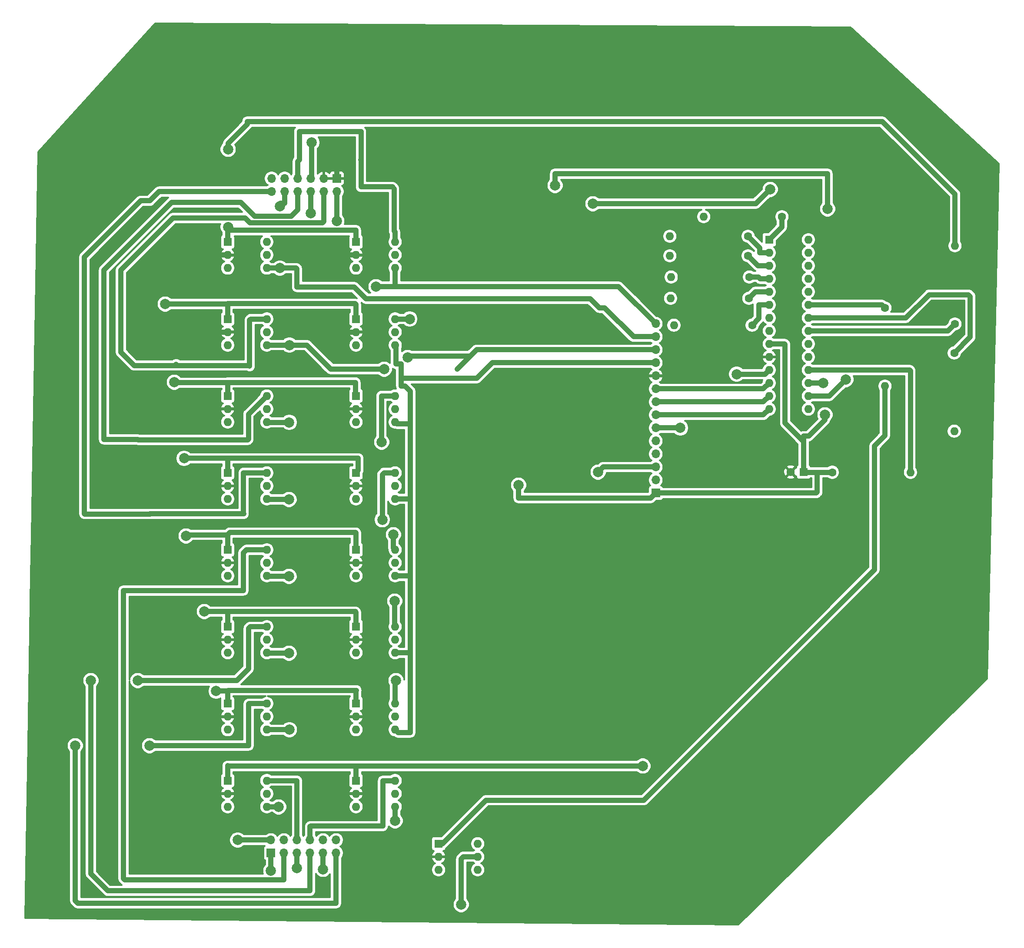
<source format=gbr>
%TF.GenerationSoftware,KiCad,Pcbnew,(5.1.9-0-10_14)*%
%TF.CreationDate,2021-03-10T16:23:34+00:00*%
%TF.ProjectId,Solar_Multiplexer,536f6c61-725f-44d7-956c-7469706c6578,rev?*%
%TF.SameCoordinates,Original*%
%TF.FileFunction,Copper,L2,Bot*%
%TF.FilePolarity,Positive*%
%FSLAX46Y46*%
G04 Gerber Fmt 4.6, Leading zero omitted, Abs format (unit mm)*
G04 Created by KiCad (PCBNEW (5.1.9-0-10_14)) date 2021-03-10 16:23:34*
%MOMM*%
%LPD*%
G01*
G04 APERTURE LIST*
%TA.AperFunction,ComponentPad*%
%ADD10O,1.600000X1.600000*%
%TD*%
%TA.AperFunction,ComponentPad*%
%ADD11C,1.600000*%
%TD*%
%TA.AperFunction,ComponentPad*%
%ADD12R,1.600000X1.600000*%
%TD*%
%TA.AperFunction,ComponentPad*%
%ADD13O,1.700000X1.700000*%
%TD*%
%TA.AperFunction,ComponentPad*%
%ADD14R,1.700000X1.700000*%
%TD*%
%TA.AperFunction,ViaPad*%
%ADD15C,2.000000*%
%TD*%
%TA.AperFunction,Conductor*%
%ADD16C,1.000000*%
%TD*%
%TA.AperFunction,Conductor*%
%ADD17C,0.300000*%
%TD*%
%TA.AperFunction,Conductor*%
%ADD18C,0.200000*%
%TD*%
G04 APERTURE END LIST*
D10*
%TO.P,R10,2*%
%TO.N,/P6*%
X-213070000Y-136210000D03*
D11*
%TO.P,R10,1*%
%TO.N,Net-(R10-Pad1)*%
X-197830000Y-136210000D03*
%TD*%
D10*
%TO.P,R9,2*%
%TO.N,/P5*%
X-213730000Y-130970000D03*
D11*
%TO.P,R9,1*%
%TO.N,Net-(R9-Pad1)*%
X-198490000Y-130970000D03*
%TD*%
D10*
%TO.P,R8,2*%
%TO.N,/P4*%
X-213590000Y-126820000D03*
D11*
%TO.P,R8,1*%
%TO.N,Net-(R8-Pad1)*%
X-198350000Y-126820000D03*
%TD*%
D10*
%TO.P,R7,2*%
%TO.N,/P3*%
X-213868000Y-122682000D03*
D11*
%TO.P,R7,1*%
%TO.N,Net-(R7-Pad1)*%
X-198628000Y-122682000D03*
%TD*%
D10*
%TO.P,R6,2*%
%TO.N,/P2*%
X-213868000Y-118872000D03*
D11*
%TO.P,R6,1*%
%TO.N,Net-(R6-Pad1)*%
X-198628000Y-118872000D03*
%TD*%
D10*
%TO.P,R5,2*%
%TO.N,/P1*%
X-207264000Y-115062000D03*
D11*
%TO.P,R5,1*%
%TO.N,Net-(R5-Pad1)*%
X-192024000Y-115062000D03*
%TD*%
D10*
%TO.P,U10,6*%
%TO.N,/VB*%
X-292380000Y-225000000D03*
%TO.P,U10,3*%
%TO.N,Net-(U10-Pad3)*%
X-300000000Y-230080000D03*
%TO.P,U10,5*%
%TO.N,Net-(U10-Pad5)*%
X-292380000Y-227540000D03*
%TO.P,U10,2*%
%TO.N,GND*%
X-300000000Y-227540000D03*
%TO.P,U10,4*%
%TO.N,V-*%
X-292380000Y-230080000D03*
D12*
%TO.P,U10,1*%
%TO.N,/BOT*%
X-300000000Y-225000000D03*
%TD*%
D10*
%TO.P,U22,28*%
%TO.N,Net-(U22-Pad28)*%
X-186870000Y-119550000D03*
%TO.P,U22,14*%
%TO.N,MISO*%
X-194490000Y-152570000D03*
%TO.P,U22,27*%
%TO.N,Net-(U22-Pad27)*%
X-186870000Y-122090000D03*
%TO.P,U22,13*%
%TO.N,MOSI*%
X-194490000Y-150030000D03*
%TO.P,U22,26*%
%TO.N,Net-(U22-Pad26)*%
X-186870000Y-124630000D03*
%TO.P,U22,12*%
%TO.N,SCK*%
X-194490000Y-147490000D03*
%TO.P,U22,25*%
%TO.N,Net-(U22-Pad25)*%
X-186870000Y-127170000D03*
%TO.P,U22,11*%
%TO.N,~CS*%
X-194490000Y-144950000D03*
%TO.P,U22,24*%
%TO.N,Net-(U22-Pad24)*%
X-186870000Y-129710000D03*
%TO.P,U22,10*%
%TO.N,GND*%
X-194490000Y-142410000D03*
%TO.P,U22,23*%
%TO.N,Net-(R4-Pad1)*%
X-186870000Y-132250000D03*
%TO.P,U22,9*%
%TO.N,+5V*%
X-194490000Y-139870000D03*
%TO.P,U22,22*%
%TO.N,Net-(R2-Pad1)*%
X-186870000Y-134790000D03*
%TO.P,U22,8*%
%TO.N,Net-(U22-Pad8)*%
X-194490000Y-137330000D03*
%TO.P,U22,21*%
%TO.N,Net-(R1-Pad1)*%
X-186870000Y-137330000D03*
%TO.P,U22,7*%
%TO.N,Net-(U22-Pad7)*%
X-194490000Y-134790000D03*
%TO.P,U22,20*%
%TO.N,Net-(U22-Pad20)*%
X-186870000Y-139870000D03*
%TO.P,U22,6*%
%TO.N,Net-(R10-Pad1)*%
X-194490000Y-132250000D03*
%TO.P,U22,19*%
%TO.N,Net-(U22-Pad19)*%
X-186870000Y-142410000D03*
%TO.P,U22,5*%
%TO.N,Net-(R9-Pad1)*%
X-194490000Y-129710000D03*
%TO.P,U22,18*%
%TO.N,Net-(R3-Pad2)*%
X-186870000Y-144950000D03*
%TO.P,U22,4*%
%TO.N,Net-(R8-Pad1)*%
X-194490000Y-127170000D03*
%TO.P,U22,17*%
%TO.N,A2*%
X-186870000Y-147490000D03*
%TO.P,U22,3*%
%TO.N,Net-(R7-Pad1)*%
X-194490000Y-124630000D03*
%TO.P,U22,16*%
%TO.N,A1*%
X-186870000Y-150030000D03*
%TO.P,U22,2*%
%TO.N,Net-(R6-Pad1)*%
X-194490000Y-122090000D03*
%TO.P,U22,15*%
%TO.N,A0*%
X-186870000Y-152570000D03*
D12*
%TO.P,U22,1*%
%TO.N,Net-(R5-Pad1)*%
X-194490000Y-119550000D03*
%TD*%
D10*
%TO.P,U21,6*%
%TO.N,V_D*%
X-251290000Y-237300000D03*
%TO.P,U21,3*%
%TO.N,Net-(U21-Pad3)*%
X-258910000Y-242380000D03*
%TO.P,U21,5*%
%TO.N,/RSense*%
X-251290000Y-239840000D03*
%TO.P,U21,2*%
%TO.N,GND*%
X-258910000Y-239840000D03*
%TO.P,U21,4*%
%TO.N,Net-(U21-Pad4)*%
X-251290000Y-242380000D03*
D12*
%TO.P,U21,1*%
%TO.N,/V_D_EN*%
X-258910000Y-237300000D03*
%TD*%
D10*
%TO.P,U20,6*%
%TO.N,/IB*%
X-267380000Y-225000000D03*
%TO.P,U20,3*%
%TO.N,Net-(U20-Pad3)*%
X-275000000Y-230080000D03*
%TO.P,U20,5*%
%TO.N,Net-(U20-Pad5)*%
X-267380000Y-227540000D03*
%TO.P,U20,2*%
%TO.N,GND*%
X-275000000Y-227540000D03*
%TO.P,U20,4*%
%TO.N,I-*%
X-267380000Y-230080000D03*
D12*
%TO.P,U20,1*%
%TO.N,/BOT*%
X-275000000Y-225000000D03*
%TD*%
D10*
%TO.P,U17,6*%
%TO.N,/I6*%
X-267380000Y-210000000D03*
%TO.P,U17,3*%
%TO.N,Net-(U17-Pad3)*%
X-275000000Y-215080000D03*
%TO.P,U17,5*%
%TO.N,Net-(U17-Pad5)*%
X-267380000Y-212540000D03*
%TO.P,U17,2*%
%TO.N,GND*%
X-275000000Y-212540000D03*
%TO.P,U17,4*%
%TO.N,I+*%
X-267380000Y-215080000D03*
D12*
%TO.P,U17,1*%
%TO.N,/P6*%
X-275000000Y-210000000D03*
%TD*%
D10*
%TO.P,U16,6*%
%TO.N,/I5*%
X-267380000Y-195000000D03*
%TO.P,U16,3*%
%TO.N,Net-(U16-Pad3)*%
X-275000000Y-200080000D03*
%TO.P,U16,5*%
%TO.N,Net-(U16-Pad5)*%
X-267380000Y-197540000D03*
%TO.P,U16,2*%
%TO.N,GND*%
X-275000000Y-197540000D03*
%TO.P,U16,4*%
%TO.N,I+*%
X-267380000Y-200080000D03*
D12*
%TO.P,U16,1*%
%TO.N,/P5*%
X-275000000Y-195000000D03*
%TD*%
D10*
%TO.P,U15,6*%
%TO.N,/I4*%
X-267380000Y-180000000D03*
%TO.P,U15,3*%
%TO.N,Net-(U15-Pad3)*%
X-275000000Y-185080000D03*
%TO.P,U15,5*%
%TO.N,Net-(U15-Pad5)*%
X-267380000Y-182540000D03*
%TO.P,U15,2*%
%TO.N,GND*%
X-275000000Y-182540000D03*
%TO.P,U15,4*%
%TO.N,I+*%
X-267380000Y-185080000D03*
D12*
%TO.P,U15,1*%
%TO.N,/P4*%
X-275000000Y-180000000D03*
%TD*%
D10*
%TO.P,U14,6*%
%TO.N,/I3*%
X-267380000Y-165000000D03*
%TO.P,U14,3*%
%TO.N,Net-(U14-Pad3)*%
X-275000000Y-170080000D03*
%TO.P,U14,5*%
%TO.N,Net-(U14-Pad5)*%
X-267380000Y-167540000D03*
%TO.P,U14,2*%
%TO.N,GND*%
X-275000000Y-167540000D03*
%TO.P,U14,4*%
%TO.N,I+*%
X-267380000Y-170080000D03*
D12*
%TO.P,U14,1*%
%TO.N,/P3*%
X-275000000Y-165000000D03*
%TD*%
D10*
%TO.P,U13,6*%
%TO.N,/I2*%
X-267380000Y-150000000D03*
%TO.P,U13,3*%
%TO.N,Net-(U13-Pad3)*%
X-275000000Y-155080000D03*
%TO.P,U13,5*%
%TO.N,Net-(U13-Pad5)*%
X-267380000Y-152540000D03*
%TO.P,U13,2*%
%TO.N,GND*%
X-275000000Y-152540000D03*
%TO.P,U13,4*%
%TO.N,I+*%
X-267380000Y-155080000D03*
D12*
%TO.P,U13,1*%
%TO.N,/P2*%
X-275000000Y-150000000D03*
%TD*%
D10*
%TO.P,U12,6*%
%TO.N,/I1*%
X-267380000Y-135000000D03*
%TO.P,U12,3*%
%TO.N,Net-(U12-Pad3)*%
X-275000000Y-140080000D03*
%TO.P,U12,5*%
%TO.N,Net-(U12-Pad5)*%
X-267380000Y-137540000D03*
%TO.P,U12,2*%
%TO.N,GND*%
X-275000000Y-137540000D03*
%TO.P,U12,4*%
%TO.N,I+*%
X-267380000Y-140080000D03*
D12*
%TO.P,U12,1*%
%TO.N,/P1*%
X-275000000Y-135000000D03*
%TD*%
D10*
%TO.P,U11,6*%
%TO.N,/IT*%
X-267380000Y-120000000D03*
%TO.P,U11,3*%
%TO.N,Net-(U11-Pad3)*%
X-275000000Y-125080000D03*
%TO.P,U11,5*%
%TO.N,Net-(U11-Pad5)*%
X-267380000Y-122540000D03*
%TO.P,U11,2*%
%TO.N,GND*%
X-275000000Y-122540000D03*
%TO.P,U11,4*%
%TO.N,I-*%
X-267380000Y-125080000D03*
D12*
%TO.P,U11,1*%
%TO.N,/TOP*%
X-275000000Y-120000000D03*
%TD*%
D10*
%TO.P,U7,6*%
%TO.N,/V6*%
X-292380000Y-210000000D03*
%TO.P,U7,3*%
%TO.N,Net-(U7-Pad3)*%
X-300000000Y-215080000D03*
%TO.P,U7,5*%
%TO.N,Net-(U7-Pad5)*%
X-292380000Y-212540000D03*
%TO.P,U7,2*%
%TO.N,GND*%
X-300000000Y-212540000D03*
%TO.P,U7,4*%
%TO.N,V+*%
X-292380000Y-215080000D03*
D12*
%TO.P,U7,1*%
%TO.N,/P6*%
X-300000000Y-210000000D03*
%TD*%
D10*
%TO.P,U6,6*%
%TO.N,/V5*%
X-292380000Y-195000000D03*
%TO.P,U6,3*%
%TO.N,Net-(U6-Pad3)*%
X-300000000Y-200080000D03*
%TO.P,U6,5*%
%TO.N,Net-(U6-Pad5)*%
X-292380000Y-197540000D03*
%TO.P,U6,2*%
%TO.N,GND*%
X-300000000Y-197540000D03*
%TO.P,U6,4*%
%TO.N,V+*%
X-292380000Y-200080000D03*
D12*
%TO.P,U6,1*%
%TO.N,/P5*%
X-300000000Y-195000000D03*
%TD*%
D10*
%TO.P,U5,6*%
%TO.N,/V4*%
X-292380000Y-180000000D03*
%TO.P,U5,3*%
%TO.N,Net-(U5-Pad3)*%
X-300000000Y-185080000D03*
%TO.P,U5,5*%
%TO.N,Net-(U5-Pad5)*%
X-292380000Y-182540000D03*
%TO.P,U5,2*%
%TO.N,GND*%
X-300000000Y-182540000D03*
%TO.P,U5,4*%
%TO.N,V+*%
X-292380000Y-185080000D03*
D12*
%TO.P,U5,1*%
%TO.N,/P4*%
X-300000000Y-180000000D03*
%TD*%
D10*
%TO.P,U4,6*%
%TO.N,/V3*%
X-292380000Y-165000000D03*
%TO.P,U4,3*%
%TO.N,Net-(U4-Pad3)*%
X-300000000Y-170080000D03*
%TO.P,U4,5*%
%TO.N,Net-(U4-Pad5)*%
X-292380000Y-167540000D03*
%TO.P,U4,2*%
%TO.N,GND*%
X-300000000Y-167540000D03*
%TO.P,U4,4*%
%TO.N,V+*%
X-292380000Y-170080000D03*
D12*
%TO.P,U4,1*%
%TO.N,/P3*%
X-300000000Y-165000000D03*
%TD*%
D10*
%TO.P,U3,6*%
%TO.N,/V2*%
X-292380000Y-150000000D03*
%TO.P,U3,3*%
%TO.N,Net-(U3-Pad3)*%
X-300000000Y-155080000D03*
%TO.P,U3,5*%
%TO.N,Net-(U3-Pad5)*%
X-292380000Y-152540000D03*
%TO.P,U3,2*%
%TO.N,GND*%
X-300000000Y-152540000D03*
%TO.P,U3,4*%
%TO.N,V+*%
X-292380000Y-155080000D03*
D12*
%TO.P,U3,1*%
%TO.N,/P2*%
X-300000000Y-150000000D03*
%TD*%
D10*
%TO.P,U2,6*%
%TO.N,/V1*%
X-292380000Y-135000000D03*
%TO.P,U2,3*%
%TO.N,Net-(U2-Pad3)*%
X-300000000Y-140080000D03*
%TO.P,U2,5*%
%TO.N,Net-(U2-Pad5)*%
X-292380000Y-137540000D03*
%TO.P,U2,2*%
%TO.N,GND*%
X-300000000Y-137540000D03*
%TO.P,U2,4*%
%TO.N,V+*%
X-292380000Y-140080000D03*
D12*
%TO.P,U2,1*%
%TO.N,/P1*%
X-300000000Y-135000000D03*
%TD*%
D10*
%TO.P,U1,6*%
%TO.N,/VT*%
X-292380000Y-120000000D03*
%TO.P,U1,3*%
%TO.N,Net-(U1-Pad3)*%
X-300000000Y-125080000D03*
%TO.P,U1,5*%
%TO.N,Net-(U1-Pad5)*%
X-292380000Y-122540000D03*
%TO.P,U1,2*%
%TO.N,GND*%
X-300000000Y-122540000D03*
%TO.P,U1,4*%
%TO.N,V-*%
X-292380000Y-125080000D03*
D12*
%TO.P,U1,1*%
%TO.N,/TOP*%
X-300000000Y-120000000D03*
%TD*%
D10*
%TO.P,R4,2*%
%TO.N,/V_D_EN*%
X-171958000Y-148082000D03*
D11*
%TO.P,R4,1*%
%TO.N,Net-(R4-Pad1)*%
X-171958000Y-132842000D03*
%TD*%
D10*
%TO.P,R3,2*%
%TO.N,Net-(R3-Pad2)*%
X-166980000Y-164890000D03*
D11*
%TO.P,R3,1*%
%TO.N,+5V*%
X-182220000Y-164890000D03*
%TD*%
D10*
%TO.P,R2,2*%
%TO.N,/BOT*%
X-158460000Y-156870000D03*
D11*
%TO.P,R2,1*%
%TO.N,Net-(R2-Pad1)*%
X-158460000Y-141630000D03*
%TD*%
D10*
%TO.P,R1,2*%
%TO.N,/TOP*%
X-158320000Y-120730000D03*
D11*
%TO.P,R1,1*%
%TO.N,Net-(R1-Pad1)*%
X-158320000Y-135970000D03*
%TD*%
D13*
%TO.P,J3,12*%
%TO.N,/V3*%
X-291430000Y-110150000D03*
%TO.P,J3,11*%
%TO.N,Net-(J3-Pad11)*%
X-291430000Y-107610000D03*
%TO.P,J3,10*%
%TO.N,/I3*%
X-288890000Y-110150000D03*
%TO.P,J3,9*%
%TO.N,Net-(J3-Pad9)*%
X-288890000Y-107610000D03*
%TO.P,J3,8*%
%TO.N,/V2*%
X-286350000Y-110150000D03*
%TO.P,J3,7*%
%TO.N,/IT*%
X-286350000Y-107610000D03*
%TO.P,J3,6*%
%TO.N,/I2*%
X-283810000Y-110150000D03*
%TO.P,J3,5*%
%TO.N,/VT*%
X-283810000Y-107610000D03*
%TO.P,J3,4*%
%TO.N,/V1*%
X-281270000Y-110150000D03*
%TO.P,J3,3*%
%TO.N,GND*%
X-281270000Y-107610000D03*
%TO.P,J3,2*%
%TO.N,/I1*%
X-278730000Y-110150000D03*
D14*
%TO.P,J3,1*%
%TO.N,GND*%
X-278730000Y-107610000D03*
%TD*%
D13*
%TO.P,J2,12*%
%TO.N,Net-(J2-Pad12)*%
X-278870000Y-236580000D03*
%TO.P,J2,11*%
%TO.N,/V6*%
X-278870000Y-239120000D03*
%TO.P,J2,10*%
%TO.N,Net-(J2-Pad10)*%
X-281410000Y-236580000D03*
%TO.P,J2,9*%
%TO.N,/I6*%
X-281410000Y-239120000D03*
%TO.P,J2,8*%
%TO.N,/IB*%
X-283950000Y-236580000D03*
%TO.P,J2,7*%
%TO.N,/V5*%
X-283950000Y-239120000D03*
%TO.P,J2,6*%
%TO.N,/VB*%
X-286490000Y-236580000D03*
%TO.P,J2,5*%
%TO.N,/I5*%
X-286490000Y-239120000D03*
%TO.P,J2,4*%
%TO.N,Net-(J2-Pad4)*%
X-289030000Y-236580000D03*
%TO.P,J2,3*%
%TO.N,/V4*%
X-289030000Y-239120000D03*
%TO.P,J2,2*%
%TO.N,/RSense*%
X-291570000Y-236580000D03*
D14*
%TO.P,J2,1*%
%TO.N,/I4*%
X-291570000Y-239120000D03*
%TD*%
D13*
%TO.P,J1,14*%
%TO.N,I-*%
X-216610000Y-135930000D03*
%TO.P,J1,13*%
%TO.N,V-*%
X-216610000Y-138470000D03*
%TO.P,J1,12*%
%TO.N,V+*%
X-216610000Y-141010000D03*
%TO.P,J1,11*%
%TO.N,I+*%
X-216610000Y-143550000D03*
%TO.P,J1,10*%
%TO.N,GND*%
X-216610000Y-146090000D03*
%TO.P,J1,9*%
%TO.N,SCK*%
X-216610000Y-148630000D03*
%TO.P,J1,8*%
%TO.N,MOSI*%
X-216610000Y-151170000D03*
%TO.P,J1,7*%
%TO.N,MISO*%
X-216610000Y-153710000D03*
%TO.P,J1,6*%
%TO.N,Net-(J1-Pad6)*%
X-216610000Y-156250000D03*
%TO.P,J1,5*%
%TO.N,SCL*%
X-216610000Y-158790000D03*
%TO.P,J1,4*%
%TO.N,SDA*%
X-216610000Y-161330000D03*
%TO.P,J1,3*%
%TO.N,V_D*%
X-216610000Y-163870000D03*
%TO.P,J1,2*%
%TO.N,+3V3*%
X-216610000Y-166410000D03*
D14*
%TO.P,J1,1*%
%TO.N,+5V*%
X-216610000Y-168950000D03*
%TD*%
D11*
%TO.P,C1,2*%
%TO.N,GND*%
X-190300000Y-164850000D03*
D12*
%TO.P,C1,1*%
%TO.N,+5V*%
X-187800000Y-164850000D03*
%TD*%
D15*
%TO.N,I-*%
X-271100000Y-128696000D03*
X-267380000Y-232836000D03*
%TO.N,V-*%
X-290068000Y-230124000D03*
X-289814000Y-125080000D03*
%TO.N,V+*%
X-288036000Y-200152000D03*
X-288036000Y-185166000D03*
X-288036000Y-170180000D03*
X-288002000Y-155160000D03*
X-287970000Y-140080000D03*
X-287970000Y-215072000D03*
X-269494000Y-144780000D03*
X-264922000Y-142494000D03*
%TO.N,GND*%
X-278730000Y-104556000D03*
X-269910000Y-104556000D03*
X-249174000Y-169164000D03*
X-178910000Y-156972000D03*
X-282306000Y-122540000D03*
X-282320000Y-137540000D03*
%TO.N,Net-(J1-Pad6)*%
X-211810000Y-156250000D03*
%TO.N,V_D*%
X-227838000Y-164846000D03*
%TO.N,+5V*%
X-243332000Y-167386000D03*
X-183642000Y-153670000D03*
%TO.N,~CS*%
X-200840000Y-145760000D03*
%TO.N,A1*%
X-179578000Y-146812000D03*
X-228854000Y-112522000D03*
X-194310000Y-109728000D03*
%TO.N,A2*%
X-236220000Y-108966000D03*
X-183980000Y-147490000D03*
X-183134000Y-113538000D03*
%TO.N,/P6*%
X-302228000Y-207550000D03*
%TO.N,/P5*%
X-304546000Y-192024000D03*
%TO.N,/P2*%
X-310388000Y-147320000D03*
%TO.N,/P1*%
X-312166000Y-132080000D03*
%TO.N,/P4*%
X-308102000Y-177292000D03*
%TO.N,/P3*%
X-308474000Y-162170000D03*
%TO.N,/VT*%
X-283610000Y-100620000D03*
%TO.N,/TOP*%
X-299900000Y-101928000D03*
X-299900000Y-117066010D03*
%TO.N,/V5*%
X-326644000Y-205486000D03*
X-317500000Y-205486000D03*
%TO.N,/V6*%
X-315214000Y-218186000D03*
X-329692000Y-218186000D03*
%TO.N,/BOT*%
X-219112000Y-222160000D03*
%TO.N,/I1*%
X-264540000Y-135000000D03*
X-278730000Y-115916000D03*
%TO.N,/I2*%
X-270002000Y-159004000D03*
X-283810000Y-114392000D03*
%TO.N,/I3*%
X-269870000Y-174140000D03*
X-289814000Y-113030000D03*
%TO.N,/I4*%
X-291592000Y-242570000D03*
X-267716000Y-177038000D03*
%TO.N,/I5*%
X-286490000Y-242040000D03*
X-267462000Y-189992000D03*
%TO.N,/I6*%
X-281410000Y-242294000D03*
X-267208000Y-205486000D03*
%TO.N,/RSense*%
X-298048000Y-236580000D03*
X-254508000Y-249174000D03*
%TD*%
D16*
%TO.N,I-*%
X-267380000Y-125080000D02*
X-267380000Y-128696000D01*
X-267380000Y-128696000D02*
X-267552000Y-128524000D01*
X-267380000Y-128696000D02*
X-271100000Y-128696000D01*
X-271100000Y-128696000D02*
X-271100000Y-128696000D01*
X-267380000Y-230080000D02*
X-267380000Y-232836000D01*
X-267380000Y-232836000D02*
X-267380000Y-232836000D01*
X-223844000Y-128696000D02*
X-216610000Y-135930000D01*
X-267380000Y-128696000D02*
X-223844000Y-128696000D01*
%TO.N,V-*%
X-292380000Y-125080000D02*
X-290180000Y-125080000D01*
X-290112000Y-230080000D02*
X-290068000Y-230124000D01*
X-292380000Y-230080000D02*
X-290112000Y-230080000D01*
X-275336000Y-128778000D02*
X-286482000Y-128778000D01*
X-220940000Y-138470000D02*
X-226568000Y-132842000D01*
X-229362000Y-131064000D02*
X-273050000Y-131064000D01*
X-273050000Y-131064000D02*
X-275336000Y-128778000D01*
X-227584000Y-132842000D02*
X-229362000Y-131064000D01*
X-226568000Y-132842000D02*
X-227584000Y-132842000D01*
X-216610000Y-138470000D02*
X-220940000Y-138470000D01*
X-286482000Y-128778000D02*
X-286482000Y-125252000D01*
X-286654000Y-125080000D02*
X-289814000Y-125080000D01*
X-286482000Y-125252000D02*
X-286654000Y-125080000D01*
%TO.N,V+*%
X-287944000Y-155160000D02*
X-288002000Y-155160000D01*
X-292380000Y-140080000D02*
X-287970000Y-140080000D01*
X-292354000Y-170180000D02*
X-288036000Y-170180000D01*
X-292354000Y-185166000D02*
X-288036000Y-185166000D01*
X-292354000Y-200152000D02*
X-288036000Y-200152000D01*
X-288036000Y-200152000D02*
X-287944000Y-200152000D01*
X-288036000Y-185166000D02*
X-287944000Y-185166000D01*
X-288036000Y-170180000D02*
X-287944000Y-170180000D01*
X-288002000Y-155160000D02*
X-292354000Y-155160000D01*
X-287970000Y-140080000D02*
X-287970000Y-140080000D01*
X-287978000Y-215080000D02*
X-287970000Y-215072000D01*
X-292380000Y-215080000D02*
X-287978000Y-215080000D01*
X-287970000Y-140080000D02*
X-284608000Y-140080000D01*
X-279908000Y-144780000D02*
X-280289000Y-144399000D01*
X-284608000Y-140080000D02*
X-280289000Y-144399000D01*
X-269494000Y-144780000D02*
X-279908000Y-144780000D01*
X-251500000Y-141010000D02*
X-216610000Y-141010000D01*
X-264668000Y-142240000D02*
X-264922000Y-142494000D01*
X-252730000Y-142240000D02*
X-264668000Y-142240000D01*
X-255270000Y-144780000D02*
X-252730000Y-142240000D01*
X-252730000Y-142240000D02*
X-251500000Y-141010000D01*
%TO.N,I+*%
X-267012000Y-155448000D02*
X-267380000Y-155080000D01*
X-264414000Y-155448000D02*
X-267012000Y-155448000D01*
X-266814000Y-215646000D02*
X-267380000Y-215080000D01*
X-264414000Y-215646000D02*
X-266814000Y-215646000D01*
X-264486000Y-200080000D02*
X-264414000Y-200152000D01*
X-267380000Y-200080000D02*
X-264486000Y-200080000D01*
X-264414000Y-200152000D02*
X-264414000Y-215646000D01*
X-264500000Y-185080000D02*
X-264414000Y-185166000D01*
X-267380000Y-185080000D02*
X-264500000Y-185080000D01*
X-264414000Y-185166000D02*
X-264414000Y-200152000D01*
X-264514000Y-170080000D02*
X-264414000Y-170180000D01*
X-267380000Y-170080000D02*
X-264514000Y-170080000D01*
X-264414000Y-170180000D02*
X-264414000Y-185166000D01*
X-264414000Y-155448000D02*
X-264414000Y-170180000D01*
X-267380000Y-140080000D02*
X-267336000Y-140080000D01*
X-267336000Y-140080000D02*
X-267462000Y-140206000D01*
X-264414000Y-149098000D02*
X-264414000Y-155448000D01*
X-265430000Y-148082000D02*
X-264414000Y-149098000D01*
X-267208000Y-140252000D02*
X-267380000Y-140080000D01*
X-267208000Y-143764000D02*
X-267208000Y-140252000D01*
X-265430000Y-148082000D02*
X-266192000Y-148082000D01*
X-267208000Y-143764000D02*
X-266192000Y-143764000D01*
X-216610000Y-143550000D02*
X-248452000Y-143550000D01*
X-251460000Y-146558000D02*
X-266192000Y-146558000D01*
X-248452000Y-143550000D02*
X-251460000Y-146558000D01*
X-266192000Y-146558000D02*
X-266192000Y-148082000D01*
X-266192000Y-143764000D02*
X-266192000Y-146558000D01*
%TO.N,GND*%
X-278730000Y-107610000D02*
X-278730000Y-104556000D01*
X-278730000Y-104556000D02*
X-278730000Y-104556000D01*
X-275000000Y-137540000D02*
X-282320000Y-137540000D01*
X-275000000Y-122540000D02*
X-282306000Y-122540000D01*
X-282306000Y-122540000D02*
X-282306000Y-122540000D01*
X-282320000Y-137540000D02*
X-282322000Y-137540000D01*
X-300000000Y-137540000D02*
X-300000000Y-137440000D01*
X-300000000Y-137440000D02*
X-300228000Y-137668000D01*
X-315468000Y-136398000D02*
X-314326000Y-137540000D01*
X-315468000Y-124460000D02*
X-315468000Y-136398000D01*
X-313548000Y-122540000D02*
X-315468000Y-124460000D01*
X-314326000Y-137540000D02*
X-300000000Y-137540000D01*
X-300000000Y-122540000D02*
X-313548000Y-122540000D01*
%TO.N,SCK*%
X-195630000Y-148630000D02*
X-194490000Y-147490000D01*
X-216610000Y-148630000D02*
X-195630000Y-148630000D01*
%TO.N,MOSI*%
X-195630000Y-151170000D02*
X-194490000Y-150030000D01*
X-216610000Y-151170000D02*
X-195630000Y-151170000D01*
%TO.N,MISO*%
X-195630000Y-153710000D02*
X-194490000Y-152570000D01*
X-216610000Y-153710000D02*
X-195630000Y-153710000D01*
%TO.N,Net-(J1-Pad6)*%
X-216610000Y-156250000D02*
X-211810000Y-156250000D01*
X-211810000Y-156250000D02*
X-211810000Y-156250000D01*
%TO.N,V_D*%
X-226862000Y-163870000D02*
X-227838000Y-164846000D01*
X-216610000Y-163870000D02*
X-226862000Y-163870000D01*
%TO.N,+5V*%
X-187760000Y-164890000D02*
X-187800000Y-164850000D01*
X-187800000Y-164850000D02*
X-187800000Y-158920000D01*
X-187800000Y-158920000D02*
X-191420000Y-155300000D01*
X-191420000Y-155300000D02*
X-191420000Y-139970000D01*
X-191520000Y-139870000D02*
X-194490000Y-139870000D01*
X-191420000Y-139970000D02*
X-191520000Y-139870000D01*
X-216610000Y-168950000D02*
X-185330000Y-168950000D01*
X-185150000Y-168770000D02*
X-185150000Y-164890000D01*
X-185150000Y-164890000D02*
X-187760000Y-164890000D01*
X-185330000Y-168950000D02*
X-185150000Y-168770000D01*
X-182220000Y-164890000D02*
X-185150000Y-164890000D01*
X-187800000Y-157828000D02*
X-187800000Y-158920000D01*
X-243332000Y-167386000D02*
X-243332000Y-169926000D01*
X-217586000Y-169926000D02*
X-216610000Y-168950000D01*
X-243332000Y-169926000D02*
X-217586000Y-169926000D01*
X-187800000Y-157828000D02*
X-186784000Y-157828000D01*
X-186784000Y-157828000D02*
X-183642000Y-154686000D01*
X-183642000Y-154686000D02*
X-183642000Y-153670000D01*
X-183642000Y-153670000D02*
X-183642000Y-153670000D01*
%TO.N,~CS*%
X-195300000Y-145760000D02*
X-194490000Y-144950000D01*
X-200840000Y-145760000D02*
X-195300000Y-145760000D01*
%TO.N,A1*%
X-186870000Y-150030000D02*
X-182796000Y-150030000D01*
X-182796000Y-150030000D02*
X-180086000Y-147320000D01*
X-180086000Y-147320000D02*
X-179578000Y-146812000D01*
X-179578000Y-146812000D02*
X-179578000Y-146812000D01*
X-197104000Y-112522000D02*
X-194310000Y-109728000D01*
X-228854000Y-112522000D02*
X-197104000Y-112522000D01*
%TO.N,A2*%
X-186870000Y-147490000D02*
X-183980000Y-147490000D01*
X-183980000Y-147490000D02*
X-183980000Y-147490000D01*
X-183134000Y-113538000D02*
X-183134000Y-106680000D01*
X-183134000Y-106680000D02*
X-236220000Y-106680000D01*
X-236220000Y-106680000D02*
X-236220000Y-108966000D01*
%TO.N,/P6*%
X-300000000Y-210000000D02*
X-300000000Y-207550000D01*
X-300000000Y-207550000D02*
X-299860000Y-207410000D01*
X-299860000Y-207410000D02*
X-274920000Y-207410000D01*
X-275000000Y-207490000D02*
X-275000000Y-210000000D01*
X-274920000Y-207410000D02*
X-275000000Y-207490000D01*
X-300000000Y-207550000D02*
X-302228000Y-207550000D01*
X-302228000Y-207550000D02*
X-302228000Y-207550000D01*
%TO.N,/P5*%
X-300000000Y-195000000D02*
X-300000000Y-192150000D01*
X-300000000Y-192150000D02*
X-299910000Y-192060000D01*
X-299910000Y-192060000D02*
X-275130000Y-192060000D01*
X-275000000Y-192190000D02*
X-275000000Y-195000000D01*
X-275130000Y-192060000D02*
X-275000000Y-192190000D01*
X-304510000Y-192060000D02*
X-304546000Y-192024000D01*
X-299910000Y-192060000D02*
X-304510000Y-192060000D01*
%TO.N,/P2*%
X-300000000Y-150000000D02*
X-300000000Y-147440000D01*
X-300000000Y-147440000D02*
X-299950000Y-147390000D01*
X-299950000Y-147390000D02*
X-275090000Y-147390000D01*
X-275090000Y-149910000D02*
X-275000000Y-150000000D01*
X-275090000Y-147390000D02*
X-275090000Y-149910000D01*
X-310268000Y-147440000D02*
X-310388000Y-147320000D01*
X-300000000Y-147440000D02*
X-310268000Y-147440000D01*
%TO.N,/P1*%
X-300000000Y-135000000D02*
X-300000000Y-132080000D01*
X-300000000Y-132080000D02*
X-299950000Y-132030000D01*
X-299950000Y-132030000D02*
X-275160000Y-132030000D01*
X-275000000Y-132190000D02*
X-275000000Y-135000000D01*
X-275160000Y-132030000D02*
X-275000000Y-132190000D01*
X-300000000Y-132080000D02*
X-307313132Y-132080000D01*
X-307313132Y-132080000D02*
X-312166000Y-132080000D01*
X-312166000Y-132080000D02*
X-312166000Y-132080000D01*
%TO.N,/P4*%
X-300000000Y-180000000D02*
X-300000000Y-177090000D01*
X-300000000Y-177090000D02*
X-299961000Y-177051000D01*
X-299530000Y-176620000D02*
X-275090000Y-176620000D01*
X-275000000Y-176710000D02*
X-275000000Y-180000000D01*
X-275090000Y-176620000D02*
X-275000000Y-176710000D01*
X-299961000Y-177051000D02*
X-299530000Y-176620000D01*
X-307900000Y-177090000D02*
X-308102000Y-177292000D01*
X-300000000Y-177090000D02*
X-307900000Y-177090000D01*
%TO.N,/P3*%
X-300000000Y-165000000D02*
X-300000000Y-162170000D01*
X-300000000Y-162170000D02*
X-274540000Y-162170000D01*
X-274540000Y-164540000D02*
X-275000000Y-165000000D01*
X-274540000Y-162170000D02*
X-274540000Y-164540000D01*
X-300000000Y-162170000D02*
X-308474000Y-162170000D01*
X-308474000Y-162170000D02*
X-308492000Y-162170000D01*
%TO.N,/VT*%
X-283610000Y-107410000D02*
X-283810000Y-107610000D01*
X-283610000Y-100620000D02*
X-283610000Y-107410000D01*
%TO.N,/TOP*%
X-300000000Y-120000000D02*
X-300000000Y-117790000D01*
X-299900000Y-117690000D02*
X-275010000Y-117690000D01*
X-275000000Y-117700000D02*
X-275000000Y-120000000D01*
X-275010000Y-117690000D02*
X-275000000Y-117700000D01*
X-158320000Y-120730000D02*
X-158320000Y-110666000D01*
X-158320000Y-110666000D02*
X-172466000Y-96520000D01*
X-172466000Y-96520000D02*
X-296164000Y-96520000D01*
X-296164000Y-96520000D02*
X-296164000Y-97028000D01*
X-299900000Y-117690000D02*
X-299900000Y-117690000D01*
X-299900000Y-100764000D02*
X-296164000Y-97028000D01*
X-299900000Y-101928000D02*
X-299900000Y-100764000D01*
X-299900000Y-117690000D02*
X-300000000Y-117790000D01*
X-299900000Y-117690000D02*
X-299900000Y-117066010D01*
%TO.N,/V1*%
X-292380000Y-135000000D02*
X-295480000Y-135000000D01*
X-295480000Y-135000000D02*
X-295720000Y-135240000D01*
X-295720000Y-135240000D02*
X-295720000Y-144200000D01*
X-295720000Y-144200000D02*
X-295850000Y-144070000D01*
X-310280000Y-144070000D02*
X-310030000Y-143820000D01*
X-295850000Y-144070000D02*
X-309932000Y-144070000D01*
X-309932000Y-144070000D02*
X-310280000Y-144070000D01*
X-313881782Y-144070000D02*
X-309932000Y-144070000D01*
X-320802000Y-141478000D02*
X-318210000Y-144070000D01*
X-320802000Y-125476000D02*
X-320802000Y-141478000D01*
X-295645062Y-116262009D02*
X-296591071Y-115316000D01*
X-296591071Y-115316000D02*
X-310642000Y-115316000D01*
X-281562009Y-116262009D02*
X-295645062Y-116262009D01*
X-310642000Y-115316000D02*
X-320802000Y-125476000D01*
X-281270000Y-115970000D02*
X-281562009Y-116262009D01*
X-318210000Y-144070000D02*
X-313881782Y-144070000D01*
X-281270000Y-110150000D02*
X-281270000Y-115970000D01*
%TO.N,/V2*%
X-287651289Y-114991289D02*
X-286350000Y-113690000D01*
X-310918000Y-112268000D02*
X-297434000Y-112268000D01*
X-294710711Y-114991289D02*
X-287651289Y-114991289D01*
X-317500000Y-158496000D02*
X-324104000Y-158496000D01*
X-324104000Y-125454000D02*
X-310918000Y-112268000D01*
X-324104000Y-158496000D02*
X-324104000Y-125454000D01*
X-317416000Y-158580000D02*
X-317500000Y-158496000D01*
X-296060000Y-158580000D02*
X-317416000Y-158580000D01*
X-297434000Y-112268000D02*
X-294710711Y-114991289D01*
X-286350000Y-113690000D02*
X-286350000Y-110150000D01*
X-295930000Y-153550000D02*
X-295930000Y-158450000D01*
X-295930000Y-158450000D02*
X-296060000Y-158580000D01*
X-292380000Y-150000000D02*
X-295930000Y-153550000D01*
%TO.N,/V3*%
X-296910000Y-165050000D02*
X-296860000Y-165000000D01*
X-296910000Y-172970000D02*
X-296910000Y-165050000D01*
X-315130000Y-173010000D02*
X-296870000Y-173010000D01*
X-327868000Y-173020000D02*
X-315140000Y-173020000D01*
X-327914000Y-172974000D02*
X-327868000Y-173020000D01*
X-291430000Y-110150000D02*
X-313340000Y-110150000D01*
X-316928000Y-111950000D02*
X-327914000Y-122936000D01*
X-315140000Y-173020000D02*
X-315130000Y-173010000D01*
X-315140000Y-111950000D02*
X-316928000Y-111950000D01*
X-296870000Y-173010000D02*
X-296910000Y-172970000D01*
X-296860000Y-165000000D02*
X-292380000Y-165000000D01*
X-313340000Y-110150000D02*
X-315140000Y-111950000D01*
X-327914000Y-122936000D02*
X-327914000Y-172974000D01*
%TO.N,/V4*%
X-292380000Y-180000000D02*
X-296332000Y-180000000D01*
X-296332000Y-180000000D02*
X-296926000Y-180594000D01*
X-296926000Y-180594000D02*
X-296926000Y-187960000D01*
X-296926000Y-187960000D02*
X-320294000Y-187960000D01*
X-320050000Y-244330000D02*
X-320294000Y-244086000D01*
X-289030000Y-244330000D02*
X-320050000Y-244330000D01*
X-320294000Y-244086000D02*
X-320294000Y-187960000D01*
X-289030000Y-239120000D02*
X-289030000Y-244330000D01*
%TO.N,/V5*%
X-283950000Y-239120000D02*
X-283950000Y-242294000D01*
X-326644000Y-205486000D02*
X-326644000Y-205486000D01*
X-317500000Y-205486000D02*
X-298196000Y-205486000D01*
X-298196000Y-205486000D02*
X-295910000Y-203200000D01*
X-295910000Y-203200000D02*
X-295910000Y-195326000D01*
X-295584000Y-195000000D02*
X-292380000Y-195000000D01*
X-295910000Y-195326000D02*
X-295584000Y-195000000D01*
X-326644000Y-207384000D02*
X-326644000Y-205486000D01*
X-326644000Y-205232000D02*
X-326644000Y-207384000D01*
X-323360000Y-246480000D02*
X-326644000Y-243196000D01*
X-283950000Y-246480000D02*
X-323360000Y-246480000D01*
X-326644000Y-207384000D02*
X-326644000Y-243196000D01*
X-283950000Y-246480000D02*
X-283950000Y-240284000D01*
%TO.N,/V6*%
X-292380000Y-210000000D02*
X-295852000Y-210000000D01*
X-295852000Y-210000000D02*
X-295910000Y-210058000D01*
X-295910000Y-210058000D02*
X-295910000Y-218186000D01*
X-295910000Y-218186000D02*
X-315214000Y-218186000D01*
X-315214000Y-218186000D02*
X-315214000Y-218186000D01*
X-278870000Y-241576000D02*
X-278870000Y-242294000D01*
X-278870000Y-239120000D02*
X-278870000Y-241576000D01*
X-278892000Y-241598000D02*
X-278870000Y-241576000D01*
X-278892000Y-248920000D02*
X-278892000Y-241598000D01*
X-329190000Y-248920000D02*
X-278892000Y-248920000D01*
X-329692000Y-248418000D02*
X-329190000Y-248920000D01*
X-329692000Y-218186000D02*
X-329692000Y-248418000D01*
%TO.N,/VB*%
X-286490000Y-236580000D02*
X-286490000Y-225060000D01*
X-286550000Y-225000000D02*
X-292380000Y-225000000D01*
X-286490000Y-225060000D02*
X-286550000Y-225000000D01*
%TO.N,/BOT*%
X-300000000Y-225000000D02*
X-300000000Y-222120000D01*
X-300000000Y-222120000D02*
X-299960000Y-222160000D01*
X-299960000Y-222160000D02*
X-275000000Y-222160000D01*
X-275000000Y-222160000D02*
X-275000000Y-225000000D01*
X-275000000Y-222160000D02*
X-219112000Y-222160000D01*
X-219112000Y-222160000D02*
X-219112000Y-222160000D01*
%TO.N,/IT*%
X-267380000Y-120000000D02*
X-267380000Y-118060000D01*
X-267380000Y-118060000D02*
X-267590000Y-117850000D01*
X-274030000Y-103980000D02*
X-274050000Y-103960000D01*
X-274070000Y-98430000D02*
X-286030000Y-98430000D01*
X-286350000Y-104300000D02*
X-286350000Y-107610000D01*
X-286010000Y-103960000D02*
X-286350000Y-104300000D01*
X-274030000Y-98470000D02*
X-274070000Y-98430000D01*
X-274030000Y-103980000D02*
X-274030000Y-98470000D01*
X-286030000Y-103940000D02*
X-286010000Y-103960000D01*
X-286030000Y-98430000D02*
X-286030000Y-103940000D01*
X-267590000Y-117850000D02*
X-267590000Y-109600000D01*
X-267934000Y-109256000D02*
X-274030000Y-109256000D01*
X-267590000Y-109600000D02*
X-267934000Y-109256000D01*
X-274030000Y-109256000D02*
X-274030000Y-103980000D01*
%TO.N,/I1*%
X-278730000Y-110150000D02*
X-278730000Y-115440000D01*
X-267380000Y-135000000D02*
X-264540000Y-135000000D01*
X-278730000Y-115440000D02*
X-278730000Y-115440000D01*
X-278730000Y-115440000D02*
X-278730000Y-115916000D01*
X-278730000Y-115916000D02*
X-278730000Y-115986000D01*
%TO.N,Net-(U12-Pad5)*%
X-267380000Y-137540000D02*
X-267336000Y-137540000D01*
X-267336000Y-137540000D02*
X-267208000Y-137668000D01*
%TO.N,/I2*%
X-267380000Y-150000000D02*
X-270000000Y-150000000D01*
X-270000000Y-150000000D02*
X-270040000Y-150040000D01*
X-270040000Y-150040000D02*
X-270040000Y-159020000D01*
X-283810000Y-110150000D02*
X-283810000Y-113720000D01*
X-283810000Y-113720000D02*
X-283810000Y-114392000D01*
X-283810000Y-114392000D02*
X-283810000Y-114646000D01*
%TO.N,/I3*%
X-288890000Y-110150000D02*
X-288890000Y-112410000D01*
X-288890000Y-112410000D02*
X-288890000Y-112410000D01*
X-269870000Y-174140000D02*
X-269870000Y-165340000D01*
X-269530000Y-165000000D02*
X-267380000Y-165000000D01*
X-269870000Y-165340000D02*
X-269530000Y-165000000D01*
X-288890000Y-112410000D02*
X-289702000Y-112410000D01*
X-289702000Y-112410000D02*
X-289814000Y-112522000D01*
X-289814000Y-112522000D02*
X-289814000Y-113030000D01*
X-289814000Y-113030000D02*
X-289814000Y-113030000D01*
%TO.N,/I4*%
X-291570000Y-239120000D02*
X-291570000Y-242548000D01*
X-291570000Y-242548000D02*
X-291592000Y-242570000D01*
X-291592000Y-242570000D02*
X-291592000Y-242570000D01*
X-267716000Y-179664000D02*
X-267380000Y-180000000D01*
X-267716000Y-177038000D02*
X-267716000Y-179664000D01*
%TO.N,/I5*%
X-286490000Y-239120000D02*
X-286490000Y-242040000D01*
X-286490000Y-242040000D02*
X-286490000Y-242040000D01*
X-267462000Y-194918000D02*
X-267380000Y-195000000D01*
X-267462000Y-189992000D02*
X-267462000Y-194918000D01*
%TO.N,/I6*%
X-281410000Y-239120000D02*
X-281410000Y-242294000D01*
X-281410000Y-242294000D02*
X-281410000Y-242294000D01*
X-267380000Y-205658000D02*
X-267208000Y-205486000D01*
X-267380000Y-210000000D02*
X-267380000Y-205658000D01*
%TO.N,/IB*%
X-267424000Y-225044000D02*
X-267380000Y-225000000D01*
X-283950000Y-236580000D02*
X-283950000Y-233970000D01*
X-283850000Y-233870000D02*
X-269812000Y-233870000D01*
X-269812000Y-233870000D02*
X-269748000Y-233806000D01*
X-269748000Y-225044000D02*
X-267424000Y-225044000D01*
X-269748000Y-233806000D02*
X-269748000Y-225044000D01*
X-283950000Y-233970000D02*
X-283850000Y-233870000D01*
%TO.N,/RSense*%
X-291570000Y-236580000D02*
X-298048000Y-236580000D01*
X-298048000Y-236580000D02*
X-298048000Y-236580000D01*
X-254508000Y-249174000D02*
X-254508000Y-240284000D01*
X-254064000Y-239840000D02*
X-251290000Y-239840000D01*
X-254508000Y-240284000D02*
X-254064000Y-239840000D01*
%TO.N,/V_D_EN*%
X-171958000Y-148082000D02*
X-171958000Y-157734000D01*
X-171958000Y-157734000D02*
X-173990000Y-159766000D01*
X-173990000Y-159766000D02*
X-173990000Y-183896000D01*
X-218923999Y-228829999D02*
X-249657999Y-228829999D01*
X-173990000Y-183896000D02*
X-218923999Y-228829999D01*
X-258128000Y-237300000D02*
X-258910000Y-237300000D01*
X-249657999Y-228829999D02*
X-258128000Y-237300000D01*
%TO.N,Net-(R4-Pad1)*%
X-172550000Y-132250000D02*
X-171958000Y-132842000D01*
X-186870000Y-132250000D02*
X-172550000Y-132250000D01*
%TO.N,Net-(R2-Pad1)*%
X-186870000Y-134790000D02*
X-167870000Y-134790000D01*
X-167870000Y-134790000D02*
X-163360000Y-130280000D01*
X-163360000Y-130280000D02*
X-155670000Y-130280000D01*
X-155670000Y-130280000D02*
X-155330000Y-130620000D01*
X-155330000Y-138500000D02*
X-158460000Y-141630000D01*
X-155330000Y-130620000D02*
X-155330000Y-138500000D01*
%TO.N,Net-(R1-Pad1)*%
X-159680000Y-137330000D02*
X-158320000Y-135970000D01*
X-186870000Y-137330000D02*
X-159680000Y-137330000D01*
%TO.N,Net-(R3-Pad2)*%
X-186870000Y-144950000D02*
X-167130000Y-144950000D01*
X-166980000Y-145100000D02*
X-166980000Y-164890000D01*
X-167130000Y-144950000D02*
X-166980000Y-145100000D01*
%TO.N,Net-(R5-Pad1)*%
X-192024000Y-117084000D02*
X-194490000Y-119550000D01*
X-192024000Y-115062000D02*
X-192024000Y-117084000D01*
%TO.N,Net-(R6-Pad1)*%
X-194490000Y-122090000D02*
X-196340000Y-122090000D01*
X-196340000Y-122090000D02*
X-196340000Y-122090000D01*
X-196340000Y-121160000D02*
X-198628000Y-118872000D01*
X-196340000Y-122090000D02*
X-196340000Y-121160000D01*
%TO.N,Net-(R7-Pad1)*%
X-196370000Y-124630000D02*
X-196370000Y-124630000D01*
X-196680000Y-124630000D02*
X-198628000Y-122682000D01*
X-194490000Y-124630000D02*
X-196680000Y-124630000D01*
%TO.N,Net-(R8-Pad1)*%
X-194490000Y-127170000D02*
X-196290000Y-127170000D01*
X-196290000Y-127170000D02*
X-196540000Y-126920000D01*
X-196540000Y-126920000D02*
X-196540000Y-126920000D01*
X-196640000Y-126820000D02*
X-196290000Y-127170000D01*
X-198350000Y-126820000D02*
X-196640000Y-126820000D01*
%TO.N,Net-(R9-Pad1)*%
X-194490000Y-129710000D02*
X-196420000Y-129710000D01*
X-196420000Y-129710000D02*
X-196420000Y-129710000D01*
X-197230000Y-129710000D02*
X-196420000Y-129710000D01*
X-198490000Y-130970000D02*
X-197230000Y-129710000D01*
%TO.N,Net-(R10-Pad1)*%
X-194490000Y-132250000D02*
X-196520000Y-132250000D01*
X-196520000Y-132250000D02*
X-196520000Y-132250000D01*
X-196520000Y-134900000D02*
X-197830000Y-136210000D01*
X-196520000Y-132250000D02*
X-196520000Y-134900000D01*
%TD*%
D17*
%TO.N,GND*%
X-178620909Y-78127672D02*
X-149757502Y-104712389D01*
X-152040584Y-205168004D01*
X-200467100Y-253087436D01*
X-339445456Y-251819385D01*
X-338871672Y-218023489D01*
X-331342000Y-218023489D01*
X-331342000Y-218348511D01*
X-331278592Y-218667287D01*
X-331154211Y-218967568D01*
X-330973639Y-219237814D01*
X-330842000Y-219369453D01*
X-330841999Y-248361508D01*
X-330847563Y-248418000D01*
X-330841999Y-248474492D01*
X-330825359Y-248643439D01*
X-330759601Y-248860215D01*
X-330652815Y-249059997D01*
X-330509106Y-249235107D01*
X-330465225Y-249271119D01*
X-330043121Y-249693224D01*
X-330007107Y-249737107D01*
X-329831997Y-249880816D01*
X-329632215Y-249987602D01*
X-329415439Y-250053360D01*
X-329246492Y-250070000D01*
X-329246483Y-250070000D01*
X-329190001Y-250075563D01*
X-329133519Y-250070000D01*
X-278948492Y-250070000D01*
X-278892000Y-250075564D01*
X-278835509Y-250070000D01*
X-278835508Y-250070000D01*
X-278666561Y-250053360D01*
X-278449785Y-249987602D01*
X-278250003Y-249880816D01*
X-278074893Y-249737107D01*
X-277931184Y-249561997D01*
X-277824398Y-249362215D01*
X-277758640Y-249145439D01*
X-277745447Y-249011489D01*
X-256158000Y-249011489D01*
X-256158000Y-249336511D01*
X-256094592Y-249655287D01*
X-255970211Y-249955568D01*
X-255789639Y-250225814D01*
X-255559814Y-250455639D01*
X-255289568Y-250636211D01*
X-254989287Y-250760592D01*
X-254670511Y-250824000D01*
X-254345489Y-250824000D01*
X-254026713Y-250760592D01*
X-253726432Y-250636211D01*
X-253456186Y-250455639D01*
X-253226361Y-250225814D01*
X-253045789Y-249955568D01*
X-252921408Y-249655287D01*
X-252858000Y-249336511D01*
X-252858000Y-249011489D01*
X-252921408Y-248692713D01*
X-253045789Y-248392432D01*
X-253226361Y-248122186D01*
X-253358000Y-247990547D01*
X-253358000Y-240990000D01*
X-252178835Y-240990000D01*
X-251999242Y-241110000D01*
X-252214321Y-241253711D01*
X-252416289Y-241455679D01*
X-252574973Y-241693167D01*
X-252684277Y-241957051D01*
X-252740000Y-242237187D01*
X-252740000Y-242522813D01*
X-252684277Y-242802949D01*
X-252574973Y-243066833D01*
X-252416289Y-243304321D01*
X-252214321Y-243506289D01*
X-251976833Y-243664973D01*
X-251712949Y-243774277D01*
X-251432813Y-243830000D01*
X-251147187Y-243830000D01*
X-250867051Y-243774277D01*
X-250603167Y-243664973D01*
X-250365679Y-243506289D01*
X-250163711Y-243304321D01*
X-250005027Y-243066833D01*
X-249895723Y-242802949D01*
X-249840000Y-242522813D01*
X-249840000Y-242237187D01*
X-249895723Y-241957051D01*
X-250005027Y-241693167D01*
X-250163711Y-241455679D01*
X-250365679Y-241253711D01*
X-250580758Y-241110000D01*
X-250365679Y-240966289D01*
X-250163711Y-240764321D01*
X-250005027Y-240526833D01*
X-249895723Y-240262949D01*
X-249840000Y-239982813D01*
X-249840000Y-239697187D01*
X-249895723Y-239417051D01*
X-250005027Y-239153167D01*
X-250163711Y-238915679D01*
X-250365679Y-238713711D01*
X-250580758Y-238570000D01*
X-250365679Y-238426289D01*
X-250163711Y-238224321D01*
X-250005027Y-237986833D01*
X-249895723Y-237722949D01*
X-249840000Y-237442813D01*
X-249840000Y-237157187D01*
X-249895723Y-236877051D01*
X-250005027Y-236613167D01*
X-250163711Y-236375679D01*
X-250365679Y-236173711D01*
X-250603167Y-236015027D01*
X-250867051Y-235905723D01*
X-251147187Y-235850000D01*
X-251432813Y-235850000D01*
X-251712949Y-235905723D01*
X-251976833Y-236015027D01*
X-252214321Y-236173711D01*
X-252416289Y-236375679D01*
X-252574973Y-236613167D01*
X-252684277Y-236877051D01*
X-252740000Y-237157187D01*
X-252740000Y-237442813D01*
X-252684277Y-237722949D01*
X-252574973Y-237986833D01*
X-252416289Y-238224321D01*
X-252214321Y-238426289D01*
X-251999242Y-238570000D01*
X-252178835Y-238690000D01*
X-254007516Y-238690000D01*
X-254064000Y-238684437D01*
X-254120484Y-238690000D01*
X-254120492Y-238690000D01*
X-254289439Y-238706640D01*
X-254506215Y-238772398D01*
X-254705997Y-238879184D01*
X-254881107Y-239022893D01*
X-254917125Y-239066781D01*
X-255281224Y-239430880D01*
X-255325106Y-239466893D01*
X-255361118Y-239510774D01*
X-255468815Y-239642003D01*
X-255575601Y-239841785D01*
X-255641359Y-240058561D01*
X-255663563Y-240284000D01*
X-255657999Y-240340492D01*
X-255658000Y-247990547D01*
X-255789639Y-248122186D01*
X-255970211Y-248392432D01*
X-256094592Y-248692713D01*
X-256158000Y-249011489D01*
X-277745447Y-249011489D01*
X-277736436Y-248920000D01*
X-277742000Y-248863508D01*
X-277742000Y-242537108D01*
X-277736640Y-242519438D01*
X-277720000Y-242350491D01*
X-277720000Y-242237187D01*
X-260360000Y-242237187D01*
X-260360000Y-242522813D01*
X-260304277Y-242802949D01*
X-260194973Y-243066833D01*
X-260036289Y-243304321D01*
X-259834321Y-243506289D01*
X-259596833Y-243664973D01*
X-259332949Y-243774277D01*
X-259052813Y-243830000D01*
X-258767187Y-243830000D01*
X-258487051Y-243774277D01*
X-258223167Y-243664973D01*
X-257985679Y-243506289D01*
X-257783711Y-243304321D01*
X-257625027Y-243066833D01*
X-257515723Y-242802949D01*
X-257460000Y-242522813D01*
X-257460000Y-242237187D01*
X-257515723Y-241957051D01*
X-257625027Y-241693167D01*
X-257783711Y-241455679D01*
X-257985679Y-241253711D01*
X-258211441Y-241102862D01*
X-258068915Y-241021139D01*
X-257854647Y-240834356D01*
X-257680936Y-240609361D01*
X-257554457Y-240354799D01*
X-257496905Y-240165059D01*
X-257626389Y-239940000D01*
X-258810000Y-239940000D01*
X-258810000Y-239960000D01*
X-259010000Y-239960000D01*
X-259010000Y-239940000D01*
X-260193611Y-239940000D01*
X-260323095Y-240165059D01*
X-260265543Y-240354799D01*
X-260139064Y-240609361D01*
X-259965353Y-240834356D01*
X-259751085Y-241021139D01*
X-259608559Y-241102862D01*
X-259834321Y-241253711D01*
X-260036289Y-241455679D01*
X-260194973Y-241693167D01*
X-260304277Y-241957051D01*
X-260360000Y-242237187D01*
X-277720000Y-242237187D01*
X-277720000Y-241632491D01*
X-277714436Y-241576000D01*
X-277720000Y-241519508D01*
X-277720000Y-240091320D01*
X-277704874Y-240076194D01*
X-277540717Y-239830517D01*
X-277427644Y-239557534D01*
X-277370000Y-239267737D01*
X-277370000Y-238972263D01*
X-277427644Y-238682466D01*
X-277540717Y-238409483D01*
X-277704874Y-238163806D01*
X-277913806Y-237954874D01*
X-278070760Y-237850000D01*
X-277913806Y-237745126D01*
X-277704874Y-237536194D01*
X-277540717Y-237290517D01*
X-277427644Y-237017534D01*
X-277370000Y-236727737D01*
X-277370000Y-236500000D01*
X-260363145Y-236500000D01*
X-260363145Y-238100000D01*
X-260350595Y-238227422D01*
X-260313427Y-238349948D01*
X-260253070Y-238462868D01*
X-260171843Y-238561843D01*
X-260072868Y-238643070D01*
X-259959948Y-238703427D01*
X-259842930Y-238738924D01*
X-259965353Y-238845644D01*
X-260139064Y-239070639D01*
X-260265543Y-239325201D01*
X-260323095Y-239514941D01*
X-260193611Y-239740000D01*
X-259010000Y-239740000D01*
X-259010000Y-239720000D01*
X-258810000Y-239720000D01*
X-258810000Y-239740000D01*
X-257626389Y-239740000D01*
X-257496905Y-239514941D01*
X-257554457Y-239325201D01*
X-257680936Y-239070639D01*
X-257854647Y-238845644D01*
X-257977070Y-238738924D01*
X-257860052Y-238703427D01*
X-257747132Y-238643070D01*
X-257648157Y-238561843D01*
X-257566930Y-238462868D01*
X-257506573Y-238349948D01*
X-257477391Y-238253748D01*
X-257310893Y-238117107D01*
X-257274875Y-238073219D01*
X-249181653Y-229979999D01*
X-218980481Y-229979999D01*
X-218923999Y-229985562D01*
X-218867517Y-229979999D01*
X-218867507Y-229979999D01*
X-218698560Y-229963359D01*
X-218481784Y-229897601D01*
X-218282002Y-229790815D01*
X-218106892Y-229647106D01*
X-218070874Y-229603218D01*
X-173216775Y-184749120D01*
X-173172893Y-184713107D01*
X-173029184Y-184537997D01*
X-172922398Y-184338215D01*
X-172856640Y-184121439D01*
X-172840000Y-183952492D01*
X-172840000Y-183952484D01*
X-172834437Y-183896000D01*
X-172840000Y-183839516D01*
X-172840000Y-160242344D01*
X-171184775Y-158587120D01*
X-171140893Y-158551107D01*
X-171057917Y-158450000D01*
X-170997184Y-158375998D01*
X-170890399Y-158176216D01*
X-170890398Y-158176215D01*
X-170824640Y-157959439D01*
X-170808000Y-157790492D01*
X-170808000Y-157790482D01*
X-170802437Y-157734000D01*
X-170808000Y-157677518D01*
X-170808000Y-148970835D01*
X-170673027Y-148768833D01*
X-170563723Y-148504949D01*
X-170508000Y-148224813D01*
X-170508000Y-147939187D01*
X-170563723Y-147659051D01*
X-170673027Y-147395167D01*
X-170831711Y-147157679D01*
X-171033679Y-146955711D01*
X-171271167Y-146797027D01*
X-171535051Y-146687723D01*
X-171815187Y-146632000D01*
X-172100813Y-146632000D01*
X-172380949Y-146687723D01*
X-172644833Y-146797027D01*
X-172882321Y-146955711D01*
X-173084289Y-147157679D01*
X-173242973Y-147395167D01*
X-173352277Y-147659051D01*
X-173408000Y-147939187D01*
X-173408000Y-148224813D01*
X-173352277Y-148504949D01*
X-173242973Y-148768833D01*
X-173108000Y-148970835D01*
X-173107999Y-157257654D01*
X-174763220Y-158912876D01*
X-174807107Y-158948893D01*
X-174950816Y-159124004D01*
X-175057602Y-159323786D01*
X-175123360Y-159540562D01*
X-175140000Y-159709509D01*
X-175140000Y-159709518D01*
X-175145563Y-159766000D01*
X-175140000Y-159822482D01*
X-175139999Y-183419654D01*
X-219400343Y-227679999D01*
X-249601518Y-227679999D01*
X-249658000Y-227674436D01*
X-249714482Y-227679999D01*
X-249714491Y-227679999D01*
X-249883438Y-227696639D01*
X-250100214Y-227762397D01*
X-250299996Y-227869183D01*
X-250299998Y-227869184D01*
X-250299997Y-227869184D01*
X-250431227Y-227976881D01*
X-250431230Y-227976884D01*
X-250475106Y-228012892D01*
X-250511115Y-228056769D01*
X-258301199Y-235846855D01*
X-259710000Y-235846855D01*
X-259837422Y-235859405D01*
X-259959948Y-235896573D01*
X-260072868Y-235956930D01*
X-260171843Y-236038157D01*
X-260253070Y-236137132D01*
X-260313427Y-236250052D01*
X-260350595Y-236372578D01*
X-260363145Y-236500000D01*
X-277370000Y-236500000D01*
X-277370000Y-236432263D01*
X-277427644Y-236142466D01*
X-277540717Y-235869483D01*
X-277704874Y-235623806D01*
X-277913806Y-235414874D01*
X-278159483Y-235250717D01*
X-278432466Y-235137644D01*
X-278722263Y-235080000D01*
X-279017737Y-235080000D01*
X-279307534Y-235137644D01*
X-279580517Y-235250717D01*
X-279826194Y-235414874D01*
X-280035126Y-235623806D01*
X-280140000Y-235780760D01*
X-280244874Y-235623806D01*
X-280453806Y-235414874D01*
X-280699483Y-235250717D01*
X-280972466Y-235137644D01*
X-281262263Y-235080000D01*
X-281557737Y-235080000D01*
X-281847534Y-235137644D01*
X-282120517Y-235250717D01*
X-282366194Y-235414874D01*
X-282575126Y-235623806D01*
X-282680000Y-235780760D01*
X-282784874Y-235623806D01*
X-282800000Y-235608680D01*
X-282800000Y-235020000D01*
X-269868482Y-235020000D01*
X-269812000Y-235025563D01*
X-269755518Y-235020000D01*
X-269755508Y-235020000D01*
X-269586561Y-235003360D01*
X-269369785Y-234937602D01*
X-269170003Y-234830816D01*
X-268994893Y-234687107D01*
X-268966044Y-234651955D01*
X-268930893Y-234623107D01*
X-268787184Y-234447997D01*
X-268680398Y-234248215D01*
X-268614640Y-234031439D01*
X-268605976Y-233943477D01*
X-268431814Y-234117639D01*
X-268161568Y-234298211D01*
X-267861287Y-234422592D01*
X-267542511Y-234486000D01*
X-267217489Y-234486000D01*
X-266898713Y-234422592D01*
X-266598432Y-234298211D01*
X-266328186Y-234117639D01*
X-266098361Y-233887814D01*
X-265917789Y-233617568D01*
X-265793408Y-233317287D01*
X-265730000Y-232998511D01*
X-265730000Y-232673489D01*
X-265793408Y-232354713D01*
X-265917789Y-232054432D01*
X-266098361Y-231784186D01*
X-266230000Y-231652547D01*
X-266230000Y-230968835D01*
X-266095027Y-230766833D01*
X-265985723Y-230502949D01*
X-265930000Y-230222813D01*
X-265930000Y-229937187D01*
X-265985723Y-229657051D01*
X-266095027Y-229393167D01*
X-266253711Y-229155679D01*
X-266455679Y-228953711D01*
X-266670758Y-228810000D01*
X-266455679Y-228666289D01*
X-266253711Y-228464321D01*
X-266095027Y-228226833D01*
X-265985723Y-227962949D01*
X-265930000Y-227682813D01*
X-265930000Y-227397187D01*
X-265985723Y-227117051D01*
X-266095027Y-226853167D01*
X-266253711Y-226615679D01*
X-266455679Y-226413711D01*
X-266670758Y-226270000D01*
X-266455679Y-226126289D01*
X-266253711Y-225924321D01*
X-266095027Y-225686833D01*
X-265985723Y-225422949D01*
X-265930000Y-225142813D01*
X-265930000Y-224857187D01*
X-265985723Y-224577051D01*
X-266095027Y-224313167D01*
X-266253711Y-224075679D01*
X-266455679Y-223873711D01*
X-266693167Y-223715027D01*
X-266957051Y-223605723D01*
X-267237187Y-223550000D01*
X-267522813Y-223550000D01*
X-267802949Y-223605723D01*
X-268066833Y-223715027D01*
X-268304321Y-223873711D01*
X-268324610Y-223894000D01*
X-269691508Y-223894000D01*
X-269748000Y-223888436D01*
X-269804491Y-223894000D01*
X-269804492Y-223894000D01*
X-269973439Y-223910640D01*
X-270190215Y-223976398D01*
X-270389997Y-224083184D01*
X-270565107Y-224226893D01*
X-270708816Y-224402003D01*
X-270815602Y-224601785D01*
X-270881360Y-224818561D01*
X-270903564Y-225044000D01*
X-270897999Y-225100502D01*
X-270898000Y-232720000D01*
X-283793519Y-232720000D01*
X-283850001Y-232714437D01*
X-283906482Y-232720000D01*
X-283906492Y-232720000D01*
X-284075439Y-232736640D01*
X-284292215Y-232802398D01*
X-284491997Y-232909184D01*
X-284667107Y-233052893D01*
X-284703119Y-233096774D01*
X-284723226Y-233116882D01*
X-284767106Y-233152893D01*
X-284803118Y-233196774D01*
X-284910815Y-233328003D01*
X-285017601Y-233527785D01*
X-285083359Y-233744561D01*
X-285105563Y-233970000D01*
X-285099999Y-234026491D01*
X-285100000Y-235608680D01*
X-285115126Y-235623806D01*
X-285220000Y-235780760D01*
X-285324874Y-235623806D01*
X-285340000Y-235608680D01*
X-285340000Y-229937187D01*
X-276450000Y-229937187D01*
X-276450000Y-230222813D01*
X-276394277Y-230502949D01*
X-276284973Y-230766833D01*
X-276126289Y-231004321D01*
X-275924321Y-231206289D01*
X-275686833Y-231364973D01*
X-275422949Y-231474277D01*
X-275142813Y-231530000D01*
X-274857187Y-231530000D01*
X-274577051Y-231474277D01*
X-274313167Y-231364973D01*
X-274075679Y-231206289D01*
X-273873711Y-231004321D01*
X-273715027Y-230766833D01*
X-273605723Y-230502949D01*
X-273550000Y-230222813D01*
X-273550000Y-229937187D01*
X-273605723Y-229657051D01*
X-273715027Y-229393167D01*
X-273873711Y-229155679D01*
X-274075679Y-228953711D01*
X-274301441Y-228802862D01*
X-274158915Y-228721139D01*
X-273944647Y-228534356D01*
X-273770936Y-228309361D01*
X-273644457Y-228054799D01*
X-273586905Y-227865059D01*
X-273716389Y-227640000D01*
X-274900000Y-227640000D01*
X-274900000Y-227660000D01*
X-275100000Y-227660000D01*
X-275100000Y-227640000D01*
X-276283611Y-227640000D01*
X-276413095Y-227865059D01*
X-276355543Y-228054799D01*
X-276229064Y-228309361D01*
X-276055353Y-228534356D01*
X-275841085Y-228721139D01*
X-275698559Y-228802862D01*
X-275924321Y-228953711D01*
X-276126289Y-229155679D01*
X-276284973Y-229393167D01*
X-276394277Y-229657051D01*
X-276450000Y-229937187D01*
X-285340000Y-229937187D01*
X-285340000Y-225116484D01*
X-285334437Y-225060000D01*
X-285340000Y-225003516D01*
X-285340000Y-225003508D01*
X-285356640Y-224834561D01*
X-285422398Y-224617785D01*
X-285529184Y-224418003D01*
X-285672893Y-224242893D01*
X-285705848Y-224215848D01*
X-285732893Y-224182893D01*
X-285908003Y-224039184D01*
X-286107785Y-223932398D01*
X-286324561Y-223866640D01*
X-286493508Y-223850000D01*
X-286493518Y-223850000D01*
X-286550000Y-223844437D01*
X-286606482Y-223850000D01*
X-291491165Y-223850000D01*
X-291693167Y-223715027D01*
X-291957051Y-223605723D01*
X-292237187Y-223550000D01*
X-292522813Y-223550000D01*
X-292802949Y-223605723D01*
X-293066833Y-223715027D01*
X-293304321Y-223873711D01*
X-293506289Y-224075679D01*
X-293664973Y-224313167D01*
X-293774277Y-224577051D01*
X-293830000Y-224857187D01*
X-293830000Y-225142813D01*
X-293774277Y-225422949D01*
X-293664973Y-225686833D01*
X-293506289Y-225924321D01*
X-293304321Y-226126289D01*
X-293089242Y-226270000D01*
X-293304321Y-226413711D01*
X-293506289Y-226615679D01*
X-293664973Y-226853167D01*
X-293774277Y-227117051D01*
X-293830000Y-227397187D01*
X-293830000Y-227682813D01*
X-293774277Y-227962949D01*
X-293664973Y-228226833D01*
X-293506289Y-228464321D01*
X-293304321Y-228666289D01*
X-293089242Y-228810000D01*
X-293304321Y-228953711D01*
X-293506289Y-229155679D01*
X-293664973Y-229393167D01*
X-293774277Y-229657051D01*
X-293830000Y-229937187D01*
X-293830000Y-230222813D01*
X-293774277Y-230502949D01*
X-293664973Y-230766833D01*
X-293506289Y-231004321D01*
X-293304321Y-231206289D01*
X-293066833Y-231364973D01*
X-292802949Y-231474277D01*
X-292522813Y-231530000D01*
X-292237187Y-231530000D01*
X-291957051Y-231474277D01*
X-291693167Y-231364973D01*
X-291491165Y-231230000D01*
X-291295453Y-231230000D01*
X-291119814Y-231405639D01*
X-290849568Y-231586211D01*
X-290549287Y-231710592D01*
X-290230511Y-231774000D01*
X-289905489Y-231774000D01*
X-289586713Y-231710592D01*
X-289286432Y-231586211D01*
X-289016186Y-231405639D01*
X-288786361Y-231175814D01*
X-288605789Y-230905568D01*
X-288481408Y-230605287D01*
X-288418000Y-230286511D01*
X-288418000Y-229961489D01*
X-288481408Y-229642713D01*
X-288605789Y-229342432D01*
X-288786361Y-229072186D01*
X-289016186Y-228842361D01*
X-289286432Y-228661789D01*
X-289586713Y-228537408D01*
X-289905489Y-228474000D01*
X-290230511Y-228474000D01*
X-290549287Y-228537408D01*
X-290849568Y-228661789D01*
X-291119814Y-228842361D01*
X-291207453Y-228930000D01*
X-291491165Y-228930000D01*
X-291670758Y-228810000D01*
X-291455679Y-228666289D01*
X-291253711Y-228464321D01*
X-291095027Y-228226833D01*
X-290985723Y-227962949D01*
X-290930000Y-227682813D01*
X-290930000Y-227397187D01*
X-290985723Y-227117051D01*
X-291095027Y-226853167D01*
X-291253711Y-226615679D01*
X-291455679Y-226413711D01*
X-291670758Y-226270000D01*
X-291491165Y-226150000D01*
X-287639999Y-226150000D01*
X-287640000Y-235608680D01*
X-287655126Y-235623806D01*
X-287760000Y-235780760D01*
X-287864874Y-235623806D01*
X-288073806Y-235414874D01*
X-288319483Y-235250717D01*
X-288592466Y-235137644D01*
X-288882263Y-235080000D01*
X-289177737Y-235080000D01*
X-289467534Y-235137644D01*
X-289740517Y-235250717D01*
X-289986194Y-235414874D01*
X-290195126Y-235623806D01*
X-290300000Y-235780760D01*
X-290404874Y-235623806D01*
X-290613806Y-235414874D01*
X-290859483Y-235250717D01*
X-291132466Y-235137644D01*
X-291422263Y-235080000D01*
X-291717737Y-235080000D01*
X-292007534Y-235137644D01*
X-292280517Y-235250717D01*
X-292526194Y-235414874D01*
X-292541320Y-235430000D01*
X-296864547Y-235430000D01*
X-296996186Y-235298361D01*
X-297266432Y-235117789D01*
X-297566713Y-234993408D01*
X-297885489Y-234930000D01*
X-298210511Y-234930000D01*
X-298529287Y-234993408D01*
X-298829568Y-235117789D01*
X-299099814Y-235298361D01*
X-299329639Y-235528186D01*
X-299510211Y-235798432D01*
X-299634592Y-236098713D01*
X-299698000Y-236417489D01*
X-299698000Y-236742511D01*
X-299634592Y-237061287D01*
X-299510211Y-237361568D01*
X-299329639Y-237631814D01*
X-299099814Y-237861639D01*
X-298829568Y-238042211D01*
X-298529287Y-238166592D01*
X-298210511Y-238230000D01*
X-297885489Y-238230000D01*
X-297566713Y-238166592D01*
X-297266432Y-238042211D01*
X-296996186Y-237861639D01*
X-296864547Y-237730000D01*
X-292786609Y-237730000D01*
X-292881843Y-237808157D01*
X-292963070Y-237907132D01*
X-293023427Y-238020052D01*
X-293060595Y-238142578D01*
X-293073145Y-238270000D01*
X-293073145Y-239970000D01*
X-293060595Y-240097422D01*
X-293023427Y-240219948D01*
X-292963070Y-240332868D01*
X-292881843Y-240431843D01*
X-292782868Y-240513070D01*
X-292720000Y-240546674D01*
X-292719999Y-241364546D01*
X-292873639Y-241518186D01*
X-293054211Y-241788432D01*
X-293178592Y-242088713D01*
X-293242000Y-242407489D01*
X-293242000Y-242732511D01*
X-293178592Y-243051287D01*
X-293125277Y-243180000D01*
X-319144000Y-243180000D01*
X-319144000Y-229937187D01*
X-301450000Y-229937187D01*
X-301450000Y-230222813D01*
X-301394277Y-230502949D01*
X-301284973Y-230766833D01*
X-301126289Y-231004321D01*
X-300924321Y-231206289D01*
X-300686833Y-231364973D01*
X-300422949Y-231474277D01*
X-300142813Y-231530000D01*
X-299857187Y-231530000D01*
X-299577051Y-231474277D01*
X-299313167Y-231364973D01*
X-299075679Y-231206289D01*
X-298873711Y-231004321D01*
X-298715027Y-230766833D01*
X-298605723Y-230502949D01*
X-298550000Y-230222813D01*
X-298550000Y-229937187D01*
X-298605723Y-229657051D01*
X-298715027Y-229393167D01*
X-298873711Y-229155679D01*
X-299075679Y-228953711D01*
X-299301441Y-228802862D01*
X-299158915Y-228721139D01*
X-298944647Y-228534356D01*
X-298770936Y-228309361D01*
X-298644457Y-228054799D01*
X-298586905Y-227865059D01*
X-298716389Y-227640000D01*
X-299900000Y-227640000D01*
X-299900000Y-227660000D01*
X-300100000Y-227660000D01*
X-300100000Y-227640000D01*
X-301283611Y-227640000D01*
X-301413095Y-227865059D01*
X-301355543Y-228054799D01*
X-301229064Y-228309361D01*
X-301055353Y-228534356D01*
X-300841085Y-228721139D01*
X-300698559Y-228802862D01*
X-300924321Y-228953711D01*
X-301126289Y-229155679D01*
X-301284973Y-229393167D01*
X-301394277Y-229657051D01*
X-301450000Y-229937187D01*
X-319144000Y-229937187D01*
X-319144000Y-224200000D01*
X-301453145Y-224200000D01*
X-301453145Y-225800000D01*
X-301440595Y-225927422D01*
X-301403427Y-226049948D01*
X-301343070Y-226162868D01*
X-301261843Y-226261843D01*
X-301162868Y-226343070D01*
X-301049948Y-226403427D01*
X-300932930Y-226438924D01*
X-301055353Y-226545644D01*
X-301229064Y-226770639D01*
X-301355543Y-227025201D01*
X-301413095Y-227214941D01*
X-301283611Y-227440000D01*
X-300100000Y-227440000D01*
X-300100000Y-227420000D01*
X-299900000Y-227420000D01*
X-299900000Y-227440000D01*
X-298716389Y-227440000D01*
X-298586905Y-227214941D01*
X-298644457Y-227025201D01*
X-298770936Y-226770639D01*
X-298944647Y-226545644D01*
X-299067070Y-226438924D01*
X-298950052Y-226403427D01*
X-298837132Y-226343070D01*
X-298738157Y-226261843D01*
X-298656930Y-226162868D01*
X-298596573Y-226049948D01*
X-298559405Y-225927422D01*
X-298546855Y-225800000D01*
X-298546855Y-224200000D01*
X-298559405Y-224072578D01*
X-298596573Y-223950052D01*
X-298656930Y-223837132D01*
X-298738157Y-223738157D01*
X-298837132Y-223656930D01*
X-298850000Y-223650052D01*
X-298850000Y-223310000D01*
X-276150000Y-223310000D01*
X-276149999Y-223650052D01*
X-276162868Y-223656930D01*
X-276261843Y-223738157D01*
X-276343070Y-223837132D01*
X-276403427Y-223950052D01*
X-276440595Y-224072578D01*
X-276453145Y-224200000D01*
X-276453145Y-225800000D01*
X-276440595Y-225927422D01*
X-276403427Y-226049948D01*
X-276343070Y-226162868D01*
X-276261843Y-226261843D01*
X-276162868Y-226343070D01*
X-276049948Y-226403427D01*
X-275932930Y-226438924D01*
X-276055353Y-226545644D01*
X-276229064Y-226770639D01*
X-276355543Y-227025201D01*
X-276413095Y-227214941D01*
X-276283611Y-227440000D01*
X-275100000Y-227440000D01*
X-275100000Y-227420000D01*
X-274900000Y-227420000D01*
X-274900000Y-227440000D01*
X-273716389Y-227440000D01*
X-273586905Y-227214941D01*
X-273644457Y-227025201D01*
X-273770936Y-226770639D01*
X-273944647Y-226545644D01*
X-274067070Y-226438924D01*
X-273950052Y-226403427D01*
X-273837132Y-226343070D01*
X-273738157Y-226261843D01*
X-273656930Y-226162868D01*
X-273596573Y-226049948D01*
X-273559405Y-225927422D01*
X-273546855Y-225800000D01*
X-273546855Y-224200000D01*
X-273559405Y-224072578D01*
X-273596573Y-223950052D01*
X-273656930Y-223837132D01*
X-273738157Y-223738157D01*
X-273837132Y-223656930D01*
X-273850000Y-223650052D01*
X-273850000Y-223310000D01*
X-220295453Y-223310000D01*
X-220163814Y-223441639D01*
X-219893568Y-223622211D01*
X-219593287Y-223746592D01*
X-219274511Y-223810000D01*
X-218949489Y-223810000D01*
X-218630713Y-223746592D01*
X-218330432Y-223622211D01*
X-218060186Y-223441639D01*
X-217830361Y-223211814D01*
X-217649789Y-222941568D01*
X-217525408Y-222641287D01*
X-217462000Y-222322511D01*
X-217462000Y-221997489D01*
X-217525408Y-221678713D01*
X-217649789Y-221378432D01*
X-217830361Y-221108186D01*
X-218060186Y-220878361D01*
X-218330432Y-220697789D01*
X-218630713Y-220573408D01*
X-218949489Y-220510000D01*
X-219274511Y-220510000D01*
X-219593287Y-220573408D01*
X-219893568Y-220697789D01*
X-220163814Y-220878361D01*
X-220295453Y-221010000D01*
X-274943509Y-221010000D01*
X-275000000Y-221004436D01*
X-275056492Y-221010000D01*
X-299697553Y-221010000D01*
X-299774561Y-220986640D01*
X-300000000Y-220964436D01*
X-300225438Y-220986640D01*
X-300442214Y-221052398D01*
X-300641996Y-221159184D01*
X-300641998Y-221159185D01*
X-300641997Y-221159185D01*
X-300817107Y-221302893D01*
X-300960815Y-221478003D01*
X-301067601Y-221677785D01*
X-301133359Y-221894561D01*
X-301155563Y-222120000D01*
X-301149999Y-222176491D01*
X-301150000Y-223650052D01*
X-301162868Y-223656930D01*
X-301261843Y-223738157D01*
X-301343070Y-223837132D01*
X-301403427Y-223950052D01*
X-301440595Y-224072578D01*
X-301453145Y-224200000D01*
X-319144000Y-224200000D01*
X-319144000Y-214937187D01*
X-301450000Y-214937187D01*
X-301450000Y-215222813D01*
X-301394277Y-215502949D01*
X-301284973Y-215766833D01*
X-301126289Y-216004321D01*
X-300924321Y-216206289D01*
X-300686833Y-216364973D01*
X-300422949Y-216474277D01*
X-300142813Y-216530000D01*
X-299857187Y-216530000D01*
X-299577051Y-216474277D01*
X-299313167Y-216364973D01*
X-299075679Y-216206289D01*
X-298873711Y-216004321D01*
X-298715027Y-215766833D01*
X-298605723Y-215502949D01*
X-298550000Y-215222813D01*
X-298550000Y-214937187D01*
X-298605723Y-214657051D01*
X-298715027Y-214393167D01*
X-298873711Y-214155679D01*
X-299075679Y-213953711D01*
X-299301441Y-213802862D01*
X-299158915Y-213721139D01*
X-298944647Y-213534356D01*
X-298770936Y-213309361D01*
X-298644457Y-213054799D01*
X-298586905Y-212865059D01*
X-298716389Y-212640000D01*
X-299900000Y-212640000D01*
X-299900000Y-212660000D01*
X-300100000Y-212660000D01*
X-300100000Y-212640000D01*
X-301283611Y-212640000D01*
X-301413095Y-212865059D01*
X-301355543Y-213054799D01*
X-301229064Y-213309361D01*
X-301055353Y-213534356D01*
X-300841085Y-213721139D01*
X-300698559Y-213802862D01*
X-300924321Y-213953711D01*
X-301126289Y-214155679D01*
X-301284973Y-214393167D01*
X-301394277Y-214657051D01*
X-301450000Y-214937187D01*
X-319144000Y-214937187D01*
X-319144000Y-205678675D01*
X-319086592Y-205967287D01*
X-318962211Y-206267568D01*
X-318781639Y-206537814D01*
X-318551814Y-206767639D01*
X-318281568Y-206948211D01*
X-317981287Y-207072592D01*
X-317662511Y-207136000D01*
X-317337489Y-207136000D01*
X-317018713Y-207072592D01*
X-316718432Y-206948211D01*
X-316448186Y-206767639D01*
X-316316547Y-206636000D01*
X-303601723Y-206636000D01*
X-303690211Y-206768432D01*
X-303814592Y-207068713D01*
X-303878000Y-207387489D01*
X-303878000Y-207712511D01*
X-303814592Y-208031287D01*
X-303690211Y-208331568D01*
X-303509639Y-208601814D01*
X-303279814Y-208831639D01*
X-303009568Y-209012211D01*
X-302709287Y-209136592D01*
X-302390511Y-209200000D01*
X-302065489Y-209200000D01*
X-301746713Y-209136592D01*
X-301446432Y-209012211D01*
X-301416144Y-208991973D01*
X-301440595Y-209072578D01*
X-301453145Y-209200000D01*
X-301453145Y-210800000D01*
X-301440595Y-210927422D01*
X-301403427Y-211049948D01*
X-301343070Y-211162868D01*
X-301261843Y-211261843D01*
X-301162868Y-211343070D01*
X-301049948Y-211403427D01*
X-300932930Y-211438924D01*
X-301055353Y-211545644D01*
X-301229064Y-211770639D01*
X-301355543Y-212025201D01*
X-301413095Y-212214941D01*
X-301283611Y-212440000D01*
X-300100000Y-212440000D01*
X-300100000Y-212420000D01*
X-299900000Y-212420000D01*
X-299900000Y-212440000D01*
X-298716389Y-212440000D01*
X-298586905Y-212214941D01*
X-298644457Y-212025201D01*
X-298770936Y-211770639D01*
X-298944647Y-211545644D01*
X-299067070Y-211438924D01*
X-298950052Y-211403427D01*
X-298837132Y-211343070D01*
X-298738157Y-211261843D01*
X-298656930Y-211162868D01*
X-298596573Y-211049948D01*
X-298559405Y-210927422D01*
X-298546855Y-210800000D01*
X-298546855Y-209200000D01*
X-298559405Y-209072578D01*
X-298596573Y-208950052D01*
X-298656930Y-208837132D01*
X-298738157Y-208738157D01*
X-298837132Y-208656930D01*
X-298850000Y-208650052D01*
X-298850000Y-208560000D01*
X-292573086Y-208560000D01*
X-292802949Y-208605723D01*
X-293066833Y-208715027D01*
X-293268835Y-208850000D01*
X-295795519Y-208850000D01*
X-295852001Y-208844437D01*
X-295908482Y-208850000D01*
X-295908492Y-208850000D01*
X-296077439Y-208866640D01*
X-296294215Y-208932398D01*
X-296493997Y-209039184D01*
X-296669107Y-209182893D01*
X-296695251Y-209214749D01*
X-296727107Y-209240893D01*
X-296870816Y-209416004D01*
X-296977602Y-209615786D01*
X-297043360Y-209832562D01*
X-297060000Y-210001509D01*
X-297060000Y-210001518D01*
X-297065563Y-210058000D01*
X-297060000Y-210114482D01*
X-297059999Y-217036000D01*
X-314030547Y-217036000D01*
X-314162186Y-216904361D01*
X-314432432Y-216723789D01*
X-314732713Y-216599408D01*
X-315051489Y-216536000D01*
X-315376511Y-216536000D01*
X-315695287Y-216599408D01*
X-315995568Y-216723789D01*
X-316265814Y-216904361D01*
X-316495639Y-217134186D01*
X-316676211Y-217404432D01*
X-316800592Y-217704713D01*
X-316864000Y-218023489D01*
X-316864000Y-218348511D01*
X-316800592Y-218667287D01*
X-316676211Y-218967568D01*
X-316495639Y-219237814D01*
X-316265814Y-219467639D01*
X-315995568Y-219648211D01*
X-315695287Y-219772592D01*
X-315376511Y-219836000D01*
X-315051489Y-219836000D01*
X-314732713Y-219772592D01*
X-314432432Y-219648211D01*
X-314162186Y-219467639D01*
X-314030547Y-219336000D01*
X-295966491Y-219336000D01*
X-295910000Y-219341564D01*
X-295684561Y-219319360D01*
X-295467785Y-219253602D01*
X-295268003Y-219146816D01*
X-295092893Y-219003107D01*
X-294949184Y-218827997D01*
X-294842398Y-218628215D01*
X-294776640Y-218411439D01*
X-294760000Y-218242492D01*
X-294754436Y-218186000D01*
X-294760000Y-218129508D01*
X-294760000Y-211150000D01*
X-293268835Y-211150000D01*
X-293089242Y-211270000D01*
X-293304321Y-211413711D01*
X-293506289Y-211615679D01*
X-293664973Y-211853167D01*
X-293774277Y-212117051D01*
X-293830000Y-212397187D01*
X-293830000Y-212682813D01*
X-293774277Y-212962949D01*
X-293664973Y-213226833D01*
X-293506289Y-213464321D01*
X-293304321Y-213666289D01*
X-293089242Y-213810000D01*
X-293304321Y-213953711D01*
X-293506289Y-214155679D01*
X-293664973Y-214393167D01*
X-293774277Y-214657051D01*
X-293830000Y-214937187D01*
X-293830000Y-215222813D01*
X-293774277Y-215502949D01*
X-293664973Y-215766833D01*
X-293506289Y-216004321D01*
X-293304321Y-216206289D01*
X-293066833Y-216364973D01*
X-292802949Y-216474277D01*
X-292522813Y-216530000D01*
X-292237187Y-216530000D01*
X-291957051Y-216474277D01*
X-291693167Y-216364973D01*
X-291491165Y-216230000D01*
X-289145453Y-216230000D01*
X-289021814Y-216353639D01*
X-288751568Y-216534211D01*
X-288451287Y-216658592D01*
X-288132511Y-216722000D01*
X-287807489Y-216722000D01*
X-287488713Y-216658592D01*
X-287188432Y-216534211D01*
X-286918186Y-216353639D01*
X-286688361Y-216123814D01*
X-286507789Y-215853568D01*
X-286383408Y-215553287D01*
X-286320000Y-215234511D01*
X-286320000Y-214937187D01*
X-276450000Y-214937187D01*
X-276450000Y-215222813D01*
X-276394277Y-215502949D01*
X-276284973Y-215766833D01*
X-276126289Y-216004321D01*
X-275924321Y-216206289D01*
X-275686833Y-216364973D01*
X-275422949Y-216474277D01*
X-275142813Y-216530000D01*
X-274857187Y-216530000D01*
X-274577051Y-216474277D01*
X-274313167Y-216364973D01*
X-274075679Y-216206289D01*
X-273873711Y-216004321D01*
X-273715027Y-215766833D01*
X-273605723Y-215502949D01*
X-273550000Y-215222813D01*
X-273550000Y-214937187D01*
X-273605723Y-214657051D01*
X-273715027Y-214393167D01*
X-273873711Y-214155679D01*
X-274075679Y-213953711D01*
X-274301441Y-213802862D01*
X-274158915Y-213721139D01*
X-273944647Y-213534356D01*
X-273770936Y-213309361D01*
X-273644457Y-213054799D01*
X-273586905Y-212865059D01*
X-273716389Y-212640000D01*
X-274900000Y-212640000D01*
X-274900000Y-212660000D01*
X-275100000Y-212660000D01*
X-275100000Y-212640000D01*
X-276283611Y-212640000D01*
X-276413095Y-212865059D01*
X-276355543Y-213054799D01*
X-276229064Y-213309361D01*
X-276055353Y-213534356D01*
X-275841085Y-213721139D01*
X-275698559Y-213802862D01*
X-275924321Y-213953711D01*
X-276126289Y-214155679D01*
X-276284973Y-214393167D01*
X-276394277Y-214657051D01*
X-276450000Y-214937187D01*
X-286320000Y-214937187D01*
X-286320000Y-214909489D01*
X-286383408Y-214590713D01*
X-286507789Y-214290432D01*
X-286688361Y-214020186D01*
X-286918186Y-213790361D01*
X-287188432Y-213609789D01*
X-287488713Y-213485408D01*
X-287807489Y-213422000D01*
X-288132511Y-213422000D01*
X-288451287Y-213485408D01*
X-288751568Y-213609789D01*
X-289021814Y-213790361D01*
X-289161453Y-213930000D01*
X-291491165Y-213930000D01*
X-291670758Y-213810000D01*
X-291455679Y-213666289D01*
X-291253711Y-213464321D01*
X-291095027Y-213226833D01*
X-290985723Y-212962949D01*
X-290930000Y-212682813D01*
X-290930000Y-212397187D01*
X-290985723Y-212117051D01*
X-291095027Y-211853167D01*
X-291253711Y-211615679D01*
X-291455679Y-211413711D01*
X-291670758Y-211270000D01*
X-291455679Y-211126289D01*
X-291253711Y-210924321D01*
X-291095027Y-210686833D01*
X-290985723Y-210422949D01*
X-290930000Y-210142813D01*
X-290930000Y-209857187D01*
X-290985723Y-209577051D01*
X-291095027Y-209313167D01*
X-291253711Y-209075679D01*
X-291455679Y-208873711D01*
X-291693167Y-208715027D01*
X-291957051Y-208605723D01*
X-292186914Y-208560000D01*
X-276150000Y-208560000D01*
X-276150000Y-208650052D01*
X-276162868Y-208656930D01*
X-276261843Y-208738157D01*
X-276343070Y-208837132D01*
X-276403427Y-208950052D01*
X-276440595Y-209072578D01*
X-276453145Y-209200000D01*
X-276453145Y-210800000D01*
X-276440595Y-210927422D01*
X-276403427Y-211049948D01*
X-276343070Y-211162868D01*
X-276261843Y-211261843D01*
X-276162868Y-211343070D01*
X-276049948Y-211403427D01*
X-275932930Y-211438924D01*
X-276055353Y-211545644D01*
X-276229064Y-211770639D01*
X-276355543Y-212025201D01*
X-276413095Y-212214941D01*
X-276283611Y-212440000D01*
X-275100000Y-212440000D01*
X-275100000Y-212420000D01*
X-274900000Y-212420000D01*
X-274900000Y-212440000D01*
X-273716389Y-212440000D01*
X-273586905Y-212214941D01*
X-273644457Y-212025201D01*
X-273770936Y-211770639D01*
X-273944647Y-211545644D01*
X-274067070Y-211438924D01*
X-273950052Y-211403427D01*
X-273837132Y-211343070D01*
X-273738157Y-211261843D01*
X-273656930Y-211162868D01*
X-273596573Y-211049948D01*
X-273559405Y-210927422D01*
X-273546855Y-210800000D01*
X-273546855Y-209200000D01*
X-273559405Y-209072578D01*
X-273596573Y-208950052D01*
X-273656930Y-208837132D01*
X-273738157Y-208738157D01*
X-273837132Y-208656930D01*
X-273850000Y-208650052D01*
X-273850000Y-207844310D01*
X-273786640Y-207635439D01*
X-273764436Y-207410000D01*
X-273786640Y-207184561D01*
X-273852398Y-206967785D01*
X-273959184Y-206768003D01*
X-274102893Y-206592893D01*
X-274278003Y-206449184D01*
X-274477785Y-206342398D01*
X-274694561Y-206276640D01*
X-274863508Y-206260000D01*
X-274863519Y-206260000D01*
X-274920001Y-206254437D01*
X-274976482Y-206260000D01*
X-297343516Y-206260000D01*
X-297342876Y-206259220D01*
X-295136769Y-204053115D01*
X-295092893Y-204017107D01*
X-294949184Y-203841997D01*
X-294842398Y-203642215D01*
X-294776640Y-203425439D01*
X-294760000Y-203256492D01*
X-294760000Y-203256483D01*
X-294754437Y-203200001D01*
X-294760000Y-203143519D01*
X-294760000Y-196150000D01*
X-293268835Y-196150000D01*
X-293089242Y-196270000D01*
X-293304321Y-196413711D01*
X-293506289Y-196615679D01*
X-293664973Y-196853167D01*
X-293774277Y-197117051D01*
X-293830000Y-197397187D01*
X-293830000Y-197682813D01*
X-293774277Y-197962949D01*
X-293664973Y-198226833D01*
X-293506289Y-198464321D01*
X-293304321Y-198666289D01*
X-293089242Y-198810000D01*
X-293304321Y-198953711D01*
X-293506289Y-199155679D01*
X-293664973Y-199393167D01*
X-293774277Y-199657051D01*
X-293830000Y-199937187D01*
X-293830000Y-200222813D01*
X-293774277Y-200502949D01*
X-293664973Y-200766833D01*
X-293506289Y-201004321D01*
X-293304321Y-201206289D01*
X-293066833Y-201364973D01*
X-292802949Y-201474277D01*
X-292522813Y-201530000D01*
X-292237187Y-201530000D01*
X-291957051Y-201474277D01*
X-291693167Y-201364973D01*
X-291598921Y-201302000D01*
X-289219453Y-201302000D01*
X-289087814Y-201433639D01*
X-288817568Y-201614211D01*
X-288517287Y-201738592D01*
X-288198511Y-201802000D01*
X-287873489Y-201802000D01*
X-287554713Y-201738592D01*
X-287254432Y-201614211D01*
X-286984186Y-201433639D01*
X-286754361Y-201203814D01*
X-286573789Y-200933568D01*
X-286449408Y-200633287D01*
X-286386000Y-200314511D01*
X-286386000Y-199989489D01*
X-286396403Y-199937187D01*
X-276450000Y-199937187D01*
X-276450000Y-200222813D01*
X-276394277Y-200502949D01*
X-276284973Y-200766833D01*
X-276126289Y-201004321D01*
X-275924321Y-201206289D01*
X-275686833Y-201364973D01*
X-275422949Y-201474277D01*
X-275142813Y-201530000D01*
X-274857187Y-201530000D01*
X-274577051Y-201474277D01*
X-274313167Y-201364973D01*
X-274075679Y-201206289D01*
X-273873711Y-201004321D01*
X-273715027Y-200766833D01*
X-273605723Y-200502949D01*
X-273550000Y-200222813D01*
X-273550000Y-199937187D01*
X-273605723Y-199657051D01*
X-273715027Y-199393167D01*
X-273873711Y-199155679D01*
X-274075679Y-198953711D01*
X-274301441Y-198802862D01*
X-274158915Y-198721139D01*
X-273944647Y-198534356D01*
X-273770936Y-198309361D01*
X-273644457Y-198054799D01*
X-273586905Y-197865059D01*
X-273716389Y-197640000D01*
X-274900000Y-197640000D01*
X-274900000Y-197660000D01*
X-275100000Y-197660000D01*
X-275100000Y-197640000D01*
X-276283611Y-197640000D01*
X-276413095Y-197865059D01*
X-276355543Y-198054799D01*
X-276229064Y-198309361D01*
X-276055353Y-198534356D01*
X-275841085Y-198721139D01*
X-275698559Y-198802862D01*
X-275924321Y-198953711D01*
X-276126289Y-199155679D01*
X-276284973Y-199393167D01*
X-276394277Y-199657051D01*
X-276450000Y-199937187D01*
X-286396403Y-199937187D01*
X-286449408Y-199670713D01*
X-286573789Y-199370432D01*
X-286754361Y-199100186D01*
X-286984186Y-198870361D01*
X-287254432Y-198689789D01*
X-287554713Y-198565408D01*
X-287873489Y-198502000D01*
X-288198511Y-198502000D01*
X-288517287Y-198565408D01*
X-288817568Y-198689789D01*
X-289087814Y-198870361D01*
X-289219453Y-199002000D01*
X-291407390Y-199002000D01*
X-291455679Y-198953711D01*
X-291670758Y-198810000D01*
X-291455679Y-198666289D01*
X-291253711Y-198464321D01*
X-291095027Y-198226833D01*
X-290985723Y-197962949D01*
X-290930000Y-197682813D01*
X-290930000Y-197397187D01*
X-290985723Y-197117051D01*
X-291095027Y-196853167D01*
X-291253711Y-196615679D01*
X-291455679Y-196413711D01*
X-291670758Y-196270000D01*
X-291455679Y-196126289D01*
X-291253711Y-195924321D01*
X-291095027Y-195686833D01*
X-290985723Y-195422949D01*
X-290930000Y-195142813D01*
X-290930000Y-194857187D01*
X-290985723Y-194577051D01*
X-291095027Y-194313167D01*
X-291253711Y-194075679D01*
X-291455679Y-193873711D01*
X-291693167Y-193715027D01*
X-291957051Y-193605723D01*
X-292237187Y-193550000D01*
X-292522813Y-193550000D01*
X-292802949Y-193605723D01*
X-293066833Y-193715027D01*
X-293268835Y-193850000D01*
X-295527508Y-193850000D01*
X-295584000Y-193844436D01*
X-295640492Y-193850000D01*
X-295809439Y-193866640D01*
X-296026215Y-193932398D01*
X-296225997Y-194039184D01*
X-296401107Y-194182893D01*
X-296437125Y-194226781D01*
X-296683224Y-194472880D01*
X-296727106Y-194508893D01*
X-296870815Y-194684003D01*
X-296977601Y-194883785D01*
X-297043359Y-195100561D01*
X-297047520Y-195142813D01*
X-297065563Y-195326000D01*
X-297059999Y-195382492D01*
X-297060000Y-202723654D01*
X-298672344Y-204336000D01*
X-316316547Y-204336000D01*
X-316448186Y-204204361D01*
X-316718432Y-204023789D01*
X-317018713Y-203899408D01*
X-317337489Y-203836000D01*
X-317662511Y-203836000D01*
X-317981287Y-203899408D01*
X-318281568Y-204023789D01*
X-318551814Y-204204361D01*
X-318781639Y-204434186D01*
X-318962211Y-204704432D01*
X-319086592Y-205004713D01*
X-319144000Y-205293325D01*
X-319144000Y-199937187D01*
X-301450000Y-199937187D01*
X-301450000Y-200222813D01*
X-301394277Y-200502949D01*
X-301284973Y-200766833D01*
X-301126289Y-201004321D01*
X-300924321Y-201206289D01*
X-300686833Y-201364973D01*
X-300422949Y-201474277D01*
X-300142813Y-201530000D01*
X-299857187Y-201530000D01*
X-299577051Y-201474277D01*
X-299313167Y-201364973D01*
X-299075679Y-201206289D01*
X-298873711Y-201004321D01*
X-298715027Y-200766833D01*
X-298605723Y-200502949D01*
X-298550000Y-200222813D01*
X-298550000Y-199937187D01*
X-298605723Y-199657051D01*
X-298715027Y-199393167D01*
X-298873711Y-199155679D01*
X-299075679Y-198953711D01*
X-299301441Y-198802862D01*
X-299158915Y-198721139D01*
X-298944647Y-198534356D01*
X-298770936Y-198309361D01*
X-298644457Y-198054799D01*
X-298586905Y-197865059D01*
X-298716389Y-197640000D01*
X-299900000Y-197640000D01*
X-299900000Y-197660000D01*
X-300100000Y-197660000D01*
X-300100000Y-197640000D01*
X-301283611Y-197640000D01*
X-301413095Y-197865059D01*
X-301355543Y-198054799D01*
X-301229064Y-198309361D01*
X-301055353Y-198534356D01*
X-300841085Y-198721139D01*
X-300698559Y-198802862D01*
X-300924321Y-198953711D01*
X-301126289Y-199155679D01*
X-301284973Y-199393167D01*
X-301394277Y-199657051D01*
X-301450000Y-199937187D01*
X-319144000Y-199937187D01*
X-319144000Y-191861489D01*
X-306196000Y-191861489D01*
X-306196000Y-192186511D01*
X-306132592Y-192505287D01*
X-306008211Y-192805568D01*
X-305827639Y-193075814D01*
X-305597814Y-193305639D01*
X-305327568Y-193486211D01*
X-305027287Y-193610592D01*
X-304708511Y-193674000D01*
X-304383489Y-193674000D01*
X-304064713Y-193610592D01*
X-303764432Y-193486211D01*
X-303494186Y-193305639D01*
X-303398547Y-193210000D01*
X-301149999Y-193210000D01*
X-301150000Y-193650052D01*
X-301162868Y-193656930D01*
X-301261843Y-193738157D01*
X-301343070Y-193837132D01*
X-301403427Y-193950052D01*
X-301440595Y-194072578D01*
X-301453145Y-194200000D01*
X-301453145Y-195800000D01*
X-301440595Y-195927422D01*
X-301403427Y-196049948D01*
X-301343070Y-196162868D01*
X-301261843Y-196261843D01*
X-301162868Y-196343070D01*
X-301049948Y-196403427D01*
X-300932930Y-196438924D01*
X-301055353Y-196545644D01*
X-301229064Y-196770639D01*
X-301355543Y-197025201D01*
X-301413095Y-197214941D01*
X-301283611Y-197440000D01*
X-300100000Y-197440000D01*
X-300100000Y-197420000D01*
X-299900000Y-197420000D01*
X-299900000Y-197440000D01*
X-298716389Y-197440000D01*
X-298586905Y-197214941D01*
X-298644457Y-197025201D01*
X-298770936Y-196770639D01*
X-298944647Y-196545644D01*
X-299067070Y-196438924D01*
X-298950052Y-196403427D01*
X-298837132Y-196343070D01*
X-298738157Y-196261843D01*
X-298656930Y-196162868D01*
X-298596573Y-196049948D01*
X-298559405Y-195927422D01*
X-298546855Y-195800000D01*
X-298546855Y-194200000D01*
X-298559405Y-194072578D01*
X-298596573Y-193950052D01*
X-298656930Y-193837132D01*
X-298738157Y-193738157D01*
X-298837132Y-193656930D01*
X-298850000Y-193650052D01*
X-298850000Y-193210000D01*
X-276150000Y-193210000D01*
X-276149999Y-193650052D01*
X-276162868Y-193656930D01*
X-276261843Y-193738157D01*
X-276343070Y-193837132D01*
X-276403427Y-193950052D01*
X-276440595Y-194072578D01*
X-276453145Y-194200000D01*
X-276453145Y-195800000D01*
X-276440595Y-195927422D01*
X-276403427Y-196049948D01*
X-276343070Y-196162868D01*
X-276261843Y-196261843D01*
X-276162868Y-196343070D01*
X-276049948Y-196403427D01*
X-275932930Y-196438924D01*
X-276055353Y-196545644D01*
X-276229064Y-196770639D01*
X-276355543Y-197025201D01*
X-276413095Y-197214941D01*
X-276283611Y-197440000D01*
X-275100000Y-197440000D01*
X-275100000Y-197420000D01*
X-274900000Y-197420000D01*
X-274900000Y-197440000D01*
X-273716389Y-197440000D01*
X-273586905Y-197214941D01*
X-273644457Y-197025201D01*
X-273770936Y-196770639D01*
X-273944647Y-196545644D01*
X-274067070Y-196438924D01*
X-273950052Y-196403427D01*
X-273837132Y-196343070D01*
X-273738157Y-196261843D01*
X-273656930Y-196162868D01*
X-273596573Y-196049948D01*
X-273559405Y-195927422D01*
X-273546855Y-195800000D01*
X-273546855Y-194200000D01*
X-273559405Y-194072578D01*
X-273596573Y-193950052D01*
X-273656930Y-193837132D01*
X-273738157Y-193738157D01*
X-273837132Y-193656930D01*
X-273850000Y-193650052D01*
X-273850000Y-192246484D01*
X-273844437Y-192190000D01*
X-273850000Y-192133516D01*
X-273850000Y-192133508D01*
X-273866640Y-191964561D01*
X-273932398Y-191747785D01*
X-274039184Y-191548003D01*
X-274182893Y-191372893D01*
X-274226779Y-191336877D01*
X-274276875Y-191286781D01*
X-274312893Y-191242893D01*
X-274488003Y-191099184D01*
X-274687785Y-190992398D01*
X-274904561Y-190926640D01*
X-275073508Y-190910000D01*
X-275073518Y-190910000D01*
X-275130000Y-190904437D01*
X-275186482Y-190910000D01*
X-299853519Y-190910000D01*
X-299910001Y-190904437D01*
X-299966482Y-190910000D01*
X-303326547Y-190910000D01*
X-303494186Y-190742361D01*
X-303764432Y-190561789D01*
X-304064713Y-190437408D01*
X-304383489Y-190374000D01*
X-304708511Y-190374000D01*
X-305027287Y-190437408D01*
X-305327568Y-190561789D01*
X-305597814Y-190742361D01*
X-305827639Y-190972186D01*
X-306008211Y-191242432D01*
X-306132592Y-191542713D01*
X-306196000Y-191861489D01*
X-319144000Y-191861489D01*
X-319144000Y-189110000D01*
X-296982491Y-189110000D01*
X-296926000Y-189115564D01*
X-296700561Y-189093360D01*
X-296483785Y-189027602D01*
X-296284003Y-188920816D01*
X-296108893Y-188777107D01*
X-295965184Y-188601997D01*
X-295858398Y-188402215D01*
X-295792640Y-188185439D01*
X-295776000Y-188016492D01*
X-295770436Y-187960000D01*
X-295776000Y-187903508D01*
X-295776000Y-181150000D01*
X-293268835Y-181150000D01*
X-293089242Y-181270000D01*
X-293304321Y-181413711D01*
X-293506289Y-181615679D01*
X-293664973Y-181853167D01*
X-293774277Y-182117051D01*
X-293830000Y-182397187D01*
X-293830000Y-182682813D01*
X-293774277Y-182962949D01*
X-293664973Y-183226833D01*
X-293506289Y-183464321D01*
X-293304321Y-183666289D01*
X-293089242Y-183810000D01*
X-293304321Y-183953711D01*
X-293506289Y-184155679D01*
X-293664973Y-184393167D01*
X-293774277Y-184657051D01*
X-293830000Y-184937187D01*
X-293830000Y-185222813D01*
X-293774277Y-185502949D01*
X-293664973Y-185766833D01*
X-293506289Y-186004321D01*
X-293304321Y-186206289D01*
X-293066833Y-186364973D01*
X-292802949Y-186474277D01*
X-292522813Y-186530000D01*
X-292237187Y-186530000D01*
X-291957051Y-186474277D01*
X-291693167Y-186364973D01*
X-291619874Y-186316000D01*
X-289219453Y-186316000D01*
X-289087814Y-186447639D01*
X-288817568Y-186628211D01*
X-288517287Y-186752592D01*
X-288198511Y-186816000D01*
X-287873489Y-186816000D01*
X-287554713Y-186752592D01*
X-287254432Y-186628211D01*
X-286984186Y-186447639D01*
X-286754361Y-186217814D01*
X-286573789Y-185947568D01*
X-286449408Y-185647287D01*
X-286386000Y-185328511D01*
X-286386000Y-185003489D01*
X-286399188Y-184937187D01*
X-276450000Y-184937187D01*
X-276450000Y-185222813D01*
X-276394277Y-185502949D01*
X-276284973Y-185766833D01*
X-276126289Y-186004321D01*
X-275924321Y-186206289D01*
X-275686833Y-186364973D01*
X-275422949Y-186474277D01*
X-275142813Y-186530000D01*
X-274857187Y-186530000D01*
X-274577051Y-186474277D01*
X-274313167Y-186364973D01*
X-274075679Y-186206289D01*
X-273873711Y-186004321D01*
X-273715027Y-185766833D01*
X-273605723Y-185502949D01*
X-273550000Y-185222813D01*
X-273550000Y-184937187D01*
X-273605723Y-184657051D01*
X-273715027Y-184393167D01*
X-273873711Y-184155679D01*
X-274075679Y-183953711D01*
X-274301441Y-183802862D01*
X-274158915Y-183721139D01*
X-273944647Y-183534356D01*
X-273770936Y-183309361D01*
X-273644457Y-183054799D01*
X-273586905Y-182865059D01*
X-273716389Y-182640000D01*
X-274900000Y-182640000D01*
X-274900000Y-182660000D01*
X-275100000Y-182660000D01*
X-275100000Y-182640000D01*
X-276283611Y-182640000D01*
X-276413095Y-182865059D01*
X-276355543Y-183054799D01*
X-276229064Y-183309361D01*
X-276055353Y-183534356D01*
X-275841085Y-183721139D01*
X-275698559Y-183802862D01*
X-275924321Y-183953711D01*
X-276126289Y-184155679D01*
X-276284973Y-184393167D01*
X-276394277Y-184657051D01*
X-276450000Y-184937187D01*
X-286399188Y-184937187D01*
X-286449408Y-184684713D01*
X-286573789Y-184384432D01*
X-286754361Y-184114186D01*
X-286984186Y-183884361D01*
X-287254432Y-183703789D01*
X-287554713Y-183579408D01*
X-287873489Y-183516000D01*
X-288198511Y-183516000D01*
X-288517287Y-183579408D01*
X-288817568Y-183703789D01*
X-289087814Y-183884361D01*
X-289219453Y-184016000D01*
X-291393390Y-184016000D01*
X-291455679Y-183953711D01*
X-291670758Y-183810000D01*
X-291455679Y-183666289D01*
X-291253711Y-183464321D01*
X-291095027Y-183226833D01*
X-290985723Y-182962949D01*
X-290930000Y-182682813D01*
X-290930000Y-182397187D01*
X-290985723Y-182117051D01*
X-291095027Y-181853167D01*
X-291253711Y-181615679D01*
X-291455679Y-181413711D01*
X-291670758Y-181270000D01*
X-291455679Y-181126289D01*
X-291253711Y-180924321D01*
X-291095027Y-180686833D01*
X-290985723Y-180422949D01*
X-290930000Y-180142813D01*
X-290930000Y-179857187D01*
X-290985723Y-179577051D01*
X-291095027Y-179313167D01*
X-291253711Y-179075679D01*
X-291455679Y-178873711D01*
X-291693167Y-178715027D01*
X-291957051Y-178605723D01*
X-292237187Y-178550000D01*
X-292522813Y-178550000D01*
X-292802949Y-178605723D01*
X-293066833Y-178715027D01*
X-293268835Y-178850000D01*
X-296275516Y-178850000D01*
X-296332000Y-178844437D01*
X-296388484Y-178850000D01*
X-296388492Y-178850000D01*
X-296557439Y-178866640D01*
X-296774215Y-178932398D01*
X-296973997Y-179039184D01*
X-297149107Y-179182893D01*
X-297185125Y-179226781D01*
X-297699219Y-179740875D01*
X-297743107Y-179776893D01*
X-297886816Y-179952004D01*
X-297993602Y-180151786D01*
X-298059360Y-180368562D01*
X-298076000Y-180537509D01*
X-298076000Y-180537518D01*
X-298081563Y-180594000D01*
X-298076000Y-180650482D01*
X-298075999Y-186810000D01*
X-320237508Y-186810000D01*
X-320294000Y-186804436D01*
X-320350491Y-186810000D01*
X-320350492Y-186810000D01*
X-320519439Y-186826640D01*
X-320736215Y-186892398D01*
X-320935997Y-186999184D01*
X-321111107Y-187142893D01*
X-321254816Y-187318003D01*
X-321361602Y-187517785D01*
X-321427360Y-187734561D01*
X-321449564Y-187960000D01*
X-321443999Y-188016502D01*
X-321444000Y-244029518D01*
X-321449563Y-244086000D01*
X-321444000Y-244142482D01*
X-321444000Y-244142491D01*
X-321427360Y-244311438D01*
X-321361602Y-244528214D01*
X-321254816Y-244727996D01*
X-321111107Y-244903107D01*
X-321067219Y-244939125D01*
X-320903125Y-245103219D01*
X-320867107Y-245147107D01*
X-320691997Y-245290816D01*
X-320618689Y-245330000D01*
X-322883654Y-245330000D01*
X-325494000Y-242719656D01*
X-325494000Y-206669453D01*
X-325362361Y-206537814D01*
X-325181789Y-206267568D01*
X-325057408Y-205967287D01*
X-324994000Y-205648511D01*
X-324994000Y-205323489D01*
X-325057408Y-205004713D01*
X-325181789Y-204704432D01*
X-325362361Y-204434186D01*
X-325592186Y-204204361D01*
X-325862432Y-204023789D01*
X-326162713Y-203899408D01*
X-326481489Y-203836000D01*
X-326806511Y-203836000D01*
X-327125287Y-203899408D01*
X-327425568Y-204023789D01*
X-327695814Y-204204361D01*
X-327925639Y-204434186D01*
X-328106211Y-204704432D01*
X-328230592Y-205004713D01*
X-328294000Y-205323489D01*
X-328294000Y-205648511D01*
X-328230592Y-205967287D01*
X-328106211Y-206267568D01*
X-327925639Y-206537814D01*
X-327794000Y-206669453D01*
X-327794000Y-207327509D01*
X-327793999Y-243139508D01*
X-327799563Y-243196000D01*
X-327793999Y-243252492D01*
X-327777359Y-243421439D01*
X-327711601Y-243638215D01*
X-327604815Y-243837997D01*
X-327461106Y-244013107D01*
X-327417224Y-244049120D01*
X-324213116Y-247253230D01*
X-324177107Y-247297107D01*
X-324133231Y-247333115D01*
X-324133228Y-247333118D01*
X-324039324Y-247410183D01*
X-324001997Y-247440816D01*
X-323802215Y-247547602D01*
X-323585439Y-247613360D01*
X-323416492Y-247630000D01*
X-323416483Y-247630000D01*
X-323360001Y-247635563D01*
X-323303519Y-247630000D01*
X-284006492Y-247630000D01*
X-283950000Y-247635564D01*
X-283893509Y-247630000D01*
X-283893508Y-247630000D01*
X-283724561Y-247613360D01*
X-283507785Y-247547602D01*
X-283308003Y-247440816D01*
X-283132893Y-247297107D01*
X-282989184Y-247121997D01*
X-282882398Y-246922215D01*
X-282816640Y-246705439D01*
X-282794436Y-246480000D01*
X-282800000Y-246423508D01*
X-282800000Y-243183640D01*
X-282691639Y-243345814D01*
X-282461814Y-243575639D01*
X-282191568Y-243756211D01*
X-281891287Y-243880592D01*
X-281572511Y-243944000D01*
X-281247489Y-243944000D01*
X-280928713Y-243880592D01*
X-280628432Y-243756211D01*
X-280358186Y-243575639D01*
X-280128361Y-243345814D01*
X-280041999Y-243216564D01*
X-280042000Y-247770000D01*
X-328542000Y-247770000D01*
X-328542000Y-219369453D01*
X-328410361Y-219237814D01*
X-328229789Y-218967568D01*
X-328105408Y-218667287D01*
X-328042000Y-218348511D01*
X-328042000Y-218023489D01*
X-328105408Y-217704713D01*
X-328229789Y-217404432D01*
X-328410361Y-217134186D01*
X-328640186Y-216904361D01*
X-328910432Y-216723789D01*
X-329210713Y-216599408D01*
X-329529489Y-216536000D01*
X-329854511Y-216536000D01*
X-330173287Y-216599408D01*
X-330473568Y-216723789D01*
X-330743814Y-216904361D01*
X-330973639Y-217134186D01*
X-331154211Y-217404432D01*
X-331278592Y-217704713D01*
X-331342000Y-218023489D01*
X-338871672Y-218023489D01*
X-338309936Y-184937187D01*
X-301450000Y-184937187D01*
X-301450000Y-185222813D01*
X-301394277Y-185502949D01*
X-301284973Y-185766833D01*
X-301126289Y-186004321D01*
X-300924321Y-186206289D01*
X-300686833Y-186364973D01*
X-300422949Y-186474277D01*
X-300142813Y-186530000D01*
X-299857187Y-186530000D01*
X-299577051Y-186474277D01*
X-299313167Y-186364973D01*
X-299075679Y-186206289D01*
X-298873711Y-186004321D01*
X-298715027Y-185766833D01*
X-298605723Y-185502949D01*
X-298550000Y-185222813D01*
X-298550000Y-184937187D01*
X-298605723Y-184657051D01*
X-298715027Y-184393167D01*
X-298873711Y-184155679D01*
X-299075679Y-183953711D01*
X-299301441Y-183802862D01*
X-299158915Y-183721139D01*
X-298944647Y-183534356D01*
X-298770936Y-183309361D01*
X-298644457Y-183054799D01*
X-298586905Y-182865059D01*
X-298716389Y-182640000D01*
X-299900000Y-182640000D01*
X-299900000Y-182660000D01*
X-300100000Y-182660000D01*
X-300100000Y-182640000D01*
X-301283611Y-182640000D01*
X-301413095Y-182865059D01*
X-301355543Y-183054799D01*
X-301229064Y-183309361D01*
X-301055353Y-183534356D01*
X-300841085Y-183721139D01*
X-300698559Y-183802862D01*
X-300924321Y-183953711D01*
X-301126289Y-184155679D01*
X-301284973Y-184393167D01*
X-301394277Y-184657051D01*
X-301450000Y-184937187D01*
X-338309936Y-184937187D01*
X-338177377Y-177129489D01*
X-309752000Y-177129489D01*
X-309752000Y-177454511D01*
X-309688592Y-177773287D01*
X-309564211Y-178073568D01*
X-309383639Y-178343814D01*
X-309153814Y-178573639D01*
X-308883568Y-178754211D01*
X-308583287Y-178878592D01*
X-308264511Y-178942000D01*
X-307939489Y-178942000D01*
X-307620713Y-178878592D01*
X-307320432Y-178754211D01*
X-307050186Y-178573639D01*
X-306820361Y-178343814D01*
X-306750995Y-178240000D01*
X-301149999Y-178240000D01*
X-301150000Y-178650052D01*
X-301162868Y-178656930D01*
X-301261843Y-178738157D01*
X-301343070Y-178837132D01*
X-301403427Y-178950052D01*
X-301440595Y-179072578D01*
X-301453145Y-179200000D01*
X-301453145Y-180800000D01*
X-301440595Y-180927422D01*
X-301403427Y-181049948D01*
X-301343070Y-181162868D01*
X-301261843Y-181261843D01*
X-301162868Y-181343070D01*
X-301049948Y-181403427D01*
X-300932930Y-181438924D01*
X-301055353Y-181545644D01*
X-301229064Y-181770639D01*
X-301355543Y-182025201D01*
X-301413095Y-182214941D01*
X-301283611Y-182440000D01*
X-300100000Y-182440000D01*
X-300100000Y-182420000D01*
X-299900000Y-182420000D01*
X-299900000Y-182440000D01*
X-298716389Y-182440000D01*
X-298586905Y-182214941D01*
X-298644457Y-182025201D01*
X-298770936Y-181770639D01*
X-298944647Y-181545644D01*
X-299067070Y-181438924D01*
X-298950052Y-181403427D01*
X-298837132Y-181343070D01*
X-298738157Y-181261843D01*
X-298656930Y-181162868D01*
X-298596573Y-181049948D01*
X-298559405Y-180927422D01*
X-298546855Y-180800000D01*
X-298546855Y-179200000D01*
X-298559405Y-179072578D01*
X-298596573Y-178950052D01*
X-298656930Y-178837132D01*
X-298738157Y-178738157D01*
X-298837132Y-178656930D01*
X-298850000Y-178650052D01*
X-298850000Y-177770000D01*
X-276150000Y-177770000D01*
X-276149999Y-178650052D01*
X-276162868Y-178656930D01*
X-276261843Y-178738157D01*
X-276343070Y-178837132D01*
X-276403427Y-178950052D01*
X-276440595Y-179072578D01*
X-276453145Y-179200000D01*
X-276453145Y-180800000D01*
X-276440595Y-180927422D01*
X-276403427Y-181049948D01*
X-276343070Y-181162868D01*
X-276261843Y-181261843D01*
X-276162868Y-181343070D01*
X-276049948Y-181403427D01*
X-275932930Y-181438924D01*
X-276055353Y-181545644D01*
X-276229064Y-181770639D01*
X-276355543Y-182025201D01*
X-276413095Y-182214941D01*
X-276283611Y-182440000D01*
X-275100000Y-182440000D01*
X-275100000Y-182420000D01*
X-274900000Y-182420000D01*
X-274900000Y-182440000D01*
X-273716389Y-182440000D01*
X-273586905Y-182214941D01*
X-273644457Y-182025201D01*
X-273770936Y-181770639D01*
X-273944647Y-181545644D01*
X-274067070Y-181438924D01*
X-273950052Y-181403427D01*
X-273837132Y-181343070D01*
X-273738157Y-181261843D01*
X-273656930Y-181162868D01*
X-273596573Y-181049948D01*
X-273559405Y-180927422D01*
X-273546855Y-180800000D01*
X-273546855Y-179200000D01*
X-273559405Y-179072578D01*
X-273596573Y-178950052D01*
X-273656930Y-178837132D01*
X-273738157Y-178738157D01*
X-273837132Y-178656930D01*
X-273850000Y-178650052D01*
X-273850000Y-176766481D01*
X-273844437Y-176709999D01*
X-273850000Y-176653518D01*
X-273850000Y-176653508D01*
X-273866640Y-176484561D01*
X-273932398Y-176267785D01*
X-274039184Y-176068003D01*
X-274182893Y-175892893D01*
X-274226777Y-175856879D01*
X-274236878Y-175846778D01*
X-274272893Y-175802893D01*
X-274448003Y-175659184D01*
X-274647785Y-175552398D01*
X-274864561Y-175486640D01*
X-275033508Y-175470000D01*
X-275033518Y-175470000D01*
X-275090000Y-175464437D01*
X-275146482Y-175470000D01*
X-299473519Y-175470000D01*
X-299530001Y-175464437D01*
X-299586483Y-175470000D01*
X-299586492Y-175470000D01*
X-299755439Y-175486640D01*
X-299972215Y-175552398D01*
X-300171997Y-175659184D01*
X-300347107Y-175802893D01*
X-300383125Y-175846781D01*
X-300476344Y-175940000D01*
X-307155489Y-175940000D01*
X-307320432Y-175829789D01*
X-307620713Y-175705408D01*
X-307939489Y-175642000D01*
X-308264511Y-175642000D01*
X-308583287Y-175705408D01*
X-308883568Y-175829789D01*
X-309153814Y-176010361D01*
X-309383639Y-176240186D01*
X-309564211Y-176510432D01*
X-309688592Y-176810713D01*
X-309752000Y-177129489D01*
X-338177377Y-177129489D01*
X-337257284Y-122936000D01*
X-329069563Y-122936000D01*
X-329064000Y-122992482D01*
X-329063999Y-172917508D01*
X-329069563Y-172974000D01*
X-329063999Y-173030492D01*
X-329047359Y-173199439D01*
X-328981601Y-173416215D01*
X-328874815Y-173615997D01*
X-328731106Y-173791107D01*
X-328705844Y-173811839D01*
X-328685107Y-173837107D01*
X-328509997Y-173980816D01*
X-328310215Y-174087602D01*
X-328093439Y-174153360D01*
X-327924492Y-174170000D01*
X-327924484Y-174170000D01*
X-327868000Y-174175563D01*
X-327811516Y-174170000D01*
X-315196482Y-174170000D01*
X-315140000Y-174175563D01*
X-315083518Y-174170000D01*
X-315083508Y-174170000D01*
X-314981977Y-174160000D01*
X-296926491Y-174160000D01*
X-296870000Y-174165564D01*
X-296746081Y-174153359D01*
X-296644561Y-174143360D01*
X-296427785Y-174077602D01*
X-296228003Y-173970816D01*
X-296052893Y-173827107D01*
X-295909184Y-173651997D01*
X-295802398Y-173452215D01*
X-295736640Y-173235439D01*
X-295714436Y-173010000D01*
X-295736640Y-172784561D01*
X-295760000Y-172707553D01*
X-295760000Y-166150000D01*
X-293268835Y-166150000D01*
X-293089242Y-166270000D01*
X-293304321Y-166413711D01*
X-293506289Y-166615679D01*
X-293664973Y-166853167D01*
X-293774277Y-167117051D01*
X-293830000Y-167397187D01*
X-293830000Y-167682813D01*
X-293774277Y-167962949D01*
X-293664973Y-168226833D01*
X-293506289Y-168464321D01*
X-293304321Y-168666289D01*
X-293089242Y-168810000D01*
X-293304321Y-168953711D01*
X-293506289Y-169155679D01*
X-293664973Y-169393167D01*
X-293774277Y-169657051D01*
X-293830000Y-169937187D01*
X-293830000Y-170222813D01*
X-293774277Y-170502949D01*
X-293664973Y-170766833D01*
X-293506289Y-171004321D01*
X-293304321Y-171206289D01*
X-293066833Y-171364973D01*
X-292802949Y-171474277D01*
X-292522813Y-171530000D01*
X-292237187Y-171530000D01*
X-291957051Y-171474277D01*
X-291693167Y-171364973D01*
X-291640826Y-171330000D01*
X-289219453Y-171330000D01*
X-289087814Y-171461639D01*
X-288817568Y-171642211D01*
X-288517287Y-171766592D01*
X-288198511Y-171830000D01*
X-287873489Y-171830000D01*
X-287554713Y-171766592D01*
X-287254432Y-171642211D01*
X-286984186Y-171461639D01*
X-286754361Y-171231814D01*
X-286573789Y-170961568D01*
X-286449408Y-170661287D01*
X-286386000Y-170342511D01*
X-286386000Y-170017489D01*
X-286401972Y-169937187D01*
X-276450000Y-169937187D01*
X-276450000Y-170222813D01*
X-276394277Y-170502949D01*
X-276284973Y-170766833D01*
X-276126289Y-171004321D01*
X-275924321Y-171206289D01*
X-275686833Y-171364973D01*
X-275422949Y-171474277D01*
X-275142813Y-171530000D01*
X-274857187Y-171530000D01*
X-274577051Y-171474277D01*
X-274313167Y-171364973D01*
X-274075679Y-171206289D01*
X-273873711Y-171004321D01*
X-273715027Y-170766833D01*
X-273605723Y-170502949D01*
X-273550000Y-170222813D01*
X-273550000Y-169937187D01*
X-273605723Y-169657051D01*
X-273715027Y-169393167D01*
X-273873711Y-169155679D01*
X-274075679Y-168953711D01*
X-274301441Y-168802862D01*
X-274158915Y-168721139D01*
X-273944647Y-168534356D01*
X-273770936Y-168309361D01*
X-273644457Y-168054799D01*
X-273586905Y-167865059D01*
X-273716389Y-167640000D01*
X-274900000Y-167640000D01*
X-274900000Y-167660000D01*
X-275100000Y-167660000D01*
X-275100000Y-167640000D01*
X-276283611Y-167640000D01*
X-276413095Y-167865059D01*
X-276355543Y-168054799D01*
X-276229064Y-168309361D01*
X-276055353Y-168534356D01*
X-275841085Y-168721139D01*
X-275698559Y-168802862D01*
X-275924321Y-168953711D01*
X-276126289Y-169155679D01*
X-276284973Y-169393167D01*
X-276394277Y-169657051D01*
X-276450000Y-169937187D01*
X-286401972Y-169937187D01*
X-286449408Y-169698713D01*
X-286573789Y-169398432D01*
X-286754361Y-169128186D01*
X-286984186Y-168898361D01*
X-287254432Y-168717789D01*
X-287554713Y-168593408D01*
X-287873489Y-168530000D01*
X-288198511Y-168530000D01*
X-288517287Y-168593408D01*
X-288817568Y-168717789D01*
X-289087814Y-168898361D01*
X-289219453Y-169030000D01*
X-291379390Y-169030000D01*
X-291455679Y-168953711D01*
X-291670758Y-168810000D01*
X-291455679Y-168666289D01*
X-291253711Y-168464321D01*
X-291095027Y-168226833D01*
X-290985723Y-167962949D01*
X-290930000Y-167682813D01*
X-290930000Y-167397187D01*
X-290985723Y-167117051D01*
X-291095027Y-166853167D01*
X-291253711Y-166615679D01*
X-291455679Y-166413711D01*
X-291670758Y-166270000D01*
X-291455679Y-166126289D01*
X-291253711Y-165924321D01*
X-291095027Y-165686833D01*
X-290985723Y-165422949D01*
X-290930000Y-165142813D01*
X-290930000Y-164857187D01*
X-290985723Y-164577051D01*
X-291095027Y-164313167D01*
X-291253711Y-164075679D01*
X-291455679Y-163873711D01*
X-291693167Y-163715027D01*
X-291957051Y-163605723D01*
X-292237187Y-163550000D01*
X-292522813Y-163550000D01*
X-292802949Y-163605723D01*
X-293066833Y-163715027D01*
X-293268835Y-163850000D01*
X-296803508Y-163850000D01*
X-296860000Y-163844436D01*
X-296916491Y-163850000D01*
X-296916492Y-163850000D01*
X-297085439Y-163866640D01*
X-297302215Y-163932398D01*
X-297501997Y-164039184D01*
X-297677107Y-164182893D01*
X-297699647Y-164210358D01*
X-297727106Y-164232893D01*
X-297829781Y-164358003D01*
X-297870815Y-164408003D01*
X-297977601Y-164607785D01*
X-298043359Y-164824561D01*
X-298065563Y-165050000D01*
X-298059999Y-165106492D01*
X-298060000Y-171860000D01*
X-315073519Y-171860000D01*
X-315130001Y-171854437D01*
X-315186482Y-171860000D01*
X-315186492Y-171860000D01*
X-315288023Y-171870000D01*
X-326764000Y-171870000D01*
X-326764000Y-169937187D01*
X-301450000Y-169937187D01*
X-301450000Y-170222813D01*
X-301394277Y-170502949D01*
X-301284973Y-170766833D01*
X-301126289Y-171004321D01*
X-300924321Y-171206289D01*
X-300686833Y-171364973D01*
X-300422949Y-171474277D01*
X-300142813Y-171530000D01*
X-299857187Y-171530000D01*
X-299577051Y-171474277D01*
X-299313167Y-171364973D01*
X-299075679Y-171206289D01*
X-298873711Y-171004321D01*
X-298715027Y-170766833D01*
X-298605723Y-170502949D01*
X-298550000Y-170222813D01*
X-298550000Y-169937187D01*
X-298605723Y-169657051D01*
X-298715027Y-169393167D01*
X-298873711Y-169155679D01*
X-299075679Y-168953711D01*
X-299301441Y-168802862D01*
X-299158915Y-168721139D01*
X-298944647Y-168534356D01*
X-298770936Y-168309361D01*
X-298644457Y-168054799D01*
X-298586905Y-167865059D01*
X-298716389Y-167640000D01*
X-299900000Y-167640000D01*
X-299900000Y-167660000D01*
X-300100000Y-167660000D01*
X-300100000Y-167640000D01*
X-301283611Y-167640000D01*
X-301413095Y-167865059D01*
X-301355543Y-168054799D01*
X-301229064Y-168309361D01*
X-301055353Y-168534356D01*
X-300841085Y-168721139D01*
X-300698559Y-168802862D01*
X-300924321Y-168953711D01*
X-301126289Y-169155679D01*
X-301284973Y-169393167D01*
X-301394277Y-169657051D01*
X-301450000Y-169937187D01*
X-326764000Y-169937187D01*
X-326764000Y-162007489D01*
X-310124000Y-162007489D01*
X-310124000Y-162332511D01*
X-310060592Y-162651287D01*
X-309936211Y-162951568D01*
X-309755639Y-163221814D01*
X-309525814Y-163451639D01*
X-309255568Y-163632211D01*
X-308955287Y-163756592D01*
X-308636511Y-163820000D01*
X-308311489Y-163820000D01*
X-307992713Y-163756592D01*
X-307692432Y-163632211D01*
X-307422186Y-163451639D01*
X-307290547Y-163320000D01*
X-301149999Y-163320000D01*
X-301150000Y-163650052D01*
X-301162868Y-163656930D01*
X-301261843Y-163738157D01*
X-301343070Y-163837132D01*
X-301403427Y-163950052D01*
X-301440595Y-164072578D01*
X-301453145Y-164200000D01*
X-301453145Y-165800000D01*
X-301440595Y-165927422D01*
X-301403427Y-166049948D01*
X-301343070Y-166162868D01*
X-301261843Y-166261843D01*
X-301162868Y-166343070D01*
X-301049948Y-166403427D01*
X-300932930Y-166438924D01*
X-301055353Y-166545644D01*
X-301229064Y-166770639D01*
X-301355543Y-167025201D01*
X-301413095Y-167214941D01*
X-301283611Y-167440000D01*
X-300100000Y-167440000D01*
X-300100000Y-167420000D01*
X-299900000Y-167420000D01*
X-299900000Y-167440000D01*
X-298716389Y-167440000D01*
X-298586905Y-167214941D01*
X-298644457Y-167025201D01*
X-298770936Y-166770639D01*
X-298944647Y-166545644D01*
X-299067070Y-166438924D01*
X-298950052Y-166403427D01*
X-298837132Y-166343070D01*
X-298738157Y-166261843D01*
X-298656930Y-166162868D01*
X-298596573Y-166049948D01*
X-298559405Y-165927422D01*
X-298546855Y-165800000D01*
X-298546855Y-164200000D01*
X-298559405Y-164072578D01*
X-298596573Y-163950052D01*
X-298656930Y-163837132D01*
X-298738157Y-163738157D01*
X-298837132Y-163656930D01*
X-298850000Y-163650052D01*
X-298850000Y-163320000D01*
X-275690000Y-163320000D01*
X-275689999Y-163546855D01*
X-275800000Y-163546855D01*
X-275927422Y-163559405D01*
X-276049948Y-163596573D01*
X-276162868Y-163656930D01*
X-276261843Y-163738157D01*
X-276343070Y-163837132D01*
X-276403427Y-163950052D01*
X-276440595Y-164072578D01*
X-276453145Y-164200000D01*
X-276453145Y-165800000D01*
X-276440595Y-165927422D01*
X-276403427Y-166049948D01*
X-276343070Y-166162868D01*
X-276261843Y-166261843D01*
X-276162868Y-166343070D01*
X-276049948Y-166403427D01*
X-275932930Y-166438924D01*
X-276055353Y-166545644D01*
X-276229064Y-166770639D01*
X-276355543Y-167025201D01*
X-276413095Y-167214941D01*
X-276283611Y-167440000D01*
X-275100000Y-167440000D01*
X-275100000Y-167420000D01*
X-274900000Y-167420000D01*
X-274900000Y-167440000D01*
X-273716389Y-167440000D01*
X-273586905Y-167214941D01*
X-273644457Y-167025201D01*
X-273770936Y-166770639D01*
X-273944647Y-166545644D01*
X-274067070Y-166438924D01*
X-273950052Y-166403427D01*
X-273837132Y-166343070D01*
X-273738157Y-166261843D01*
X-273656930Y-166162868D01*
X-273596573Y-166049948D01*
X-273559405Y-165927422D01*
X-273546855Y-165800000D01*
X-273546855Y-165121514D01*
X-273472398Y-164982215D01*
X-273406640Y-164765439D01*
X-273390000Y-164596492D01*
X-273390000Y-164596483D01*
X-273384437Y-164540001D01*
X-273390000Y-164483519D01*
X-273390000Y-162226492D01*
X-273384436Y-162170000D01*
X-273406640Y-161944561D01*
X-273472398Y-161727785D01*
X-273579184Y-161528003D01*
X-273722893Y-161352893D01*
X-273898003Y-161209184D01*
X-274097785Y-161102398D01*
X-274314561Y-161036640D01*
X-274483508Y-161020000D01*
X-274483509Y-161020000D01*
X-274540000Y-161014436D01*
X-274596492Y-161020000D01*
X-299943508Y-161020000D01*
X-300000000Y-161014436D01*
X-300056491Y-161020000D01*
X-307290547Y-161020000D01*
X-307422186Y-160888361D01*
X-307692432Y-160707789D01*
X-307992713Y-160583408D01*
X-308311489Y-160520000D01*
X-308636511Y-160520000D01*
X-308955287Y-160583408D01*
X-309255568Y-160707789D01*
X-309525814Y-160888361D01*
X-309755639Y-161118186D01*
X-309936211Y-161388432D01*
X-310060592Y-161688713D01*
X-310124000Y-162007489D01*
X-326764000Y-162007489D01*
X-326764000Y-123412344D01*
X-316451654Y-113100000D01*
X-315196482Y-113100000D01*
X-315140000Y-113105563D01*
X-315083518Y-113100000D01*
X-315083508Y-113100000D01*
X-314914561Y-113083360D01*
X-314697785Y-113017602D01*
X-314498003Y-112910816D01*
X-314322893Y-112767107D01*
X-314286876Y-112723220D01*
X-312863654Y-111300000D01*
X-311546557Y-111300000D01*
X-311559997Y-111307184D01*
X-311735107Y-111450893D01*
X-311771120Y-111494775D01*
X-324877224Y-124600880D01*
X-324921106Y-124636893D01*
X-324957118Y-124680774D01*
X-325064815Y-124812003D01*
X-325171601Y-125011785D01*
X-325237359Y-125228561D01*
X-325259563Y-125454000D01*
X-325253999Y-125510492D01*
X-325254000Y-158439508D01*
X-325259564Y-158496000D01*
X-325237360Y-158721439D01*
X-325171602Y-158938215D01*
X-325064816Y-159137997D01*
X-324958858Y-159267107D01*
X-324921107Y-159313107D01*
X-324745997Y-159456816D01*
X-324546215Y-159563602D01*
X-324329439Y-159629360D01*
X-324104000Y-159651564D01*
X-324047509Y-159646000D01*
X-317861212Y-159646000D01*
X-317858215Y-159647602D01*
X-317641439Y-159713360D01*
X-317472492Y-159730000D01*
X-317472482Y-159730000D01*
X-317416000Y-159735563D01*
X-317359518Y-159730000D01*
X-296116482Y-159730000D01*
X-296060000Y-159735563D01*
X-296003518Y-159730000D01*
X-296003508Y-159730000D01*
X-295834561Y-159713360D01*
X-295617785Y-159647602D01*
X-295418003Y-159540816D01*
X-295242893Y-159397107D01*
X-295206875Y-159353219D01*
X-295156781Y-159303125D01*
X-295112893Y-159267107D01*
X-294969184Y-159091997D01*
X-294862398Y-158892215D01*
X-294796640Y-158675439D01*
X-294780000Y-158506492D01*
X-294780000Y-158506484D01*
X-294774437Y-158450000D01*
X-294780000Y-158393516D01*
X-294780000Y-154026344D01*
X-293757385Y-153003730D01*
X-293664973Y-153226833D01*
X-293506289Y-153464321D01*
X-293304321Y-153666289D01*
X-293089242Y-153810000D01*
X-293304321Y-153953711D01*
X-293506289Y-154155679D01*
X-293664973Y-154393167D01*
X-293774277Y-154657051D01*
X-293830000Y-154937187D01*
X-293830000Y-155222813D01*
X-293774277Y-155502949D01*
X-293664973Y-155766833D01*
X-293506289Y-156004321D01*
X-293304321Y-156206289D01*
X-293066833Y-156364973D01*
X-292802949Y-156474277D01*
X-292522813Y-156530000D01*
X-292237187Y-156530000D01*
X-291957051Y-156474277D01*
X-291693167Y-156364973D01*
X-291610894Y-156310000D01*
X-289185453Y-156310000D01*
X-289053814Y-156441639D01*
X-288783568Y-156622211D01*
X-288483287Y-156746592D01*
X-288164511Y-156810000D01*
X-287839489Y-156810000D01*
X-287520713Y-156746592D01*
X-287220432Y-156622211D01*
X-286950186Y-156441639D01*
X-286720361Y-156211814D01*
X-286539789Y-155941568D01*
X-286415408Y-155641287D01*
X-286352000Y-155322511D01*
X-286352000Y-154997489D01*
X-286363994Y-154937187D01*
X-276450000Y-154937187D01*
X-276450000Y-155222813D01*
X-276394277Y-155502949D01*
X-276284973Y-155766833D01*
X-276126289Y-156004321D01*
X-275924321Y-156206289D01*
X-275686833Y-156364973D01*
X-275422949Y-156474277D01*
X-275142813Y-156530000D01*
X-274857187Y-156530000D01*
X-274577051Y-156474277D01*
X-274313167Y-156364973D01*
X-274075679Y-156206289D01*
X-273873711Y-156004321D01*
X-273715027Y-155766833D01*
X-273605723Y-155502949D01*
X-273550000Y-155222813D01*
X-273550000Y-154937187D01*
X-273605723Y-154657051D01*
X-273715027Y-154393167D01*
X-273873711Y-154155679D01*
X-274075679Y-153953711D01*
X-274301441Y-153802862D01*
X-274158915Y-153721139D01*
X-273944647Y-153534356D01*
X-273770936Y-153309361D01*
X-273644457Y-153054799D01*
X-273586905Y-152865059D01*
X-273716389Y-152640000D01*
X-274900000Y-152640000D01*
X-274900000Y-152660000D01*
X-275100000Y-152660000D01*
X-275100000Y-152640000D01*
X-276283611Y-152640000D01*
X-276413095Y-152865059D01*
X-276355543Y-153054799D01*
X-276229064Y-153309361D01*
X-276055353Y-153534356D01*
X-275841085Y-153721139D01*
X-275698559Y-153802862D01*
X-275924321Y-153953711D01*
X-276126289Y-154155679D01*
X-276284973Y-154393167D01*
X-276394277Y-154657051D01*
X-276450000Y-154937187D01*
X-286363994Y-154937187D01*
X-286415408Y-154678713D01*
X-286539789Y-154378432D01*
X-286720361Y-154108186D01*
X-286950186Y-153878361D01*
X-287220432Y-153697789D01*
X-287520713Y-153573408D01*
X-287839489Y-153510000D01*
X-288164511Y-153510000D01*
X-288483287Y-153573408D01*
X-288783568Y-153697789D01*
X-289053814Y-153878361D01*
X-289185453Y-154010000D01*
X-291399390Y-154010000D01*
X-291455679Y-153953711D01*
X-291670758Y-153810000D01*
X-291455679Y-153666289D01*
X-291253711Y-153464321D01*
X-291095027Y-153226833D01*
X-290985723Y-152962949D01*
X-290930000Y-152682813D01*
X-290930000Y-152397187D01*
X-290985723Y-152117051D01*
X-291095027Y-151853167D01*
X-291253711Y-151615679D01*
X-291455679Y-151413711D01*
X-291670758Y-151270000D01*
X-291455679Y-151126289D01*
X-291253711Y-150924321D01*
X-291095027Y-150686833D01*
X-290985723Y-150422949D01*
X-290930000Y-150142813D01*
X-290930000Y-149857187D01*
X-290985723Y-149577051D01*
X-291095027Y-149313167D01*
X-291253711Y-149075679D01*
X-291455679Y-148873711D01*
X-291693167Y-148715027D01*
X-291957051Y-148605723D01*
X-292237187Y-148550000D01*
X-292522813Y-148550000D01*
X-292802949Y-148605723D01*
X-293066833Y-148715027D01*
X-293304321Y-148873711D01*
X-293506289Y-149075679D01*
X-293664973Y-149313167D01*
X-293774277Y-149577051D01*
X-293821674Y-149815328D01*
X-296703220Y-152696876D01*
X-296747107Y-152732893D01*
X-296890816Y-152908004D01*
X-296997602Y-153107786D01*
X-297063360Y-153324562D01*
X-297080000Y-153493509D01*
X-297080000Y-153493518D01*
X-297085563Y-153550000D01*
X-297080000Y-153606482D01*
X-297079999Y-157430000D01*
X-317054788Y-157430000D01*
X-317057785Y-157428398D01*
X-317274561Y-157362640D01*
X-317443508Y-157346000D01*
X-317443518Y-157346000D01*
X-317500000Y-157340437D01*
X-317556482Y-157346000D01*
X-322954000Y-157346000D01*
X-322954000Y-154937187D01*
X-301450000Y-154937187D01*
X-301450000Y-155222813D01*
X-301394277Y-155502949D01*
X-301284973Y-155766833D01*
X-301126289Y-156004321D01*
X-300924321Y-156206289D01*
X-300686833Y-156364973D01*
X-300422949Y-156474277D01*
X-300142813Y-156530000D01*
X-299857187Y-156530000D01*
X-299577051Y-156474277D01*
X-299313167Y-156364973D01*
X-299075679Y-156206289D01*
X-298873711Y-156004321D01*
X-298715027Y-155766833D01*
X-298605723Y-155502949D01*
X-298550000Y-155222813D01*
X-298550000Y-154937187D01*
X-298605723Y-154657051D01*
X-298715027Y-154393167D01*
X-298873711Y-154155679D01*
X-299075679Y-153953711D01*
X-299301441Y-153802862D01*
X-299158915Y-153721139D01*
X-298944647Y-153534356D01*
X-298770936Y-153309361D01*
X-298644457Y-153054799D01*
X-298586905Y-152865059D01*
X-298716389Y-152640000D01*
X-299900000Y-152640000D01*
X-299900000Y-152660000D01*
X-300100000Y-152660000D01*
X-300100000Y-152640000D01*
X-301283611Y-152640000D01*
X-301413095Y-152865059D01*
X-301355543Y-153054799D01*
X-301229064Y-153309361D01*
X-301055353Y-153534356D01*
X-300841085Y-153721139D01*
X-300698559Y-153802862D01*
X-300924321Y-153953711D01*
X-301126289Y-154155679D01*
X-301284973Y-154393167D01*
X-301394277Y-154657051D01*
X-301450000Y-154937187D01*
X-322954000Y-154937187D01*
X-322954000Y-147157489D01*
X-312038000Y-147157489D01*
X-312038000Y-147482511D01*
X-311974592Y-147801287D01*
X-311850211Y-148101568D01*
X-311669639Y-148371814D01*
X-311439814Y-148601639D01*
X-311169568Y-148782211D01*
X-310869287Y-148906592D01*
X-310550511Y-148970000D01*
X-310225489Y-148970000D01*
X-309906713Y-148906592D01*
X-309606432Y-148782211D01*
X-309336186Y-148601639D01*
X-309324547Y-148590000D01*
X-301149999Y-148590000D01*
X-301149999Y-148650052D01*
X-301162868Y-148656930D01*
X-301261843Y-148738157D01*
X-301343070Y-148837132D01*
X-301403427Y-148950052D01*
X-301440595Y-149072578D01*
X-301453145Y-149200000D01*
X-301453145Y-150800000D01*
X-301440595Y-150927422D01*
X-301403427Y-151049948D01*
X-301343070Y-151162868D01*
X-301261843Y-151261843D01*
X-301162868Y-151343070D01*
X-301049948Y-151403427D01*
X-300932930Y-151438924D01*
X-301055353Y-151545644D01*
X-301229064Y-151770639D01*
X-301355543Y-152025201D01*
X-301413095Y-152214941D01*
X-301283611Y-152440000D01*
X-300100000Y-152440000D01*
X-300100000Y-152420000D01*
X-299900000Y-152420000D01*
X-299900000Y-152440000D01*
X-298716389Y-152440000D01*
X-298586905Y-152214941D01*
X-298644457Y-152025201D01*
X-298770936Y-151770639D01*
X-298944647Y-151545644D01*
X-299067070Y-151438924D01*
X-298950052Y-151403427D01*
X-298837132Y-151343070D01*
X-298738157Y-151261843D01*
X-298656930Y-151162868D01*
X-298596573Y-151049948D01*
X-298559405Y-150927422D01*
X-298546855Y-150800000D01*
X-298546855Y-149200000D01*
X-298559405Y-149072578D01*
X-298596573Y-148950052D01*
X-298656930Y-148837132D01*
X-298738157Y-148738157D01*
X-298837132Y-148656930D01*
X-298850000Y-148650052D01*
X-298850000Y-148540000D01*
X-276240000Y-148540000D01*
X-276239999Y-148720230D01*
X-276261843Y-148738157D01*
X-276343070Y-148837132D01*
X-276403427Y-148950052D01*
X-276440595Y-149072578D01*
X-276453145Y-149200000D01*
X-276453145Y-150800000D01*
X-276440595Y-150927422D01*
X-276403427Y-151049948D01*
X-276343070Y-151162868D01*
X-276261843Y-151261843D01*
X-276162868Y-151343070D01*
X-276049948Y-151403427D01*
X-275932930Y-151438924D01*
X-276055353Y-151545644D01*
X-276229064Y-151770639D01*
X-276355543Y-152025201D01*
X-276413095Y-152214941D01*
X-276283611Y-152440000D01*
X-275100000Y-152440000D01*
X-275100000Y-152420000D01*
X-274900000Y-152420000D01*
X-274900000Y-152440000D01*
X-273716389Y-152440000D01*
X-273586905Y-152214941D01*
X-273644457Y-152025201D01*
X-273770936Y-151770639D01*
X-273944647Y-151545644D01*
X-274067070Y-151438924D01*
X-273950052Y-151403427D01*
X-273837132Y-151343070D01*
X-273738157Y-151261843D01*
X-273656930Y-151162868D01*
X-273596573Y-151049948D01*
X-273559405Y-150927422D01*
X-273546855Y-150800000D01*
X-273546855Y-149200000D01*
X-273559405Y-149072578D01*
X-273596573Y-148950052D01*
X-273656930Y-148837132D01*
X-273738157Y-148738157D01*
X-273837132Y-148656930D01*
X-273940000Y-148601946D01*
X-273940000Y-147446492D01*
X-273934436Y-147390000D01*
X-273954366Y-147187644D01*
X-273956640Y-147164561D01*
X-274022398Y-146947785D01*
X-274129184Y-146748003D01*
X-274272893Y-146572893D01*
X-274316773Y-146536882D01*
X-274448003Y-146429184D01*
X-274647785Y-146322398D01*
X-274864561Y-146256640D01*
X-275033508Y-146240000D01*
X-275033509Y-146240000D01*
X-275090000Y-146234436D01*
X-275146492Y-146240000D01*
X-299893508Y-146240000D01*
X-299950000Y-146234436D01*
X-300006491Y-146240000D01*
X-300006492Y-146240000D01*
X-300175439Y-146256640D01*
X-300285413Y-146290000D01*
X-309091785Y-146290000D01*
X-309106361Y-146268186D01*
X-309336186Y-146038361D01*
X-309606432Y-145857789D01*
X-309906713Y-145733408D01*
X-310225489Y-145670000D01*
X-310550511Y-145670000D01*
X-310869287Y-145733408D01*
X-311169568Y-145857789D01*
X-311439814Y-146038361D01*
X-311669639Y-146268186D01*
X-311850211Y-146538432D01*
X-311974592Y-146838713D01*
X-312038000Y-147157489D01*
X-322954000Y-147157489D01*
X-322954000Y-125930344D01*
X-310441655Y-113418000D01*
X-297910344Y-113418000D01*
X-297162345Y-114166000D01*
X-310585516Y-114166000D01*
X-310642000Y-114160437D01*
X-310698484Y-114166000D01*
X-310698492Y-114166000D01*
X-310867439Y-114182640D01*
X-311084215Y-114248398D01*
X-311283997Y-114355184D01*
X-311459107Y-114498893D01*
X-311495120Y-114542775D01*
X-321575219Y-124622875D01*
X-321619107Y-124658893D01*
X-321762816Y-124834004D01*
X-321869602Y-125033786D01*
X-321935360Y-125250562D01*
X-321952000Y-125419509D01*
X-321952000Y-125419518D01*
X-321957563Y-125476000D01*
X-321952000Y-125532482D01*
X-321951999Y-141421508D01*
X-321957563Y-141478000D01*
X-321951999Y-141534492D01*
X-321935359Y-141703439D01*
X-321869601Y-141920215D01*
X-321762815Y-142119997D01*
X-321619106Y-142295107D01*
X-321575224Y-142331120D01*
X-319063120Y-144843225D01*
X-319027107Y-144887107D01*
X-318915827Y-144978432D01*
X-318851997Y-145030816D01*
X-318652216Y-145137602D01*
X-318435439Y-145203360D01*
X-318210000Y-145225564D01*
X-318153508Y-145220000D01*
X-310336482Y-145220000D01*
X-310280000Y-145225563D01*
X-310223518Y-145220000D01*
X-296251271Y-145220000D01*
X-296162215Y-145267602D01*
X-296084478Y-145291183D01*
X-295945438Y-145333360D01*
X-295720000Y-145355564D01*
X-295494561Y-145333360D01*
X-295277785Y-145267602D01*
X-295078003Y-145160816D01*
X-294902893Y-145017107D01*
X-294759184Y-144841997D01*
X-294652398Y-144642215D01*
X-294586640Y-144425439D01*
X-294570000Y-144256492D01*
X-294570000Y-144256484D01*
X-294564437Y-144200000D01*
X-294570000Y-144143516D01*
X-294570000Y-136150000D01*
X-293268835Y-136150000D01*
X-293089242Y-136270000D01*
X-293304321Y-136413711D01*
X-293506289Y-136615679D01*
X-293664973Y-136853167D01*
X-293774277Y-137117051D01*
X-293830000Y-137397187D01*
X-293830000Y-137682813D01*
X-293774277Y-137962949D01*
X-293664973Y-138226833D01*
X-293506289Y-138464321D01*
X-293304321Y-138666289D01*
X-293089242Y-138810000D01*
X-293304321Y-138953711D01*
X-293506289Y-139155679D01*
X-293664973Y-139393167D01*
X-293774277Y-139657051D01*
X-293830000Y-139937187D01*
X-293830000Y-140222813D01*
X-293774277Y-140502949D01*
X-293664973Y-140766833D01*
X-293506289Y-141004321D01*
X-293304321Y-141206289D01*
X-293066833Y-141364973D01*
X-292802949Y-141474277D01*
X-292522813Y-141530000D01*
X-292237187Y-141530000D01*
X-291957051Y-141474277D01*
X-291693167Y-141364973D01*
X-291491165Y-141230000D01*
X-289153453Y-141230000D01*
X-289021814Y-141361639D01*
X-288751568Y-141542211D01*
X-288451287Y-141666592D01*
X-288132511Y-141730000D01*
X-287807489Y-141730000D01*
X-287488713Y-141666592D01*
X-287188432Y-141542211D01*
X-286918186Y-141361639D01*
X-286786547Y-141230000D01*
X-285084344Y-141230000D01*
X-281062228Y-145252118D01*
X-281062218Y-145252126D01*
X-280761121Y-145553224D01*
X-280725107Y-145597107D01*
X-280549997Y-145740816D01*
X-280350215Y-145847602D01*
X-280133439Y-145913360D01*
X-279964492Y-145930000D01*
X-279964483Y-145930000D01*
X-279908001Y-145935563D01*
X-279851519Y-145930000D01*
X-270677453Y-145930000D01*
X-270545814Y-146061639D01*
X-270275568Y-146242211D01*
X-269975287Y-146366592D01*
X-269656511Y-146430000D01*
X-269331489Y-146430000D01*
X-269012713Y-146366592D01*
X-268712432Y-146242211D01*
X-268442186Y-146061639D01*
X-268212361Y-145831814D01*
X-268031789Y-145561568D01*
X-267907408Y-145261287D01*
X-267844000Y-144942511D01*
X-267844000Y-144728021D01*
X-267650215Y-144831602D01*
X-267433439Y-144897360D01*
X-267342000Y-144906366D01*
X-267341999Y-146501499D01*
X-267347564Y-146558000D01*
X-267342000Y-146614492D01*
X-267342000Y-148025508D01*
X-267347564Y-148082000D01*
X-267325360Y-148307439D01*
X-267259602Y-148524215D01*
X-267245820Y-148550000D01*
X-267522813Y-148550000D01*
X-267802949Y-148605723D01*
X-268066833Y-148715027D01*
X-268268835Y-148850000D01*
X-269943508Y-148850000D01*
X-270000000Y-148844436D01*
X-270056491Y-148850000D01*
X-270056492Y-148850000D01*
X-270225439Y-148866640D01*
X-270442215Y-148932398D01*
X-270641997Y-149039184D01*
X-270817107Y-149182893D01*
X-270835137Y-149204863D01*
X-270857107Y-149222893D01*
X-271000816Y-149398004D01*
X-271107602Y-149597786D01*
X-271173360Y-149814562D01*
X-271190000Y-149983509D01*
X-271190000Y-149983518D01*
X-271195563Y-150040000D01*
X-271190000Y-150096482D01*
X-271189999Y-157858546D01*
X-271283639Y-157952186D01*
X-271464211Y-158222432D01*
X-271588592Y-158522713D01*
X-271652000Y-158841489D01*
X-271652000Y-159166511D01*
X-271588592Y-159485287D01*
X-271464211Y-159785568D01*
X-271283639Y-160055814D01*
X-271053814Y-160285639D01*
X-270783568Y-160466211D01*
X-270483287Y-160590592D01*
X-270164511Y-160654000D01*
X-269839489Y-160654000D01*
X-269520713Y-160590592D01*
X-269220432Y-160466211D01*
X-268950186Y-160285639D01*
X-268720361Y-160055814D01*
X-268539789Y-159785568D01*
X-268415408Y-159485287D01*
X-268352000Y-159166511D01*
X-268352000Y-158841489D01*
X-268415408Y-158522713D01*
X-268539789Y-158222432D01*
X-268720361Y-157952186D01*
X-268890000Y-157782547D01*
X-268890000Y-151150000D01*
X-268268835Y-151150000D01*
X-268089242Y-151270000D01*
X-268304321Y-151413711D01*
X-268506289Y-151615679D01*
X-268664973Y-151853167D01*
X-268774277Y-152117051D01*
X-268830000Y-152397187D01*
X-268830000Y-152682813D01*
X-268774277Y-152962949D01*
X-268664973Y-153226833D01*
X-268506289Y-153464321D01*
X-268304321Y-153666289D01*
X-268089242Y-153810000D01*
X-268304321Y-153953711D01*
X-268506289Y-154155679D01*
X-268664973Y-154393167D01*
X-268774277Y-154657051D01*
X-268830000Y-154937187D01*
X-268830000Y-155222813D01*
X-268774277Y-155502949D01*
X-268664973Y-155766833D01*
X-268506289Y-156004321D01*
X-268304321Y-156206289D01*
X-268066833Y-156364973D01*
X-267802949Y-156474277D01*
X-267522813Y-156530000D01*
X-267406751Y-156530000D01*
X-267237439Y-156581360D01*
X-267012000Y-156603564D01*
X-266955508Y-156598000D01*
X-265564000Y-156598000D01*
X-265563999Y-168930000D01*
X-266491165Y-168930000D01*
X-266670758Y-168810000D01*
X-266455679Y-168666289D01*
X-266253711Y-168464321D01*
X-266095027Y-168226833D01*
X-265985723Y-167962949D01*
X-265930000Y-167682813D01*
X-265930000Y-167397187D01*
X-265985723Y-167117051D01*
X-266095027Y-166853167D01*
X-266253711Y-166615679D01*
X-266455679Y-166413711D01*
X-266670758Y-166270000D01*
X-266455679Y-166126289D01*
X-266253711Y-165924321D01*
X-266095027Y-165686833D01*
X-265985723Y-165422949D01*
X-265930000Y-165142813D01*
X-265930000Y-164857187D01*
X-265985723Y-164577051D01*
X-266095027Y-164313167D01*
X-266253711Y-164075679D01*
X-266455679Y-163873711D01*
X-266693167Y-163715027D01*
X-266957051Y-163605723D01*
X-267237187Y-163550000D01*
X-267522813Y-163550000D01*
X-267802949Y-163605723D01*
X-268066833Y-163715027D01*
X-268268835Y-163850000D01*
X-269473508Y-163850000D01*
X-269530000Y-163844436D01*
X-269586492Y-163850000D01*
X-269755439Y-163866640D01*
X-269972215Y-163932398D01*
X-270171997Y-164039184D01*
X-270347107Y-164182893D01*
X-270383125Y-164226781D01*
X-270643224Y-164486880D01*
X-270687106Y-164522893D01*
X-270723118Y-164566774D01*
X-270830815Y-164698003D01*
X-270937601Y-164897785D01*
X-271003359Y-165114561D01*
X-271025563Y-165340000D01*
X-271019999Y-165396492D01*
X-271020000Y-172956547D01*
X-271151639Y-173088186D01*
X-271332211Y-173358432D01*
X-271456592Y-173658713D01*
X-271520000Y-173977489D01*
X-271520000Y-174302511D01*
X-271456592Y-174621287D01*
X-271332211Y-174921568D01*
X-271151639Y-175191814D01*
X-270921814Y-175421639D01*
X-270651568Y-175602211D01*
X-270351287Y-175726592D01*
X-270032511Y-175790000D01*
X-269707489Y-175790000D01*
X-269388713Y-175726592D01*
X-269088432Y-175602211D01*
X-268818186Y-175421639D01*
X-268588361Y-175191814D01*
X-268407789Y-174921568D01*
X-268283408Y-174621287D01*
X-268220000Y-174302511D01*
X-268220000Y-173977489D01*
X-268283408Y-173658713D01*
X-268407789Y-173358432D01*
X-268588361Y-173088186D01*
X-268720000Y-172956547D01*
X-268720000Y-170633986D01*
X-268664973Y-170766833D01*
X-268506289Y-171004321D01*
X-268304321Y-171206289D01*
X-268066833Y-171364973D01*
X-267802949Y-171474277D01*
X-267522813Y-171530000D01*
X-267237187Y-171530000D01*
X-266957051Y-171474277D01*
X-266693167Y-171364973D01*
X-266491165Y-171230000D01*
X-265564000Y-171230000D01*
X-265563999Y-183930000D01*
X-266491165Y-183930000D01*
X-266670758Y-183810000D01*
X-266455679Y-183666289D01*
X-266253711Y-183464321D01*
X-266095027Y-183226833D01*
X-265985723Y-182962949D01*
X-265930000Y-182682813D01*
X-265930000Y-182397187D01*
X-265985723Y-182117051D01*
X-266095027Y-181853167D01*
X-266253711Y-181615679D01*
X-266455679Y-181413711D01*
X-266670758Y-181270000D01*
X-266455679Y-181126289D01*
X-266253711Y-180924321D01*
X-266095027Y-180686833D01*
X-265985723Y-180422949D01*
X-265930000Y-180142813D01*
X-265930000Y-179857187D01*
X-265985723Y-179577051D01*
X-266095027Y-179313167D01*
X-266253711Y-179075679D01*
X-266455679Y-178873711D01*
X-266566000Y-178799997D01*
X-266566000Y-178221453D01*
X-266434361Y-178089814D01*
X-266253789Y-177819568D01*
X-266129408Y-177519287D01*
X-266066000Y-177200511D01*
X-266066000Y-176875489D01*
X-266129408Y-176556713D01*
X-266253789Y-176256432D01*
X-266434361Y-175986186D01*
X-266664186Y-175756361D01*
X-266934432Y-175575789D01*
X-267234713Y-175451408D01*
X-267553489Y-175388000D01*
X-267878511Y-175388000D01*
X-268197287Y-175451408D01*
X-268497568Y-175575789D01*
X-268767814Y-175756361D01*
X-268997639Y-175986186D01*
X-269178211Y-176256432D01*
X-269302592Y-176556713D01*
X-269366000Y-176875489D01*
X-269366000Y-177200511D01*
X-269302592Y-177519287D01*
X-269178211Y-177819568D01*
X-268997639Y-178089814D01*
X-268866000Y-178221453D01*
X-268865999Y-179607509D01*
X-268871563Y-179664000D01*
X-268865999Y-179720492D01*
X-268849359Y-179889439D01*
X-268830000Y-179953257D01*
X-268830000Y-180142813D01*
X-268774277Y-180422949D01*
X-268664973Y-180686833D01*
X-268506289Y-180924321D01*
X-268304321Y-181126289D01*
X-268089242Y-181270000D01*
X-268304321Y-181413711D01*
X-268506289Y-181615679D01*
X-268664973Y-181853167D01*
X-268774277Y-182117051D01*
X-268830000Y-182397187D01*
X-268830000Y-182682813D01*
X-268774277Y-182962949D01*
X-268664973Y-183226833D01*
X-268506289Y-183464321D01*
X-268304321Y-183666289D01*
X-268089242Y-183810000D01*
X-268304321Y-183953711D01*
X-268506289Y-184155679D01*
X-268664973Y-184393167D01*
X-268774277Y-184657051D01*
X-268830000Y-184937187D01*
X-268830000Y-185222813D01*
X-268774277Y-185502949D01*
X-268664973Y-185766833D01*
X-268506289Y-186004321D01*
X-268304321Y-186206289D01*
X-268066833Y-186364973D01*
X-267802949Y-186474277D01*
X-267522813Y-186530000D01*
X-267237187Y-186530000D01*
X-266957051Y-186474277D01*
X-266693167Y-186364973D01*
X-266491165Y-186230000D01*
X-265564000Y-186230000D01*
X-265563999Y-198930000D01*
X-266491165Y-198930000D01*
X-266670758Y-198810000D01*
X-266455679Y-198666289D01*
X-266253711Y-198464321D01*
X-266095027Y-198226833D01*
X-265985723Y-197962949D01*
X-265930000Y-197682813D01*
X-265930000Y-197397187D01*
X-265985723Y-197117051D01*
X-266095027Y-196853167D01*
X-266253711Y-196615679D01*
X-266455679Y-196413711D01*
X-266670758Y-196270000D01*
X-266455679Y-196126289D01*
X-266253711Y-195924321D01*
X-266095027Y-195686833D01*
X-265985723Y-195422949D01*
X-265930000Y-195142813D01*
X-265930000Y-194857187D01*
X-265985723Y-194577051D01*
X-266095027Y-194313167D01*
X-266253711Y-194075679D01*
X-266312000Y-194017390D01*
X-266312000Y-191175453D01*
X-266180361Y-191043814D01*
X-265999789Y-190773568D01*
X-265875408Y-190473287D01*
X-265812000Y-190154511D01*
X-265812000Y-189829489D01*
X-265875408Y-189510713D01*
X-265999789Y-189210432D01*
X-266180361Y-188940186D01*
X-266410186Y-188710361D01*
X-266680432Y-188529789D01*
X-266980713Y-188405408D01*
X-267299489Y-188342000D01*
X-267624511Y-188342000D01*
X-267943287Y-188405408D01*
X-268243568Y-188529789D01*
X-268513814Y-188710361D01*
X-268743639Y-188940186D01*
X-268924211Y-189210432D01*
X-269048592Y-189510713D01*
X-269112000Y-189829489D01*
X-269112000Y-190154511D01*
X-269048592Y-190473287D01*
X-268924211Y-190773568D01*
X-268743639Y-191043814D01*
X-268612000Y-191175453D01*
X-268611999Y-194233886D01*
X-268664973Y-194313167D01*
X-268774277Y-194577051D01*
X-268830000Y-194857187D01*
X-268830000Y-195142813D01*
X-268774277Y-195422949D01*
X-268664973Y-195686833D01*
X-268506289Y-195924321D01*
X-268304321Y-196126289D01*
X-268089242Y-196270000D01*
X-268304321Y-196413711D01*
X-268506289Y-196615679D01*
X-268664973Y-196853167D01*
X-268774277Y-197117051D01*
X-268830000Y-197397187D01*
X-268830000Y-197682813D01*
X-268774277Y-197962949D01*
X-268664973Y-198226833D01*
X-268506289Y-198464321D01*
X-268304321Y-198666289D01*
X-268089242Y-198810000D01*
X-268304321Y-198953711D01*
X-268506289Y-199155679D01*
X-268664973Y-199393167D01*
X-268774277Y-199657051D01*
X-268830000Y-199937187D01*
X-268830000Y-200222813D01*
X-268774277Y-200502949D01*
X-268664973Y-200766833D01*
X-268506289Y-201004321D01*
X-268304321Y-201206289D01*
X-268066833Y-201364973D01*
X-267802949Y-201474277D01*
X-267522813Y-201530000D01*
X-267237187Y-201530000D01*
X-266957051Y-201474277D01*
X-266693167Y-201364973D01*
X-266491165Y-201230000D01*
X-265564000Y-201230000D01*
X-265564000Y-205293325D01*
X-265621408Y-205004713D01*
X-265745789Y-204704432D01*
X-265926361Y-204434186D01*
X-266156186Y-204204361D01*
X-266426432Y-204023789D01*
X-266726713Y-203899408D01*
X-267045489Y-203836000D01*
X-267370511Y-203836000D01*
X-267689287Y-203899408D01*
X-267989568Y-204023789D01*
X-268259814Y-204204361D01*
X-268489639Y-204434186D01*
X-268670211Y-204704432D01*
X-268794592Y-205004713D01*
X-268858000Y-205323489D01*
X-268858000Y-205648511D01*
X-268794592Y-205967287D01*
X-268670211Y-206267568D01*
X-268529999Y-206477410D01*
X-268530000Y-209111165D01*
X-268664973Y-209313167D01*
X-268774277Y-209577051D01*
X-268830000Y-209857187D01*
X-268830000Y-210142813D01*
X-268774277Y-210422949D01*
X-268664973Y-210686833D01*
X-268506289Y-210924321D01*
X-268304321Y-211126289D01*
X-268089242Y-211270000D01*
X-268304321Y-211413711D01*
X-268506289Y-211615679D01*
X-268664973Y-211853167D01*
X-268774277Y-212117051D01*
X-268830000Y-212397187D01*
X-268830000Y-212682813D01*
X-268774277Y-212962949D01*
X-268664973Y-213226833D01*
X-268506289Y-213464321D01*
X-268304321Y-213666289D01*
X-268089242Y-213810000D01*
X-268304321Y-213953711D01*
X-268506289Y-214155679D01*
X-268664973Y-214393167D01*
X-268774277Y-214657051D01*
X-268830000Y-214937187D01*
X-268830000Y-215222813D01*
X-268774277Y-215502949D01*
X-268664973Y-215766833D01*
X-268506289Y-216004321D01*
X-268304321Y-216206289D01*
X-268066833Y-216364973D01*
X-267802949Y-216474277D01*
X-267558167Y-216522968D01*
X-267455997Y-216606816D01*
X-267256215Y-216713602D01*
X-267039439Y-216779360D01*
X-266870492Y-216796000D01*
X-266870484Y-216796000D01*
X-266814000Y-216801563D01*
X-266757516Y-216796000D01*
X-264470491Y-216796000D01*
X-264414000Y-216801564D01*
X-264188561Y-216779360D01*
X-263971785Y-216713602D01*
X-263772003Y-216606816D01*
X-263596893Y-216463107D01*
X-263453184Y-216287997D01*
X-263346398Y-216088215D01*
X-263280640Y-215871439D01*
X-263264000Y-215702492D01*
X-263258436Y-215646000D01*
X-263264000Y-215589508D01*
X-263264000Y-200208481D01*
X-263258437Y-200151999D01*
X-263264000Y-200095518D01*
X-263264000Y-185222481D01*
X-263258437Y-185165999D01*
X-263264000Y-185109518D01*
X-263264000Y-170236481D01*
X-263258437Y-170179999D01*
X-263264000Y-170123518D01*
X-263264000Y-167223489D01*
X-244982000Y-167223489D01*
X-244982000Y-167548511D01*
X-244918592Y-167867287D01*
X-244794211Y-168167568D01*
X-244613639Y-168437814D01*
X-244482000Y-168569453D01*
X-244481999Y-169869499D01*
X-244487564Y-169926000D01*
X-244465360Y-170151439D01*
X-244399602Y-170368215D01*
X-244292816Y-170567997D01*
X-244149107Y-170743107D01*
X-243973997Y-170886816D01*
X-243774215Y-170993602D01*
X-243557439Y-171059360D01*
X-243388492Y-171076000D01*
X-243388491Y-171076000D01*
X-243332000Y-171081564D01*
X-243275508Y-171076000D01*
X-217642482Y-171076000D01*
X-217586000Y-171081563D01*
X-217529518Y-171076000D01*
X-217529508Y-171076000D01*
X-217360561Y-171059360D01*
X-217143785Y-170993602D01*
X-216944003Y-170886816D01*
X-216768893Y-170743107D01*
X-216732876Y-170699220D01*
X-216486800Y-170453145D01*
X-215760000Y-170453145D01*
X-215632578Y-170440595D01*
X-215510052Y-170403427D01*
X-215397132Y-170343070D01*
X-215298157Y-170261843D01*
X-215216930Y-170162868D01*
X-215183326Y-170100000D01*
X-185386482Y-170100000D01*
X-185330000Y-170105563D01*
X-185273518Y-170100000D01*
X-185273508Y-170100000D01*
X-185104561Y-170083360D01*
X-184887785Y-170017602D01*
X-184688003Y-169910816D01*
X-184512893Y-169767107D01*
X-184476877Y-169723221D01*
X-184376776Y-169623120D01*
X-184332893Y-169587107D01*
X-184189184Y-169411997D01*
X-184082398Y-169212215D01*
X-184016640Y-168995439D01*
X-184000000Y-168826492D01*
X-184000000Y-168826482D01*
X-183994437Y-168770001D01*
X-184000000Y-168713519D01*
X-184000000Y-166040000D01*
X-183108835Y-166040000D01*
X-182906833Y-166174973D01*
X-182642949Y-166284277D01*
X-182362813Y-166340000D01*
X-182077187Y-166340000D01*
X-181797051Y-166284277D01*
X-181533167Y-166174973D01*
X-181295679Y-166016289D01*
X-181093711Y-165814321D01*
X-180935027Y-165576833D01*
X-180825723Y-165312949D01*
X-180770000Y-165032813D01*
X-180770000Y-164747187D01*
X-180825723Y-164467051D01*
X-180935027Y-164203167D01*
X-181093711Y-163965679D01*
X-181295679Y-163763711D01*
X-181533167Y-163605027D01*
X-181797051Y-163495723D01*
X-182077187Y-163440000D01*
X-182362813Y-163440000D01*
X-182642949Y-163495723D01*
X-182906833Y-163605027D01*
X-183108835Y-163740000D01*
X-185093508Y-163740000D01*
X-185150000Y-163734436D01*
X-185206491Y-163740000D01*
X-186428671Y-163740000D01*
X-186456930Y-163687132D01*
X-186538157Y-163588157D01*
X-186637132Y-163506930D01*
X-186650000Y-163500052D01*
X-186650000Y-158976481D01*
X-186649392Y-158970306D01*
X-186558561Y-158961360D01*
X-186341785Y-158895602D01*
X-186142003Y-158788816D01*
X-185966893Y-158645107D01*
X-185930875Y-158601220D01*
X-182868774Y-155539119D01*
X-182824893Y-155503107D01*
X-182681184Y-155327997D01*
X-182574398Y-155128215D01*
X-182508640Y-154911439D01*
X-182504123Y-154865576D01*
X-182360361Y-154721814D01*
X-182179789Y-154451568D01*
X-182055408Y-154151287D01*
X-181992000Y-153832511D01*
X-181992000Y-153507489D01*
X-182055408Y-153188713D01*
X-182179789Y-152888432D01*
X-182360361Y-152618186D01*
X-182590186Y-152388361D01*
X-182860432Y-152207789D01*
X-183160713Y-152083408D01*
X-183479489Y-152020000D01*
X-183804511Y-152020000D01*
X-184123287Y-152083408D01*
X-184423568Y-152207789D01*
X-184693814Y-152388361D01*
X-184923639Y-152618186D01*
X-185104211Y-152888432D01*
X-185228592Y-153188713D01*
X-185292000Y-153507489D01*
X-185292000Y-153832511D01*
X-185228592Y-154151287D01*
X-185104211Y-154451568D01*
X-185076054Y-154493709D01*
X-187260344Y-156678000D01*
X-187743509Y-156678000D01*
X-187800000Y-156672436D01*
X-187856492Y-156678000D01*
X-188025439Y-156694640D01*
X-188242215Y-156760398D01*
X-188301545Y-156792111D01*
X-190270000Y-154823656D01*
X-190270000Y-140026481D01*
X-190264437Y-139969999D01*
X-190270000Y-139913518D01*
X-190270000Y-139913508D01*
X-190286640Y-139744561D01*
X-190352398Y-139527785D01*
X-190459184Y-139328003D01*
X-190602893Y-139152893D01*
X-190646778Y-139116878D01*
X-190666877Y-139096778D01*
X-190702893Y-139052893D01*
X-190878003Y-138909184D01*
X-191077785Y-138802398D01*
X-191294561Y-138736640D01*
X-191463508Y-138720000D01*
X-191463518Y-138720000D01*
X-191520000Y-138714437D01*
X-191576482Y-138720000D01*
X-193601165Y-138720000D01*
X-193780758Y-138600000D01*
X-193565679Y-138456289D01*
X-193363711Y-138254321D01*
X-193205027Y-138016833D01*
X-193095723Y-137752949D01*
X-193040000Y-137472813D01*
X-193040000Y-137187187D01*
X-193095723Y-136907051D01*
X-193205027Y-136643167D01*
X-193363711Y-136405679D01*
X-193565679Y-136203711D01*
X-193780758Y-136060000D01*
X-193565679Y-135916289D01*
X-193363711Y-135714321D01*
X-193205027Y-135476833D01*
X-193095723Y-135212949D01*
X-193040000Y-134932813D01*
X-193040000Y-134647187D01*
X-193095723Y-134367051D01*
X-193205027Y-134103167D01*
X-193363711Y-133865679D01*
X-193565679Y-133663711D01*
X-193780758Y-133520000D01*
X-193565679Y-133376289D01*
X-193363711Y-133174321D01*
X-193205027Y-132936833D01*
X-193095723Y-132672949D01*
X-193040000Y-132392813D01*
X-193040000Y-132107187D01*
X-193095723Y-131827051D01*
X-193205027Y-131563167D01*
X-193363711Y-131325679D01*
X-193565679Y-131123711D01*
X-193780758Y-130980000D01*
X-193565679Y-130836289D01*
X-193363711Y-130634321D01*
X-193205027Y-130396833D01*
X-193095723Y-130132949D01*
X-193040000Y-129852813D01*
X-193040000Y-129567187D01*
X-193095723Y-129287051D01*
X-193205027Y-129023167D01*
X-193363711Y-128785679D01*
X-193565679Y-128583711D01*
X-193780758Y-128440000D01*
X-193565679Y-128296289D01*
X-193363711Y-128094321D01*
X-193205027Y-127856833D01*
X-193095723Y-127592949D01*
X-193040000Y-127312813D01*
X-193040000Y-127027187D01*
X-193095723Y-126747051D01*
X-193205027Y-126483167D01*
X-193363711Y-126245679D01*
X-193565679Y-126043711D01*
X-193780758Y-125900000D01*
X-193565679Y-125756289D01*
X-193363711Y-125554321D01*
X-193205027Y-125316833D01*
X-193095723Y-125052949D01*
X-193040000Y-124772813D01*
X-193040000Y-124487187D01*
X-193095723Y-124207051D01*
X-193205027Y-123943167D01*
X-193363711Y-123705679D01*
X-193565679Y-123503711D01*
X-193780758Y-123360000D01*
X-193565679Y-123216289D01*
X-193363711Y-123014321D01*
X-193205027Y-122776833D01*
X-193095723Y-122512949D01*
X-193040000Y-122232813D01*
X-193040000Y-121947187D01*
X-193095723Y-121667051D01*
X-193205027Y-121403167D01*
X-193363711Y-121165679D01*
X-193544330Y-120985060D01*
X-193440052Y-120953427D01*
X-193327132Y-120893070D01*
X-193228157Y-120811843D01*
X-193146930Y-120712868D01*
X-193086573Y-120599948D01*
X-193049405Y-120477422D01*
X-193036855Y-120350000D01*
X-193036855Y-119723199D01*
X-192720843Y-119407187D01*
X-188320000Y-119407187D01*
X-188320000Y-119692813D01*
X-188264277Y-119972949D01*
X-188154973Y-120236833D01*
X-187996289Y-120474321D01*
X-187794321Y-120676289D01*
X-187579242Y-120820000D01*
X-187794321Y-120963711D01*
X-187996289Y-121165679D01*
X-188154973Y-121403167D01*
X-188264277Y-121667051D01*
X-188320000Y-121947187D01*
X-188320000Y-122232813D01*
X-188264277Y-122512949D01*
X-188154973Y-122776833D01*
X-187996289Y-123014321D01*
X-187794321Y-123216289D01*
X-187579242Y-123360000D01*
X-187794321Y-123503711D01*
X-187996289Y-123705679D01*
X-188154973Y-123943167D01*
X-188264277Y-124207051D01*
X-188320000Y-124487187D01*
X-188320000Y-124772813D01*
X-188264277Y-125052949D01*
X-188154973Y-125316833D01*
X-187996289Y-125554321D01*
X-187794321Y-125756289D01*
X-187579242Y-125900000D01*
X-187794321Y-126043711D01*
X-187996289Y-126245679D01*
X-188154973Y-126483167D01*
X-188264277Y-126747051D01*
X-188320000Y-127027187D01*
X-188320000Y-127312813D01*
X-188264277Y-127592949D01*
X-188154973Y-127856833D01*
X-187996289Y-128094321D01*
X-187794321Y-128296289D01*
X-187579242Y-128440000D01*
X-187794321Y-128583711D01*
X-187996289Y-128785679D01*
X-188154973Y-129023167D01*
X-188264277Y-129287051D01*
X-188320000Y-129567187D01*
X-188320000Y-129852813D01*
X-188264277Y-130132949D01*
X-188154973Y-130396833D01*
X-187996289Y-130634321D01*
X-187794321Y-130836289D01*
X-187579242Y-130980000D01*
X-187794321Y-131123711D01*
X-187996289Y-131325679D01*
X-188154973Y-131563167D01*
X-188264277Y-131827051D01*
X-188320000Y-132107187D01*
X-188320000Y-132392813D01*
X-188264277Y-132672949D01*
X-188154973Y-132936833D01*
X-187996289Y-133174321D01*
X-187794321Y-133376289D01*
X-187579242Y-133520000D01*
X-187794321Y-133663711D01*
X-187996289Y-133865679D01*
X-188154973Y-134103167D01*
X-188264277Y-134367051D01*
X-188320000Y-134647187D01*
X-188320000Y-134932813D01*
X-188264277Y-135212949D01*
X-188154973Y-135476833D01*
X-187996289Y-135714321D01*
X-187794321Y-135916289D01*
X-187579242Y-136060000D01*
X-187794321Y-136203711D01*
X-187996289Y-136405679D01*
X-188154973Y-136643167D01*
X-188264277Y-136907051D01*
X-188320000Y-137187187D01*
X-188320000Y-137472813D01*
X-188264277Y-137752949D01*
X-188154973Y-138016833D01*
X-187996289Y-138254321D01*
X-187794321Y-138456289D01*
X-187579242Y-138600000D01*
X-187794321Y-138743711D01*
X-187996289Y-138945679D01*
X-188154973Y-139183167D01*
X-188264277Y-139447051D01*
X-188320000Y-139727187D01*
X-188320000Y-140012813D01*
X-188264277Y-140292949D01*
X-188154973Y-140556833D01*
X-187996289Y-140794321D01*
X-187794321Y-140996289D01*
X-187579242Y-141140000D01*
X-187794321Y-141283711D01*
X-187996289Y-141485679D01*
X-188154973Y-141723167D01*
X-188264277Y-141987051D01*
X-188320000Y-142267187D01*
X-188320000Y-142552813D01*
X-188264277Y-142832949D01*
X-188154973Y-143096833D01*
X-187996289Y-143334321D01*
X-187794321Y-143536289D01*
X-187579242Y-143680000D01*
X-187794321Y-143823711D01*
X-187996289Y-144025679D01*
X-188154973Y-144263167D01*
X-188264277Y-144527051D01*
X-188320000Y-144807187D01*
X-188320000Y-145092813D01*
X-188264277Y-145372949D01*
X-188154973Y-145636833D01*
X-187996289Y-145874321D01*
X-187794321Y-146076289D01*
X-187579242Y-146220000D01*
X-187794321Y-146363711D01*
X-187996289Y-146565679D01*
X-188154973Y-146803167D01*
X-188264277Y-147067051D01*
X-188320000Y-147347187D01*
X-188320000Y-147632813D01*
X-188264277Y-147912949D01*
X-188154973Y-148176833D01*
X-187996289Y-148414321D01*
X-187794321Y-148616289D01*
X-187579242Y-148760000D01*
X-187794321Y-148903711D01*
X-187996289Y-149105679D01*
X-188154973Y-149343167D01*
X-188264277Y-149607051D01*
X-188320000Y-149887187D01*
X-188320000Y-150172813D01*
X-188264277Y-150452949D01*
X-188154973Y-150716833D01*
X-187996289Y-150954321D01*
X-187794321Y-151156289D01*
X-187579242Y-151300000D01*
X-187794321Y-151443711D01*
X-187996289Y-151645679D01*
X-188154973Y-151883167D01*
X-188264277Y-152147051D01*
X-188320000Y-152427187D01*
X-188320000Y-152712813D01*
X-188264277Y-152992949D01*
X-188154973Y-153256833D01*
X-187996289Y-153494321D01*
X-187794321Y-153696289D01*
X-187556833Y-153854973D01*
X-187292949Y-153964277D01*
X-187012813Y-154020000D01*
X-186727187Y-154020000D01*
X-186447051Y-153964277D01*
X-186183167Y-153854973D01*
X-185945679Y-153696289D01*
X-185743711Y-153494321D01*
X-185585027Y-153256833D01*
X-185475723Y-152992949D01*
X-185420000Y-152712813D01*
X-185420000Y-152427187D01*
X-185475723Y-152147051D01*
X-185585027Y-151883167D01*
X-185743711Y-151645679D01*
X-185945679Y-151443711D01*
X-186160758Y-151300000D01*
X-185981165Y-151180000D01*
X-182852482Y-151180000D01*
X-182796000Y-151185563D01*
X-182739518Y-151180000D01*
X-182739508Y-151180000D01*
X-182570561Y-151163360D01*
X-182353785Y-151097602D01*
X-182154003Y-150990816D01*
X-181978893Y-150847107D01*
X-181942875Y-150803220D01*
X-179601655Y-148462000D01*
X-179415489Y-148462000D01*
X-179096713Y-148398592D01*
X-178796432Y-148274211D01*
X-178526186Y-148093639D01*
X-178296361Y-147863814D01*
X-178115789Y-147593568D01*
X-177991408Y-147293287D01*
X-177928000Y-146974511D01*
X-177928000Y-146649489D01*
X-177991408Y-146330713D01*
X-178086973Y-146100000D01*
X-168130000Y-146100000D01*
X-168129999Y-164001164D01*
X-168264973Y-164203167D01*
X-168374277Y-164467051D01*
X-168430000Y-164747187D01*
X-168430000Y-165032813D01*
X-168374277Y-165312949D01*
X-168264973Y-165576833D01*
X-168106289Y-165814321D01*
X-167904321Y-166016289D01*
X-167666833Y-166174973D01*
X-167402949Y-166284277D01*
X-167122813Y-166340000D01*
X-166837187Y-166340000D01*
X-166557051Y-166284277D01*
X-166293167Y-166174973D01*
X-166055679Y-166016289D01*
X-165853711Y-165814321D01*
X-165695027Y-165576833D01*
X-165585723Y-165312949D01*
X-165530000Y-165032813D01*
X-165530000Y-164747187D01*
X-165585723Y-164467051D01*
X-165695027Y-164203167D01*
X-165830000Y-164001165D01*
X-165830000Y-156727187D01*
X-159910000Y-156727187D01*
X-159910000Y-157012813D01*
X-159854277Y-157292949D01*
X-159744973Y-157556833D01*
X-159586289Y-157794321D01*
X-159384321Y-157996289D01*
X-159146833Y-158154973D01*
X-158882949Y-158264277D01*
X-158602813Y-158320000D01*
X-158317187Y-158320000D01*
X-158037051Y-158264277D01*
X-157773167Y-158154973D01*
X-157535679Y-157996289D01*
X-157333711Y-157794321D01*
X-157175027Y-157556833D01*
X-157065723Y-157292949D01*
X-157010000Y-157012813D01*
X-157010000Y-156727187D01*
X-157065723Y-156447051D01*
X-157175027Y-156183167D01*
X-157333711Y-155945679D01*
X-157535679Y-155743711D01*
X-157773167Y-155585027D01*
X-158037051Y-155475723D01*
X-158317187Y-155420000D01*
X-158602813Y-155420000D01*
X-158882949Y-155475723D01*
X-159146833Y-155585027D01*
X-159384321Y-155743711D01*
X-159586289Y-155945679D01*
X-159744973Y-156183167D01*
X-159854277Y-156447051D01*
X-159910000Y-156727187D01*
X-165830000Y-156727187D01*
X-165830000Y-145156481D01*
X-165824437Y-145099999D01*
X-165830000Y-145043518D01*
X-165830000Y-145043508D01*
X-165846640Y-144874561D01*
X-165912398Y-144657785D01*
X-166019184Y-144458003D01*
X-166162893Y-144282893D01*
X-166206779Y-144246877D01*
X-166276875Y-144176781D01*
X-166312893Y-144132893D01*
X-166488003Y-143989184D01*
X-166687785Y-143882398D01*
X-166904561Y-143816640D01*
X-167073508Y-143800000D01*
X-167073518Y-143800000D01*
X-167130000Y-143794437D01*
X-167186482Y-143800000D01*
X-185981165Y-143800000D01*
X-186160758Y-143680000D01*
X-185945679Y-143536289D01*
X-185743711Y-143334321D01*
X-185585027Y-143096833D01*
X-185475723Y-142832949D01*
X-185420000Y-142552813D01*
X-185420000Y-142267187D01*
X-185475723Y-141987051D01*
X-185585027Y-141723167D01*
X-185743711Y-141485679D01*
X-185945679Y-141283711D01*
X-186160758Y-141140000D01*
X-185945679Y-140996289D01*
X-185743711Y-140794321D01*
X-185585027Y-140556833D01*
X-185475723Y-140292949D01*
X-185420000Y-140012813D01*
X-185420000Y-139727187D01*
X-185475723Y-139447051D01*
X-185585027Y-139183167D01*
X-185743711Y-138945679D01*
X-185945679Y-138743711D01*
X-186160758Y-138600000D01*
X-185981165Y-138480000D01*
X-159736482Y-138480000D01*
X-159680000Y-138485563D01*
X-159623518Y-138480000D01*
X-159623508Y-138480000D01*
X-159454561Y-138463360D01*
X-159237785Y-138397602D01*
X-159038003Y-138290816D01*
X-158862893Y-138147107D01*
X-158826876Y-138103220D01*
X-158135329Y-137411674D01*
X-157897051Y-137364277D01*
X-157633167Y-137254973D01*
X-157395679Y-137096289D01*
X-157193711Y-136894321D01*
X-157035027Y-136656833D01*
X-156925723Y-136392949D01*
X-156870000Y-136112813D01*
X-156870000Y-135827187D01*
X-156925723Y-135547051D01*
X-157035027Y-135283167D01*
X-157193711Y-135045679D01*
X-157395679Y-134843711D01*
X-157633167Y-134685027D01*
X-157897051Y-134575723D01*
X-158177187Y-134520000D01*
X-158462813Y-134520000D01*
X-158742949Y-134575723D01*
X-159006833Y-134685027D01*
X-159244321Y-134843711D01*
X-159446289Y-135045679D01*
X-159604973Y-135283167D01*
X-159714277Y-135547051D01*
X-159761674Y-135785329D01*
X-160156345Y-136180000D01*
X-185981165Y-136180000D01*
X-186160758Y-136060000D01*
X-185981165Y-135940000D01*
X-167926482Y-135940000D01*
X-167870000Y-135945563D01*
X-167813518Y-135940000D01*
X-167813508Y-135940000D01*
X-167644561Y-135923360D01*
X-167427785Y-135857602D01*
X-167228003Y-135750816D01*
X-167052893Y-135607107D01*
X-167016876Y-135563220D01*
X-162883654Y-131430000D01*
X-156480000Y-131430000D01*
X-156479999Y-138023653D01*
X-158644670Y-140188326D01*
X-158882949Y-140235723D01*
X-159146833Y-140345027D01*
X-159384321Y-140503711D01*
X-159586289Y-140705679D01*
X-159744973Y-140943167D01*
X-159854277Y-141207051D01*
X-159910000Y-141487187D01*
X-159910000Y-141772813D01*
X-159854277Y-142052949D01*
X-159744973Y-142316833D01*
X-159586289Y-142554321D01*
X-159384321Y-142756289D01*
X-159146833Y-142914973D01*
X-158882949Y-143024277D01*
X-158602813Y-143080000D01*
X-158317187Y-143080000D01*
X-158037051Y-143024277D01*
X-157773167Y-142914973D01*
X-157535679Y-142756289D01*
X-157333711Y-142554321D01*
X-157175027Y-142316833D01*
X-157065723Y-142052949D01*
X-157018326Y-141814670D01*
X-154556770Y-139353116D01*
X-154512893Y-139317107D01*
X-154468400Y-139262893D01*
X-154369185Y-139141998D01*
X-154356991Y-139119185D01*
X-154262398Y-138942215D01*
X-154196640Y-138725439D01*
X-154180000Y-138556492D01*
X-154180000Y-138556483D01*
X-154174437Y-138500001D01*
X-154180000Y-138443519D01*
X-154180000Y-130676492D01*
X-154174436Y-130620000D01*
X-154196640Y-130394561D01*
X-154262398Y-130177785D01*
X-154276065Y-130152216D01*
X-154369184Y-129978003D01*
X-154512893Y-129802893D01*
X-154556779Y-129766877D01*
X-154816875Y-129506781D01*
X-154852893Y-129462893D01*
X-155028003Y-129319184D01*
X-155227785Y-129212398D01*
X-155444561Y-129146640D01*
X-155613508Y-129130000D01*
X-155613518Y-129130000D01*
X-155670000Y-129124437D01*
X-155726482Y-129130000D01*
X-163303519Y-129130000D01*
X-163360001Y-129124437D01*
X-163416483Y-129130000D01*
X-163416492Y-129130000D01*
X-163585439Y-129146640D01*
X-163802215Y-129212398D01*
X-164001997Y-129319184D01*
X-164001999Y-129319185D01*
X-164001998Y-129319185D01*
X-164133228Y-129426882D01*
X-164133231Y-129426885D01*
X-164177107Y-129462893D01*
X-164213116Y-129506770D01*
X-168346344Y-133640000D01*
X-170747306Y-133640000D01*
X-170673027Y-133528833D01*
X-170563723Y-133264949D01*
X-170508000Y-132984813D01*
X-170508000Y-132699187D01*
X-170563723Y-132419051D01*
X-170673027Y-132155167D01*
X-170831711Y-131917679D01*
X-171033679Y-131715711D01*
X-171271167Y-131557027D01*
X-171535051Y-131447723D01*
X-171772335Y-131400524D01*
X-171908003Y-131289184D01*
X-172107785Y-131182398D01*
X-172324561Y-131116640D01*
X-172493508Y-131100000D01*
X-172493518Y-131100000D01*
X-172550000Y-131094437D01*
X-172606482Y-131100000D01*
X-185981165Y-131100000D01*
X-186160758Y-130980000D01*
X-185945679Y-130836289D01*
X-185743711Y-130634321D01*
X-185585027Y-130396833D01*
X-185475723Y-130132949D01*
X-185420000Y-129852813D01*
X-185420000Y-129567187D01*
X-185475723Y-129287051D01*
X-185585027Y-129023167D01*
X-185743711Y-128785679D01*
X-185945679Y-128583711D01*
X-186160758Y-128440000D01*
X-185945679Y-128296289D01*
X-185743711Y-128094321D01*
X-185585027Y-127856833D01*
X-185475723Y-127592949D01*
X-185420000Y-127312813D01*
X-185420000Y-127027187D01*
X-185475723Y-126747051D01*
X-185585027Y-126483167D01*
X-185743711Y-126245679D01*
X-185945679Y-126043711D01*
X-186160758Y-125900000D01*
X-185945679Y-125756289D01*
X-185743711Y-125554321D01*
X-185585027Y-125316833D01*
X-185475723Y-125052949D01*
X-185420000Y-124772813D01*
X-185420000Y-124487187D01*
X-185475723Y-124207051D01*
X-185585027Y-123943167D01*
X-185743711Y-123705679D01*
X-185945679Y-123503711D01*
X-186160758Y-123360000D01*
X-185945679Y-123216289D01*
X-185743711Y-123014321D01*
X-185585027Y-122776833D01*
X-185475723Y-122512949D01*
X-185420000Y-122232813D01*
X-185420000Y-121947187D01*
X-185475723Y-121667051D01*
X-185585027Y-121403167D01*
X-185743711Y-121165679D01*
X-185945679Y-120963711D01*
X-186160758Y-120820000D01*
X-185945679Y-120676289D01*
X-185743711Y-120474321D01*
X-185585027Y-120236833D01*
X-185475723Y-119972949D01*
X-185420000Y-119692813D01*
X-185420000Y-119407187D01*
X-185475723Y-119127051D01*
X-185585027Y-118863167D01*
X-185743711Y-118625679D01*
X-185945679Y-118423711D01*
X-186183167Y-118265027D01*
X-186447051Y-118155723D01*
X-186727187Y-118100000D01*
X-187012813Y-118100000D01*
X-187292949Y-118155723D01*
X-187556833Y-118265027D01*
X-187794321Y-118423711D01*
X-187996289Y-118625679D01*
X-188154973Y-118863167D01*
X-188264277Y-119127051D01*
X-188320000Y-119407187D01*
X-192720843Y-119407187D01*
X-191250775Y-117937120D01*
X-191206893Y-117901107D01*
X-191063184Y-117725997D01*
X-191019093Y-117643509D01*
X-190956398Y-117526216D01*
X-190890640Y-117309439D01*
X-190868436Y-117084000D01*
X-190874000Y-117027508D01*
X-190874000Y-115950835D01*
X-190739027Y-115748833D01*
X-190629723Y-115484949D01*
X-190574000Y-115204813D01*
X-190574000Y-114919187D01*
X-190629723Y-114639051D01*
X-190739027Y-114375167D01*
X-190897711Y-114137679D01*
X-191099679Y-113935711D01*
X-191337167Y-113777027D01*
X-191601051Y-113667723D01*
X-191881187Y-113612000D01*
X-192166813Y-113612000D01*
X-192446949Y-113667723D01*
X-192710833Y-113777027D01*
X-192948321Y-113935711D01*
X-193150289Y-114137679D01*
X-193308973Y-114375167D01*
X-193418277Y-114639051D01*
X-193474000Y-114919187D01*
X-193474000Y-115204813D01*
X-193418277Y-115484949D01*
X-193308973Y-115748833D01*
X-193174000Y-115950836D01*
X-193173999Y-116607654D01*
X-194663199Y-118096855D01*
X-195290000Y-118096855D01*
X-195417422Y-118109405D01*
X-195539948Y-118146573D01*
X-195652868Y-118206930D01*
X-195751843Y-118288157D01*
X-195833070Y-118387132D01*
X-195893427Y-118500052D01*
X-195930595Y-118622578D01*
X-195943145Y-118750000D01*
X-195943145Y-119930510D01*
X-197186326Y-118687330D01*
X-197233723Y-118449051D01*
X-197343027Y-118185167D01*
X-197501711Y-117947679D01*
X-197703679Y-117745711D01*
X-197941167Y-117587027D01*
X-198205051Y-117477723D01*
X-198485187Y-117422000D01*
X-198770813Y-117422000D01*
X-199050949Y-117477723D01*
X-199314833Y-117587027D01*
X-199552321Y-117745711D01*
X-199754289Y-117947679D01*
X-199912973Y-118185167D01*
X-200022277Y-118449051D01*
X-200078000Y-118729187D01*
X-200078000Y-119014813D01*
X-200022277Y-119294949D01*
X-199912973Y-119558833D01*
X-199754289Y-119796321D01*
X-199552321Y-119998289D01*
X-199314833Y-120156973D01*
X-199050949Y-120266277D01*
X-198812670Y-120313674D01*
X-197490000Y-121636345D01*
X-197490000Y-121775206D01*
X-197501711Y-121757679D01*
X-197703679Y-121555711D01*
X-197941167Y-121397027D01*
X-198205051Y-121287723D01*
X-198485187Y-121232000D01*
X-198770813Y-121232000D01*
X-199050949Y-121287723D01*
X-199314833Y-121397027D01*
X-199552321Y-121555711D01*
X-199754289Y-121757679D01*
X-199912973Y-121995167D01*
X-200022277Y-122259051D01*
X-200078000Y-122539187D01*
X-200078000Y-122824813D01*
X-200022277Y-123104949D01*
X-199912973Y-123368833D01*
X-199754289Y-123606321D01*
X-199552321Y-123808289D01*
X-199314833Y-123966973D01*
X-199050949Y-124076277D01*
X-198812670Y-124123674D01*
X-197533120Y-125403225D01*
X-197497107Y-125447107D01*
X-197321997Y-125590816D01*
X-197173855Y-125670000D01*
X-197461165Y-125670000D01*
X-197663167Y-125535027D01*
X-197927051Y-125425723D01*
X-198207187Y-125370000D01*
X-198492813Y-125370000D01*
X-198772949Y-125425723D01*
X-199036833Y-125535027D01*
X-199274321Y-125693711D01*
X-199476289Y-125895679D01*
X-199634973Y-126133167D01*
X-199744277Y-126397051D01*
X-199800000Y-126677187D01*
X-199800000Y-126962813D01*
X-199744277Y-127242949D01*
X-199634973Y-127506833D01*
X-199476289Y-127744321D01*
X-199274321Y-127946289D01*
X-199036833Y-128104973D01*
X-198772949Y-128214277D01*
X-198492813Y-128270000D01*
X-198207187Y-128270000D01*
X-197927051Y-128214277D01*
X-197663167Y-128104973D01*
X-197461165Y-127970000D01*
X-197121146Y-127970000D01*
X-197107107Y-127987107D01*
X-196931997Y-128130816D01*
X-196732215Y-128237602D01*
X-196515439Y-128303360D01*
X-196346492Y-128320000D01*
X-196346484Y-128320000D01*
X-196312204Y-128323376D01*
X-196290001Y-128325563D01*
X-196290000Y-128325563D01*
X-196233516Y-128320000D01*
X-195378835Y-128320000D01*
X-195199242Y-128440000D01*
X-195378835Y-128560000D01*
X-197173519Y-128560000D01*
X-197230001Y-128554437D01*
X-197286483Y-128560000D01*
X-197286492Y-128560000D01*
X-197455439Y-128576640D01*
X-197672215Y-128642398D01*
X-197871997Y-128749184D01*
X-198047107Y-128892893D01*
X-198083120Y-128936775D01*
X-198674671Y-129528326D01*
X-198912949Y-129575723D01*
X-199176833Y-129685027D01*
X-199414321Y-129843711D01*
X-199616289Y-130045679D01*
X-199774973Y-130283167D01*
X-199884277Y-130547051D01*
X-199940000Y-130827187D01*
X-199940000Y-131112813D01*
X-199884277Y-131392949D01*
X-199774973Y-131656833D01*
X-199616289Y-131894321D01*
X-199414321Y-132096289D01*
X-199176833Y-132254973D01*
X-198912949Y-132364277D01*
X-198632813Y-132420000D01*
X-198347187Y-132420000D01*
X-198067051Y-132364277D01*
X-197803167Y-132254973D01*
X-197667099Y-132164056D01*
X-197675564Y-132250000D01*
X-197670000Y-132306492D01*
X-197669999Y-134423654D01*
X-198014671Y-134768326D01*
X-198252949Y-134815723D01*
X-198516833Y-134925027D01*
X-198754321Y-135083711D01*
X-198956289Y-135285679D01*
X-199114973Y-135523167D01*
X-199224277Y-135787051D01*
X-199280000Y-136067187D01*
X-199280000Y-136352813D01*
X-199224277Y-136632949D01*
X-199114973Y-136896833D01*
X-198956289Y-137134321D01*
X-198754321Y-137336289D01*
X-198516833Y-137494973D01*
X-198252949Y-137604277D01*
X-197972813Y-137660000D01*
X-197687187Y-137660000D01*
X-197407051Y-137604277D01*
X-197143167Y-137494973D01*
X-196905679Y-137336289D01*
X-196703711Y-137134321D01*
X-196545027Y-136896833D01*
X-196435723Y-136632949D01*
X-196388326Y-136394671D01*
X-195746775Y-135753120D01*
X-195702893Y-135717107D01*
X-195654130Y-135657689D01*
X-195616289Y-135714321D01*
X-195414321Y-135916289D01*
X-195199242Y-136060000D01*
X-195414321Y-136203711D01*
X-195616289Y-136405679D01*
X-195774973Y-136643167D01*
X-195884277Y-136907051D01*
X-195940000Y-137187187D01*
X-195940000Y-137472813D01*
X-195884277Y-137752949D01*
X-195774973Y-138016833D01*
X-195616289Y-138254321D01*
X-195414321Y-138456289D01*
X-195199242Y-138600000D01*
X-195414321Y-138743711D01*
X-195616289Y-138945679D01*
X-195774973Y-139183167D01*
X-195884277Y-139447051D01*
X-195940000Y-139727187D01*
X-195940000Y-140012813D01*
X-195884277Y-140292949D01*
X-195774973Y-140556833D01*
X-195616289Y-140794321D01*
X-195414321Y-140996289D01*
X-195188559Y-141147138D01*
X-195331085Y-141228861D01*
X-195545353Y-141415644D01*
X-195719064Y-141640639D01*
X-195845543Y-141895201D01*
X-195903095Y-142084941D01*
X-195773611Y-142310000D01*
X-194590000Y-142310000D01*
X-194590000Y-142290000D01*
X-194390000Y-142290000D01*
X-194390000Y-142310000D01*
X-193206389Y-142310000D01*
X-193076905Y-142084941D01*
X-193134457Y-141895201D01*
X-193260936Y-141640639D01*
X-193434647Y-141415644D01*
X-193648915Y-141228861D01*
X-193791441Y-141147138D01*
X-193601165Y-141020000D01*
X-192569999Y-141020000D01*
X-192570000Y-155243518D01*
X-192575563Y-155300000D01*
X-192570000Y-155356482D01*
X-192570000Y-155356491D01*
X-192553360Y-155525438D01*
X-192487602Y-155742214D01*
X-192380816Y-155941996D01*
X-192237107Y-156117107D01*
X-192193219Y-156153125D01*
X-188949999Y-159396346D01*
X-188950000Y-163500052D01*
X-188962868Y-163506930D01*
X-189061843Y-163588157D01*
X-189143070Y-163687132D01*
X-189203427Y-163800052D01*
X-189240595Y-163922578D01*
X-189250783Y-164026015D01*
X-189316663Y-164008085D01*
X-190158579Y-164850000D01*
X-189316663Y-165691915D01*
X-189250783Y-165673985D01*
X-189240595Y-165777422D01*
X-189203427Y-165899948D01*
X-189143070Y-166012868D01*
X-189061843Y-166111843D01*
X-188962868Y-166193070D01*
X-188849948Y-166253427D01*
X-188727422Y-166290595D01*
X-188600000Y-166303145D01*
X-187000000Y-166303145D01*
X-186872578Y-166290595D01*
X-186750052Y-166253427D01*
X-186637132Y-166193070D01*
X-186538157Y-166111843D01*
X-186479197Y-166040000D01*
X-186299999Y-166040000D01*
X-186300000Y-167800000D01*
X-215183326Y-167800000D01*
X-215216930Y-167737132D01*
X-215298157Y-167638157D01*
X-215397132Y-167556930D01*
X-215510052Y-167496573D01*
X-215560078Y-167481398D01*
X-215444874Y-167366194D01*
X-215280717Y-167120517D01*
X-215167644Y-166847534D01*
X-215110000Y-166557737D01*
X-215110000Y-166262263D01*
X-215167644Y-165972466D01*
X-215225272Y-165833337D01*
X-191141915Y-165833337D01*
X-191073491Y-166084750D01*
X-190817741Y-166211925D01*
X-190542094Y-166286762D01*
X-190257144Y-166306386D01*
X-189973841Y-166270042D01*
X-189703072Y-166179125D01*
X-189526509Y-166084750D01*
X-189458085Y-165833337D01*
X-190300000Y-164991421D01*
X-191141915Y-165833337D01*
X-215225272Y-165833337D01*
X-215280717Y-165699483D01*
X-215444874Y-165453806D01*
X-215653806Y-165244874D01*
X-215810760Y-165140000D01*
X-215653806Y-165035126D01*
X-215511536Y-164892856D01*
X-191756386Y-164892856D01*
X-191720042Y-165176159D01*
X-191629125Y-165446928D01*
X-191534750Y-165623491D01*
X-191283337Y-165691915D01*
X-190441421Y-164850000D01*
X-191283337Y-164008085D01*
X-191534750Y-164076509D01*
X-191661925Y-164332259D01*
X-191736762Y-164607906D01*
X-191756386Y-164892856D01*
X-215511536Y-164892856D01*
X-215444874Y-164826194D01*
X-215280717Y-164580517D01*
X-215167644Y-164307534D01*
X-215110000Y-164017737D01*
X-215110000Y-163866663D01*
X-191141915Y-163866663D01*
X-190300000Y-164708579D01*
X-189458085Y-163866663D01*
X-189526509Y-163615250D01*
X-189782259Y-163488075D01*
X-190057906Y-163413238D01*
X-190342856Y-163393614D01*
X-190626159Y-163429958D01*
X-190896928Y-163520875D01*
X-191073491Y-163615250D01*
X-191141915Y-163866663D01*
X-215110000Y-163866663D01*
X-215110000Y-163722263D01*
X-215167644Y-163432466D01*
X-215280717Y-163159483D01*
X-215444874Y-162913806D01*
X-215653806Y-162704874D01*
X-215810760Y-162600000D01*
X-215653806Y-162495126D01*
X-215444874Y-162286194D01*
X-215280717Y-162040517D01*
X-215167644Y-161767534D01*
X-215110000Y-161477737D01*
X-215110000Y-161182263D01*
X-215167644Y-160892466D01*
X-215280717Y-160619483D01*
X-215444874Y-160373806D01*
X-215653806Y-160164874D01*
X-215810760Y-160060000D01*
X-215653806Y-159955126D01*
X-215444874Y-159746194D01*
X-215280717Y-159500517D01*
X-215167644Y-159227534D01*
X-215110000Y-158937737D01*
X-215110000Y-158642263D01*
X-215167644Y-158352466D01*
X-215280717Y-158079483D01*
X-215444874Y-157833806D01*
X-215653806Y-157624874D01*
X-215810760Y-157520000D01*
X-215653806Y-157415126D01*
X-215638680Y-157400000D01*
X-212993453Y-157400000D01*
X-212861814Y-157531639D01*
X-212591568Y-157712211D01*
X-212291287Y-157836592D01*
X-211972511Y-157900000D01*
X-211647489Y-157900000D01*
X-211328713Y-157836592D01*
X-211028432Y-157712211D01*
X-210758186Y-157531639D01*
X-210528361Y-157301814D01*
X-210347789Y-157031568D01*
X-210223408Y-156731287D01*
X-210160000Y-156412511D01*
X-210160000Y-156087489D01*
X-210223408Y-155768713D01*
X-210347789Y-155468432D01*
X-210528361Y-155198186D01*
X-210758186Y-154968361D01*
X-210920360Y-154860000D01*
X-195686482Y-154860000D01*
X-195630000Y-154865563D01*
X-195573518Y-154860000D01*
X-195573508Y-154860000D01*
X-195404561Y-154843360D01*
X-195187785Y-154777602D01*
X-194988003Y-154670816D01*
X-194812893Y-154527107D01*
X-194776876Y-154483220D01*
X-194305329Y-154011674D01*
X-194067051Y-153964277D01*
X-193803167Y-153854973D01*
X-193565679Y-153696289D01*
X-193363711Y-153494321D01*
X-193205027Y-153256833D01*
X-193095723Y-152992949D01*
X-193040000Y-152712813D01*
X-193040000Y-152427187D01*
X-193095723Y-152147051D01*
X-193205027Y-151883167D01*
X-193363711Y-151645679D01*
X-193565679Y-151443711D01*
X-193780758Y-151300000D01*
X-193565679Y-151156289D01*
X-193363711Y-150954321D01*
X-193205027Y-150716833D01*
X-193095723Y-150452949D01*
X-193040000Y-150172813D01*
X-193040000Y-149887187D01*
X-193095723Y-149607051D01*
X-193205027Y-149343167D01*
X-193363711Y-149105679D01*
X-193565679Y-148903711D01*
X-193780758Y-148760000D01*
X-193565679Y-148616289D01*
X-193363711Y-148414321D01*
X-193205027Y-148176833D01*
X-193095723Y-147912949D01*
X-193040000Y-147632813D01*
X-193040000Y-147347187D01*
X-193095723Y-147067051D01*
X-193205027Y-146803167D01*
X-193363711Y-146565679D01*
X-193565679Y-146363711D01*
X-193780758Y-146220000D01*
X-193565679Y-146076289D01*
X-193363711Y-145874321D01*
X-193205027Y-145636833D01*
X-193095723Y-145372949D01*
X-193040000Y-145092813D01*
X-193040000Y-144807187D01*
X-193095723Y-144527051D01*
X-193205027Y-144263167D01*
X-193363711Y-144025679D01*
X-193565679Y-143823711D01*
X-193791441Y-143672862D01*
X-193648915Y-143591139D01*
X-193434647Y-143404356D01*
X-193260936Y-143179361D01*
X-193134457Y-142924799D01*
X-193076905Y-142735059D01*
X-193206389Y-142510000D01*
X-194390000Y-142510000D01*
X-194390000Y-142530000D01*
X-194590000Y-142530000D01*
X-194590000Y-142510000D01*
X-195773611Y-142510000D01*
X-195903095Y-142735059D01*
X-195845543Y-142924799D01*
X-195719064Y-143179361D01*
X-195545353Y-143404356D01*
X-195331085Y-143591139D01*
X-195188559Y-143672862D01*
X-195414321Y-143823711D01*
X-195616289Y-144025679D01*
X-195774973Y-144263167D01*
X-195884277Y-144527051D01*
X-195900777Y-144610000D01*
X-199656547Y-144610000D01*
X-199788186Y-144478361D01*
X-200058432Y-144297789D01*
X-200358713Y-144173408D01*
X-200677489Y-144110000D01*
X-201002511Y-144110000D01*
X-201321287Y-144173408D01*
X-201621568Y-144297789D01*
X-201891814Y-144478361D01*
X-202121639Y-144708186D01*
X-202302211Y-144978432D01*
X-202426592Y-145278713D01*
X-202490000Y-145597489D01*
X-202490000Y-145922511D01*
X-202426592Y-146241287D01*
X-202302211Y-146541568D01*
X-202121639Y-146811814D01*
X-201891814Y-147041639D01*
X-201621568Y-147222211D01*
X-201321287Y-147346592D01*
X-201002511Y-147410000D01*
X-200677489Y-147410000D01*
X-200358713Y-147346592D01*
X-200058432Y-147222211D01*
X-199788186Y-147041639D01*
X-199656547Y-146910000D01*
X-195819225Y-146910000D01*
X-195884277Y-147067051D01*
X-195931674Y-147305329D01*
X-196106345Y-147480000D01*
X-215638680Y-147480000D01*
X-215653806Y-147464874D01*
X-215816680Y-147356044D01*
X-215742730Y-147313868D01*
X-215520630Y-147121156D01*
X-215340393Y-146888817D01*
X-215208947Y-146625780D01*
X-215147407Y-146422899D01*
X-215276244Y-146190000D01*
X-216510000Y-146190000D01*
X-216510000Y-146210000D01*
X-216710000Y-146210000D01*
X-216710000Y-146190000D01*
X-217943756Y-146190000D01*
X-218072593Y-146422899D01*
X-218011053Y-146625780D01*
X-217879607Y-146888817D01*
X-217699370Y-147121156D01*
X-217477270Y-147313868D01*
X-217403320Y-147356044D01*
X-217566194Y-147464874D01*
X-217775126Y-147673806D01*
X-217939283Y-147919483D01*
X-218052356Y-148192466D01*
X-218110000Y-148482263D01*
X-218110000Y-148777737D01*
X-218052356Y-149067534D01*
X-217939283Y-149340517D01*
X-217775126Y-149586194D01*
X-217566194Y-149795126D01*
X-217409240Y-149900000D01*
X-217566194Y-150004874D01*
X-217775126Y-150213806D01*
X-217939283Y-150459483D01*
X-218052356Y-150732466D01*
X-218110000Y-151022263D01*
X-218110000Y-151317737D01*
X-218052356Y-151607534D01*
X-217939283Y-151880517D01*
X-217775126Y-152126194D01*
X-217566194Y-152335126D01*
X-217409240Y-152440000D01*
X-217566194Y-152544874D01*
X-217775126Y-152753806D01*
X-217939283Y-152999483D01*
X-218052356Y-153272466D01*
X-218110000Y-153562263D01*
X-218110000Y-153857737D01*
X-218052356Y-154147534D01*
X-217939283Y-154420517D01*
X-217775126Y-154666194D01*
X-217566194Y-154875126D01*
X-217409240Y-154980000D01*
X-217566194Y-155084874D01*
X-217775126Y-155293806D01*
X-217939283Y-155539483D01*
X-218052356Y-155812466D01*
X-218110000Y-156102263D01*
X-218110000Y-156397737D01*
X-218052356Y-156687534D01*
X-217939283Y-156960517D01*
X-217775126Y-157206194D01*
X-217566194Y-157415126D01*
X-217409240Y-157520000D01*
X-217566194Y-157624874D01*
X-217775126Y-157833806D01*
X-217939283Y-158079483D01*
X-218052356Y-158352466D01*
X-218110000Y-158642263D01*
X-218110000Y-158937737D01*
X-218052356Y-159227534D01*
X-217939283Y-159500517D01*
X-217775126Y-159746194D01*
X-217566194Y-159955126D01*
X-217409240Y-160060000D01*
X-217566194Y-160164874D01*
X-217775126Y-160373806D01*
X-217939283Y-160619483D01*
X-218052356Y-160892466D01*
X-218110000Y-161182263D01*
X-218110000Y-161477737D01*
X-218052356Y-161767534D01*
X-217939283Y-162040517D01*
X-217775126Y-162286194D01*
X-217566194Y-162495126D01*
X-217409240Y-162600000D01*
X-217566194Y-162704874D01*
X-217581320Y-162720000D01*
X-226805519Y-162720000D01*
X-226862001Y-162714437D01*
X-226918483Y-162720000D01*
X-226918492Y-162720000D01*
X-227087439Y-162736640D01*
X-227304215Y-162802398D01*
X-227503997Y-162909184D01*
X-227503999Y-162909185D01*
X-227503998Y-162909185D01*
X-227635228Y-163016882D01*
X-227635231Y-163016885D01*
X-227679107Y-163052893D01*
X-227715116Y-163096770D01*
X-227814346Y-163196000D01*
X-228000511Y-163196000D01*
X-228319287Y-163259408D01*
X-228619568Y-163383789D01*
X-228889814Y-163564361D01*
X-229119639Y-163794186D01*
X-229300211Y-164064432D01*
X-229424592Y-164364713D01*
X-229488000Y-164683489D01*
X-229488000Y-165008511D01*
X-229424592Y-165327287D01*
X-229300211Y-165627568D01*
X-229119639Y-165897814D01*
X-228889814Y-166127639D01*
X-228619568Y-166308211D01*
X-228319287Y-166432592D01*
X-228000511Y-166496000D01*
X-227675489Y-166496000D01*
X-227356713Y-166432592D01*
X-227056432Y-166308211D01*
X-226786186Y-166127639D01*
X-226556361Y-165897814D01*
X-226375789Y-165627568D01*
X-226251408Y-165327287D01*
X-226190285Y-165020000D01*
X-217581320Y-165020000D01*
X-217566194Y-165035126D01*
X-217409240Y-165140000D01*
X-217566194Y-165244874D01*
X-217775126Y-165453806D01*
X-217939283Y-165699483D01*
X-218052356Y-165972466D01*
X-218110000Y-166262263D01*
X-218110000Y-166557737D01*
X-218052356Y-166847534D01*
X-217939283Y-167120517D01*
X-217775126Y-167366194D01*
X-217659922Y-167481398D01*
X-217709948Y-167496573D01*
X-217822868Y-167556930D01*
X-217921843Y-167638157D01*
X-218003070Y-167737132D01*
X-218063427Y-167850052D01*
X-218100595Y-167972578D01*
X-218113145Y-168100000D01*
X-218113145Y-168776000D01*
X-242182000Y-168776000D01*
X-242182000Y-168569453D01*
X-242050361Y-168437814D01*
X-241869789Y-168167568D01*
X-241745408Y-167867287D01*
X-241682000Y-167548511D01*
X-241682000Y-167223489D01*
X-241745408Y-166904713D01*
X-241869789Y-166604432D01*
X-242050361Y-166334186D01*
X-242280186Y-166104361D01*
X-242550432Y-165923789D01*
X-242850713Y-165799408D01*
X-243169489Y-165736000D01*
X-243494511Y-165736000D01*
X-243813287Y-165799408D01*
X-244113568Y-165923789D01*
X-244383814Y-166104361D01*
X-244613639Y-166334186D01*
X-244794211Y-166604432D01*
X-244918592Y-166904713D01*
X-244982000Y-167223489D01*
X-263264000Y-167223489D01*
X-263264000Y-155504492D01*
X-263258436Y-155448000D01*
X-263264000Y-155391508D01*
X-263264000Y-149154482D01*
X-263258437Y-149098000D01*
X-263264000Y-149041518D01*
X-263264000Y-149041508D01*
X-263280640Y-148872561D01*
X-263346398Y-148655785D01*
X-263407317Y-148541814D01*
X-263453184Y-148456002D01*
X-263560882Y-148324773D01*
X-263596893Y-148280893D01*
X-263640774Y-148244881D01*
X-264177656Y-147708000D01*
X-251516482Y-147708000D01*
X-251460000Y-147713563D01*
X-251403518Y-147708000D01*
X-251403508Y-147708000D01*
X-251234561Y-147691360D01*
X-251017785Y-147625602D01*
X-250818003Y-147518816D01*
X-250642893Y-147375107D01*
X-250606876Y-147331220D01*
X-247975654Y-144700000D01*
X-217581320Y-144700000D01*
X-217566194Y-144715126D01*
X-217403320Y-144823956D01*
X-217477270Y-144866132D01*
X-217699370Y-145058844D01*
X-217879607Y-145291183D01*
X-218011053Y-145554220D01*
X-218072593Y-145757101D01*
X-217943756Y-145990000D01*
X-216710000Y-145990000D01*
X-216710000Y-145970000D01*
X-216510000Y-145970000D01*
X-216510000Y-145990000D01*
X-215276244Y-145990000D01*
X-215147407Y-145757101D01*
X-215208947Y-145554220D01*
X-215340393Y-145291183D01*
X-215520630Y-145058844D01*
X-215742730Y-144866132D01*
X-215816680Y-144823956D01*
X-215653806Y-144715126D01*
X-215444874Y-144506194D01*
X-215280717Y-144260517D01*
X-215167644Y-143987534D01*
X-215110000Y-143697737D01*
X-215110000Y-143402263D01*
X-215167644Y-143112466D01*
X-215280717Y-142839483D01*
X-215444874Y-142593806D01*
X-215653806Y-142384874D01*
X-215810760Y-142280000D01*
X-215653806Y-142175126D01*
X-215444874Y-141966194D01*
X-215280717Y-141720517D01*
X-215167644Y-141447534D01*
X-215110000Y-141157737D01*
X-215110000Y-140862263D01*
X-215167644Y-140572466D01*
X-215280717Y-140299483D01*
X-215444874Y-140053806D01*
X-215653806Y-139844874D01*
X-215810760Y-139740000D01*
X-215653806Y-139635126D01*
X-215444874Y-139426194D01*
X-215280717Y-139180517D01*
X-215167644Y-138907534D01*
X-215110000Y-138617737D01*
X-215110000Y-138322263D01*
X-215167644Y-138032466D01*
X-215280717Y-137759483D01*
X-215444874Y-137513806D01*
X-215653806Y-137304874D01*
X-215810760Y-137200000D01*
X-215653806Y-137095126D01*
X-215444874Y-136886194D01*
X-215280717Y-136640517D01*
X-215167644Y-136367534D01*
X-215110000Y-136077737D01*
X-215110000Y-136067187D01*
X-214520000Y-136067187D01*
X-214520000Y-136352813D01*
X-214464277Y-136632949D01*
X-214354973Y-136896833D01*
X-214196289Y-137134321D01*
X-213994321Y-137336289D01*
X-213756833Y-137494973D01*
X-213492949Y-137604277D01*
X-213212813Y-137660000D01*
X-212927187Y-137660000D01*
X-212647051Y-137604277D01*
X-212383167Y-137494973D01*
X-212145679Y-137336289D01*
X-211943711Y-137134321D01*
X-211785027Y-136896833D01*
X-211675723Y-136632949D01*
X-211620000Y-136352813D01*
X-211620000Y-136067187D01*
X-211675723Y-135787051D01*
X-211785027Y-135523167D01*
X-211943711Y-135285679D01*
X-212145679Y-135083711D01*
X-212383167Y-134925027D01*
X-212647051Y-134815723D01*
X-212927187Y-134760000D01*
X-213212813Y-134760000D01*
X-213492949Y-134815723D01*
X-213756833Y-134925027D01*
X-213994321Y-135083711D01*
X-214196289Y-135285679D01*
X-214354973Y-135523167D01*
X-214464277Y-135787051D01*
X-214520000Y-136067187D01*
X-215110000Y-136067187D01*
X-215110000Y-135782263D01*
X-215167644Y-135492466D01*
X-215280717Y-135219483D01*
X-215444874Y-134973806D01*
X-215653806Y-134764874D01*
X-215899483Y-134600717D01*
X-216172466Y-134487644D01*
X-216462263Y-134430000D01*
X-216483655Y-134430000D01*
X-220086468Y-130827187D01*
X-215180000Y-130827187D01*
X-215180000Y-131112813D01*
X-215124277Y-131392949D01*
X-215014973Y-131656833D01*
X-214856289Y-131894321D01*
X-214654321Y-132096289D01*
X-214416833Y-132254973D01*
X-214152949Y-132364277D01*
X-213872813Y-132420000D01*
X-213587187Y-132420000D01*
X-213307051Y-132364277D01*
X-213043167Y-132254973D01*
X-212805679Y-132096289D01*
X-212603711Y-131894321D01*
X-212445027Y-131656833D01*
X-212335723Y-131392949D01*
X-212280000Y-131112813D01*
X-212280000Y-130827187D01*
X-212335723Y-130547051D01*
X-212445027Y-130283167D01*
X-212603711Y-130045679D01*
X-212805679Y-129843711D01*
X-213043167Y-129685027D01*
X-213307051Y-129575723D01*
X-213587187Y-129520000D01*
X-213872813Y-129520000D01*
X-214152949Y-129575723D01*
X-214416833Y-129685027D01*
X-214654321Y-129843711D01*
X-214856289Y-130045679D01*
X-215014973Y-130283167D01*
X-215124277Y-130547051D01*
X-215180000Y-130827187D01*
X-220086468Y-130827187D01*
X-222990875Y-127922781D01*
X-223026893Y-127878893D01*
X-223202003Y-127735184D01*
X-223401785Y-127628398D01*
X-223618561Y-127562640D01*
X-223787508Y-127546000D01*
X-223787518Y-127546000D01*
X-223844000Y-127540437D01*
X-223900482Y-127546000D01*
X-266230000Y-127546000D01*
X-266230000Y-126677187D01*
X-215040000Y-126677187D01*
X-215040000Y-126962813D01*
X-214984277Y-127242949D01*
X-214874973Y-127506833D01*
X-214716289Y-127744321D01*
X-214514321Y-127946289D01*
X-214276833Y-128104973D01*
X-214012949Y-128214277D01*
X-213732813Y-128270000D01*
X-213447187Y-128270000D01*
X-213167051Y-128214277D01*
X-212903167Y-128104973D01*
X-212665679Y-127946289D01*
X-212463711Y-127744321D01*
X-212305027Y-127506833D01*
X-212195723Y-127242949D01*
X-212140000Y-126962813D01*
X-212140000Y-126677187D01*
X-212195723Y-126397051D01*
X-212305027Y-126133167D01*
X-212463711Y-125895679D01*
X-212665679Y-125693711D01*
X-212903167Y-125535027D01*
X-213167051Y-125425723D01*
X-213447187Y-125370000D01*
X-213732813Y-125370000D01*
X-214012949Y-125425723D01*
X-214276833Y-125535027D01*
X-214514321Y-125693711D01*
X-214716289Y-125895679D01*
X-214874973Y-126133167D01*
X-214984277Y-126397051D01*
X-215040000Y-126677187D01*
X-266230000Y-126677187D01*
X-266230000Y-125968835D01*
X-266095027Y-125766833D01*
X-265985723Y-125502949D01*
X-265930000Y-125222813D01*
X-265930000Y-124937187D01*
X-265985723Y-124657051D01*
X-266095027Y-124393167D01*
X-266253711Y-124155679D01*
X-266455679Y-123953711D01*
X-266670758Y-123810000D01*
X-266455679Y-123666289D01*
X-266253711Y-123464321D01*
X-266095027Y-123226833D01*
X-265985723Y-122962949D01*
X-265930000Y-122682813D01*
X-265930000Y-122539187D01*
X-215318000Y-122539187D01*
X-215318000Y-122824813D01*
X-215262277Y-123104949D01*
X-215152973Y-123368833D01*
X-214994289Y-123606321D01*
X-214792321Y-123808289D01*
X-214554833Y-123966973D01*
X-214290949Y-124076277D01*
X-214010813Y-124132000D01*
X-213725187Y-124132000D01*
X-213445051Y-124076277D01*
X-213181167Y-123966973D01*
X-212943679Y-123808289D01*
X-212741711Y-123606321D01*
X-212583027Y-123368833D01*
X-212473723Y-123104949D01*
X-212418000Y-122824813D01*
X-212418000Y-122539187D01*
X-212473723Y-122259051D01*
X-212583027Y-121995167D01*
X-212741711Y-121757679D01*
X-212943679Y-121555711D01*
X-213181167Y-121397027D01*
X-213445051Y-121287723D01*
X-213725187Y-121232000D01*
X-214010813Y-121232000D01*
X-214290949Y-121287723D01*
X-214554833Y-121397027D01*
X-214792321Y-121555711D01*
X-214994289Y-121757679D01*
X-215152973Y-121995167D01*
X-215262277Y-122259051D01*
X-215318000Y-122539187D01*
X-265930000Y-122539187D01*
X-265930000Y-122397187D01*
X-265985723Y-122117051D01*
X-266095027Y-121853167D01*
X-266253711Y-121615679D01*
X-266455679Y-121413711D01*
X-266670758Y-121270000D01*
X-266455679Y-121126289D01*
X-266253711Y-120924321D01*
X-266095027Y-120686833D01*
X-265985723Y-120422949D01*
X-265930000Y-120142813D01*
X-265930000Y-119857187D01*
X-265985723Y-119577051D01*
X-266095027Y-119313167D01*
X-266230000Y-119111165D01*
X-266230000Y-118729187D01*
X-215318000Y-118729187D01*
X-215318000Y-119014813D01*
X-215262277Y-119294949D01*
X-215152973Y-119558833D01*
X-214994289Y-119796321D01*
X-214792321Y-119998289D01*
X-214554833Y-120156973D01*
X-214290949Y-120266277D01*
X-214010813Y-120322000D01*
X-213725187Y-120322000D01*
X-213445051Y-120266277D01*
X-213181167Y-120156973D01*
X-212943679Y-119998289D01*
X-212741711Y-119796321D01*
X-212583027Y-119558833D01*
X-212473723Y-119294949D01*
X-212418000Y-119014813D01*
X-212418000Y-118729187D01*
X-212473723Y-118449051D01*
X-212583027Y-118185167D01*
X-212741711Y-117947679D01*
X-212943679Y-117745711D01*
X-213181167Y-117587027D01*
X-213445051Y-117477723D01*
X-213725187Y-117422000D01*
X-214010813Y-117422000D01*
X-214290949Y-117477723D01*
X-214554833Y-117587027D01*
X-214792321Y-117745711D01*
X-214994289Y-117947679D01*
X-215152973Y-118185167D01*
X-215262277Y-118449051D01*
X-215318000Y-118729187D01*
X-266230000Y-118729187D01*
X-266230000Y-118116484D01*
X-266224437Y-118060000D01*
X-266230000Y-118003516D01*
X-266230000Y-118003508D01*
X-266246640Y-117834561D01*
X-266312398Y-117617785D01*
X-266419184Y-117418003D01*
X-266440000Y-117392639D01*
X-266440000Y-112359489D01*
X-230504000Y-112359489D01*
X-230504000Y-112684511D01*
X-230440592Y-113003287D01*
X-230316211Y-113303568D01*
X-230135639Y-113573814D01*
X-229905814Y-113803639D01*
X-229635568Y-113984211D01*
X-229335287Y-114108592D01*
X-229016511Y-114172000D01*
X-228691489Y-114172000D01*
X-228372713Y-114108592D01*
X-228072432Y-113984211D01*
X-227802186Y-113803639D01*
X-227670547Y-113672000D01*
X-207697275Y-113672000D01*
X-207950833Y-113777027D01*
X-208188321Y-113935711D01*
X-208390289Y-114137679D01*
X-208548973Y-114375167D01*
X-208658277Y-114639051D01*
X-208714000Y-114919187D01*
X-208714000Y-115204813D01*
X-208658277Y-115484949D01*
X-208548973Y-115748833D01*
X-208390289Y-115986321D01*
X-208188321Y-116188289D01*
X-207950833Y-116346973D01*
X-207686949Y-116456277D01*
X-207406813Y-116512000D01*
X-207121187Y-116512000D01*
X-206841051Y-116456277D01*
X-206577167Y-116346973D01*
X-206339679Y-116188289D01*
X-206137711Y-115986321D01*
X-205979027Y-115748833D01*
X-205869723Y-115484949D01*
X-205814000Y-115204813D01*
X-205814000Y-114919187D01*
X-205869723Y-114639051D01*
X-205979027Y-114375167D01*
X-206137711Y-114137679D01*
X-206339679Y-113935711D01*
X-206577167Y-113777027D01*
X-206830725Y-113672000D01*
X-197160482Y-113672000D01*
X-197104000Y-113677563D01*
X-197047518Y-113672000D01*
X-197047508Y-113672000D01*
X-196878561Y-113655360D01*
X-196661785Y-113589602D01*
X-196462003Y-113482816D01*
X-196286893Y-113339107D01*
X-196250875Y-113295220D01*
X-194333655Y-111378000D01*
X-194147489Y-111378000D01*
X-193828713Y-111314592D01*
X-193528432Y-111190211D01*
X-193258186Y-111009639D01*
X-193028361Y-110779814D01*
X-192847789Y-110509568D01*
X-192723408Y-110209287D01*
X-192660000Y-109890511D01*
X-192660000Y-109565489D01*
X-192723408Y-109246713D01*
X-192847789Y-108946432D01*
X-193028361Y-108676186D01*
X-193258186Y-108446361D01*
X-193528432Y-108265789D01*
X-193828713Y-108141408D01*
X-194147489Y-108078000D01*
X-194472511Y-108078000D01*
X-194791287Y-108141408D01*
X-195091568Y-108265789D01*
X-195361814Y-108446361D01*
X-195591639Y-108676186D01*
X-195772211Y-108946432D01*
X-195896592Y-109246713D01*
X-195960000Y-109565489D01*
X-195960000Y-109751655D01*
X-197580344Y-111372000D01*
X-227670547Y-111372000D01*
X-227802186Y-111240361D01*
X-228072432Y-111059789D01*
X-228372713Y-110935408D01*
X-228691489Y-110872000D01*
X-229016511Y-110872000D01*
X-229335287Y-110935408D01*
X-229635568Y-111059789D01*
X-229905814Y-111240361D01*
X-230135639Y-111470186D01*
X-230316211Y-111740432D01*
X-230440592Y-112040713D01*
X-230504000Y-112359489D01*
X-266440000Y-112359489D01*
X-266440000Y-109656481D01*
X-266434437Y-109599999D01*
X-266440000Y-109543517D01*
X-266440000Y-109543508D01*
X-266456640Y-109374561D01*
X-266522398Y-109157785D01*
X-266629184Y-108958003D01*
X-266755990Y-108803489D01*
X-237870000Y-108803489D01*
X-237870000Y-109128511D01*
X-237806592Y-109447287D01*
X-237682211Y-109747568D01*
X-237501639Y-110017814D01*
X-237271814Y-110247639D01*
X-237001568Y-110428211D01*
X-236701287Y-110552592D01*
X-236382511Y-110616000D01*
X-236057489Y-110616000D01*
X-235738713Y-110552592D01*
X-235438432Y-110428211D01*
X-235168186Y-110247639D01*
X-234938361Y-110017814D01*
X-234757789Y-109747568D01*
X-234633408Y-109447287D01*
X-234570000Y-109128511D01*
X-234570000Y-108803489D01*
X-234633408Y-108484713D01*
X-234757789Y-108184432D01*
X-234938361Y-107914186D01*
X-235022547Y-107830000D01*
X-184283999Y-107830000D01*
X-184284000Y-112354547D01*
X-184415639Y-112486186D01*
X-184596211Y-112756432D01*
X-184720592Y-113056713D01*
X-184784000Y-113375489D01*
X-184784000Y-113700511D01*
X-184720592Y-114019287D01*
X-184596211Y-114319568D01*
X-184415639Y-114589814D01*
X-184185814Y-114819639D01*
X-183915568Y-115000211D01*
X-183615287Y-115124592D01*
X-183296511Y-115188000D01*
X-182971489Y-115188000D01*
X-182652713Y-115124592D01*
X-182352432Y-115000211D01*
X-182082186Y-114819639D01*
X-181852361Y-114589814D01*
X-181671789Y-114319568D01*
X-181547408Y-114019287D01*
X-181484000Y-113700511D01*
X-181484000Y-113375489D01*
X-181547408Y-113056713D01*
X-181671789Y-112756432D01*
X-181852361Y-112486186D01*
X-181984000Y-112354547D01*
X-181984000Y-106736492D01*
X-181978436Y-106680000D01*
X-182000640Y-106454561D01*
X-182066398Y-106237785D01*
X-182173184Y-106038003D01*
X-182316893Y-105862893D01*
X-182492003Y-105719184D01*
X-182691785Y-105612398D01*
X-182908561Y-105546640D01*
X-183077508Y-105530000D01*
X-183134000Y-105524436D01*
X-183190491Y-105530000D01*
X-236163509Y-105530000D01*
X-236220000Y-105524436D01*
X-236276492Y-105530000D01*
X-236445439Y-105546640D01*
X-236662215Y-105612398D01*
X-236861997Y-105719184D01*
X-237037107Y-105862893D01*
X-237180816Y-106038003D01*
X-237287602Y-106237785D01*
X-237353360Y-106454561D01*
X-237375564Y-106680000D01*
X-237370000Y-106736492D01*
X-237370000Y-107782547D01*
X-237501639Y-107914186D01*
X-237682211Y-108184432D01*
X-237806592Y-108484713D01*
X-237870000Y-108803489D01*
X-266755990Y-108803489D01*
X-266772893Y-108782893D01*
X-266816776Y-108746879D01*
X-267080876Y-108482780D01*
X-267116893Y-108438893D01*
X-267292003Y-108295184D01*
X-267491785Y-108188398D01*
X-267708561Y-108122640D01*
X-267877508Y-108106000D01*
X-267877518Y-108106000D01*
X-267934000Y-108100437D01*
X-267990482Y-108106000D01*
X-272880000Y-108106000D01*
X-272880000Y-104036481D01*
X-272874437Y-103979999D01*
X-272880000Y-103923518D01*
X-272880000Y-98526492D01*
X-272874436Y-98470000D01*
X-272896640Y-98244562D01*
X-272962398Y-98027785D01*
X-273069184Y-97828003D01*
X-273198854Y-97670000D01*
X-172942344Y-97670000D01*
X-159469999Y-111142346D01*
X-159470000Y-119841165D01*
X-159604973Y-120043167D01*
X-159714277Y-120307051D01*
X-159770000Y-120587187D01*
X-159770000Y-120872813D01*
X-159714277Y-121152949D01*
X-159604973Y-121416833D01*
X-159446289Y-121654321D01*
X-159244321Y-121856289D01*
X-159006833Y-122014973D01*
X-158742949Y-122124277D01*
X-158462813Y-122180000D01*
X-158177187Y-122180000D01*
X-157897051Y-122124277D01*
X-157633167Y-122014973D01*
X-157395679Y-121856289D01*
X-157193711Y-121654321D01*
X-157035027Y-121416833D01*
X-156925723Y-121152949D01*
X-156870000Y-120872813D01*
X-156870000Y-120587187D01*
X-156925723Y-120307051D01*
X-157035027Y-120043167D01*
X-157170000Y-119841165D01*
X-157170000Y-110722481D01*
X-157164437Y-110665999D01*
X-157170000Y-110609517D01*
X-157170000Y-110609508D01*
X-157186640Y-110440561D01*
X-157252398Y-110223785D01*
X-157359184Y-110024003D01*
X-157502893Y-109848893D01*
X-157546775Y-109812880D01*
X-171612875Y-95746781D01*
X-171648893Y-95702893D01*
X-171824003Y-95559184D01*
X-172023785Y-95452398D01*
X-172240561Y-95386640D01*
X-172409508Y-95370000D01*
X-172409518Y-95370000D01*
X-172466000Y-95364437D01*
X-172522482Y-95370000D01*
X-296107509Y-95370000D01*
X-296164000Y-95364436D01*
X-296220492Y-95370000D01*
X-296389439Y-95386640D01*
X-296606215Y-95452398D01*
X-296805997Y-95559184D01*
X-296981107Y-95702893D01*
X-297124816Y-95878003D01*
X-297231602Y-96077785D01*
X-297297360Y-96294561D01*
X-297319564Y-96520000D01*
X-297316227Y-96553882D01*
X-300673224Y-99910880D01*
X-300717106Y-99946893D01*
X-300860815Y-100122003D01*
X-300967602Y-100321785D01*
X-301033360Y-100538561D01*
X-301050000Y-100707508D01*
X-301050000Y-100707518D01*
X-301054045Y-100748592D01*
X-301181639Y-100876186D01*
X-301362211Y-101146432D01*
X-301486592Y-101446713D01*
X-301550000Y-101765489D01*
X-301550000Y-102090511D01*
X-301486592Y-102409287D01*
X-301362211Y-102709568D01*
X-301181639Y-102979814D01*
X-300951814Y-103209639D01*
X-300681568Y-103390211D01*
X-300381287Y-103514592D01*
X-300062511Y-103578000D01*
X-299737489Y-103578000D01*
X-299418713Y-103514592D01*
X-299118432Y-103390211D01*
X-298848186Y-103209639D01*
X-298618361Y-102979814D01*
X-298437789Y-102709568D01*
X-298313408Y-102409287D01*
X-298250000Y-102090511D01*
X-298250000Y-101765489D01*
X-298313408Y-101446713D01*
X-298437789Y-101146432D01*
X-298525227Y-101015571D01*
X-295390775Y-97881120D01*
X-295346893Y-97845107D01*
X-295203186Y-97670000D01*
X-286893973Y-97670000D01*
X-286990816Y-97788003D01*
X-287097602Y-97987785D01*
X-287163360Y-98204561D01*
X-287185564Y-98430000D01*
X-287180000Y-98486492D01*
X-287179999Y-103498602D01*
X-287310816Y-103658004D01*
X-287417602Y-103857786D01*
X-287483360Y-104074562D01*
X-287500000Y-104243509D01*
X-287500000Y-104243518D01*
X-287505563Y-104300000D01*
X-287500000Y-104356482D01*
X-287499999Y-106638679D01*
X-287515126Y-106653806D01*
X-287620000Y-106810760D01*
X-287724874Y-106653806D01*
X-287933806Y-106444874D01*
X-288179483Y-106280717D01*
X-288452466Y-106167644D01*
X-288742263Y-106110000D01*
X-289037737Y-106110000D01*
X-289327534Y-106167644D01*
X-289600517Y-106280717D01*
X-289846194Y-106444874D01*
X-290055126Y-106653806D01*
X-290160000Y-106810760D01*
X-290264874Y-106653806D01*
X-290473806Y-106444874D01*
X-290719483Y-106280717D01*
X-290992466Y-106167644D01*
X-291282263Y-106110000D01*
X-291577737Y-106110000D01*
X-291867534Y-106167644D01*
X-292140517Y-106280717D01*
X-292386194Y-106444874D01*
X-292595126Y-106653806D01*
X-292759283Y-106899483D01*
X-292872356Y-107172466D01*
X-292930000Y-107462263D01*
X-292930000Y-107757737D01*
X-292872356Y-108047534D01*
X-292759283Y-108320517D01*
X-292595126Y-108566194D01*
X-292386194Y-108775126D01*
X-292229240Y-108880000D01*
X-292386194Y-108984874D01*
X-292401320Y-109000000D01*
X-313283519Y-109000000D01*
X-313340001Y-108994437D01*
X-313396483Y-109000000D01*
X-313396492Y-109000000D01*
X-313565439Y-109016640D01*
X-313782215Y-109082398D01*
X-313981997Y-109189184D01*
X-313981999Y-109189185D01*
X-313981998Y-109189185D01*
X-314113228Y-109296882D01*
X-314113231Y-109296885D01*
X-314157107Y-109332893D01*
X-314193116Y-109376770D01*
X-315616344Y-110800000D01*
X-316871519Y-110800000D01*
X-316928001Y-110794437D01*
X-316984483Y-110800000D01*
X-316984492Y-110800000D01*
X-317153439Y-110816640D01*
X-317370215Y-110882398D01*
X-317569997Y-110989184D01*
X-317607324Y-111019817D01*
X-317701228Y-111096882D01*
X-317701231Y-111096885D01*
X-317745107Y-111132893D01*
X-317781116Y-111176770D01*
X-328687219Y-122082875D01*
X-328731107Y-122118893D01*
X-328874816Y-122294004D01*
X-328981602Y-122493786D01*
X-329047360Y-122710562D01*
X-329064000Y-122879509D01*
X-329064000Y-122879518D01*
X-329069563Y-122936000D01*
X-337257284Y-122936000D01*
X-336908982Y-102421071D01*
X-314131984Y-77366374D01*
X-178620909Y-78127672D01*
%TA.AperFunction,Conductor*%
D18*
G36*
X-178620909Y-78127672D02*
G01*
X-149757502Y-104712389D01*
X-152040584Y-205168004D01*
X-200467100Y-253087436D01*
X-339445456Y-251819385D01*
X-338871672Y-218023489D01*
X-331342000Y-218023489D01*
X-331342000Y-218348511D01*
X-331278592Y-218667287D01*
X-331154211Y-218967568D01*
X-330973639Y-219237814D01*
X-330842000Y-219369453D01*
X-330841999Y-248361508D01*
X-330847563Y-248418000D01*
X-330841999Y-248474492D01*
X-330825359Y-248643439D01*
X-330759601Y-248860215D01*
X-330652815Y-249059997D01*
X-330509106Y-249235107D01*
X-330465225Y-249271119D01*
X-330043121Y-249693224D01*
X-330007107Y-249737107D01*
X-329831997Y-249880816D01*
X-329632215Y-249987602D01*
X-329415439Y-250053360D01*
X-329246492Y-250070000D01*
X-329246483Y-250070000D01*
X-329190001Y-250075563D01*
X-329133519Y-250070000D01*
X-278948492Y-250070000D01*
X-278892000Y-250075564D01*
X-278835509Y-250070000D01*
X-278835508Y-250070000D01*
X-278666561Y-250053360D01*
X-278449785Y-249987602D01*
X-278250003Y-249880816D01*
X-278074893Y-249737107D01*
X-277931184Y-249561997D01*
X-277824398Y-249362215D01*
X-277758640Y-249145439D01*
X-277745447Y-249011489D01*
X-256158000Y-249011489D01*
X-256158000Y-249336511D01*
X-256094592Y-249655287D01*
X-255970211Y-249955568D01*
X-255789639Y-250225814D01*
X-255559814Y-250455639D01*
X-255289568Y-250636211D01*
X-254989287Y-250760592D01*
X-254670511Y-250824000D01*
X-254345489Y-250824000D01*
X-254026713Y-250760592D01*
X-253726432Y-250636211D01*
X-253456186Y-250455639D01*
X-253226361Y-250225814D01*
X-253045789Y-249955568D01*
X-252921408Y-249655287D01*
X-252858000Y-249336511D01*
X-252858000Y-249011489D01*
X-252921408Y-248692713D01*
X-253045789Y-248392432D01*
X-253226361Y-248122186D01*
X-253358000Y-247990547D01*
X-253358000Y-240990000D01*
X-252178835Y-240990000D01*
X-251999242Y-241110000D01*
X-252214321Y-241253711D01*
X-252416289Y-241455679D01*
X-252574973Y-241693167D01*
X-252684277Y-241957051D01*
X-252740000Y-242237187D01*
X-252740000Y-242522813D01*
X-252684277Y-242802949D01*
X-252574973Y-243066833D01*
X-252416289Y-243304321D01*
X-252214321Y-243506289D01*
X-251976833Y-243664973D01*
X-251712949Y-243774277D01*
X-251432813Y-243830000D01*
X-251147187Y-243830000D01*
X-250867051Y-243774277D01*
X-250603167Y-243664973D01*
X-250365679Y-243506289D01*
X-250163711Y-243304321D01*
X-250005027Y-243066833D01*
X-249895723Y-242802949D01*
X-249840000Y-242522813D01*
X-249840000Y-242237187D01*
X-249895723Y-241957051D01*
X-250005027Y-241693167D01*
X-250163711Y-241455679D01*
X-250365679Y-241253711D01*
X-250580758Y-241110000D01*
X-250365679Y-240966289D01*
X-250163711Y-240764321D01*
X-250005027Y-240526833D01*
X-249895723Y-240262949D01*
X-249840000Y-239982813D01*
X-249840000Y-239697187D01*
X-249895723Y-239417051D01*
X-250005027Y-239153167D01*
X-250163711Y-238915679D01*
X-250365679Y-238713711D01*
X-250580758Y-238570000D01*
X-250365679Y-238426289D01*
X-250163711Y-238224321D01*
X-250005027Y-237986833D01*
X-249895723Y-237722949D01*
X-249840000Y-237442813D01*
X-249840000Y-237157187D01*
X-249895723Y-236877051D01*
X-250005027Y-236613167D01*
X-250163711Y-236375679D01*
X-250365679Y-236173711D01*
X-250603167Y-236015027D01*
X-250867051Y-235905723D01*
X-251147187Y-235850000D01*
X-251432813Y-235850000D01*
X-251712949Y-235905723D01*
X-251976833Y-236015027D01*
X-252214321Y-236173711D01*
X-252416289Y-236375679D01*
X-252574973Y-236613167D01*
X-252684277Y-236877051D01*
X-252740000Y-237157187D01*
X-252740000Y-237442813D01*
X-252684277Y-237722949D01*
X-252574973Y-237986833D01*
X-252416289Y-238224321D01*
X-252214321Y-238426289D01*
X-251999242Y-238570000D01*
X-252178835Y-238690000D01*
X-254007516Y-238690000D01*
X-254064000Y-238684437D01*
X-254120484Y-238690000D01*
X-254120492Y-238690000D01*
X-254289439Y-238706640D01*
X-254506215Y-238772398D01*
X-254705997Y-238879184D01*
X-254881107Y-239022893D01*
X-254917125Y-239066781D01*
X-255281224Y-239430880D01*
X-255325106Y-239466893D01*
X-255361118Y-239510774D01*
X-255468815Y-239642003D01*
X-255575601Y-239841785D01*
X-255641359Y-240058561D01*
X-255663563Y-240284000D01*
X-255657999Y-240340492D01*
X-255658000Y-247990547D01*
X-255789639Y-248122186D01*
X-255970211Y-248392432D01*
X-256094592Y-248692713D01*
X-256158000Y-249011489D01*
X-277745447Y-249011489D01*
X-277736436Y-248920000D01*
X-277742000Y-248863508D01*
X-277742000Y-242537108D01*
X-277736640Y-242519438D01*
X-277720000Y-242350491D01*
X-277720000Y-242237187D01*
X-260360000Y-242237187D01*
X-260360000Y-242522813D01*
X-260304277Y-242802949D01*
X-260194973Y-243066833D01*
X-260036289Y-243304321D01*
X-259834321Y-243506289D01*
X-259596833Y-243664973D01*
X-259332949Y-243774277D01*
X-259052813Y-243830000D01*
X-258767187Y-243830000D01*
X-258487051Y-243774277D01*
X-258223167Y-243664973D01*
X-257985679Y-243506289D01*
X-257783711Y-243304321D01*
X-257625027Y-243066833D01*
X-257515723Y-242802949D01*
X-257460000Y-242522813D01*
X-257460000Y-242237187D01*
X-257515723Y-241957051D01*
X-257625027Y-241693167D01*
X-257783711Y-241455679D01*
X-257985679Y-241253711D01*
X-258211441Y-241102862D01*
X-258068915Y-241021139D01*
X-257854647Y-240834356D01*
X-257680936Y-240609361D01*
X-257554457Y-240354799D01*
X-257496905Y-240165059D01*
X-257626389Y-239940000D01*
X-258810000Y-239940000D01*
X-258810000Y-239960000D01*
X-259010000Y-239960000D01*
X-259010000Y-239940000D01*
X-260193611Y-239940000D01*
X-260323095Y-240165059D01*
X-260265543Y-240354799D01*
X-260139064Y-240609361D01*
X-259965353Y-240834356D01*
X-259751085Y-241021139D01*
X-259608559Y-241102862D01*
X-259834321Y-241253711D01*
X-260036289Y-241455679D01*
X-260194973Y-241693167D01*
X-260304277Y-241957051D01*
X-260360000Y-242237187D01*
X-277720000Y-242237187D01*
X-277720000Y-241632491D01*
X-277714436Y-241576000D01*
X-277720000Y-241519508D01*
X-277720000Y-240091320D01*
X-277704874Y-240076194D01*
X-277540717Y-239830517D01*
X-277427644Y-239557534D01*
X-277370000Y-239267737D01*
X-277370000Y-238972263D01*
X-277427644Y-238682466D01*
X-277540717Y-238409483D01*
X-277704874Y-238163806D01*
X-277913806Y-237954874D01*
X-278070760Y-237850000D01*
X-277913806Y-237745126D01*
X-277704874Y-237536194D01*
X-277540717Y-237290517D01*
X-277427644Y-237017534D01*
X-277370000Y-236727737D01*
X-277370000Y-236500000D01*
X-260363145Y-236500000D01*
X-260363145Y-238100000D01*
X-260350595Y-238227422D01*
X-260313427Y-238349948D01*
X-260253070Y-238462868D01*
X-260171843Y-238561843D01*
X-260072868Y-238643070D01*
X-259959948Y-238703427D01*
X-259842930Y-238738924D01*
X-259965353Y-238845644D01*
X-260139064Y-239070639D01*
X-260265543Y-239325201D01*
X-260323095Y-239514941D01*
X-260193611Y-239740000D01*
X-259010000Y-239740000D01*
X-259010000Y-239720000D01*
X-258810000Y-239720000D01*
X-258810000Y-239740000D01*
X-257626389Y-239740000D01*
X-257496905Y-239514941D01*
X-257554457Y-239325201D01*
X-257680936Y-239070639D01*
X-257854647Y-238845644D01*
X-257977070Y-238738924D01*
X-257860052Y-238703427D01*
X-257747132Y-238643070D01*
X-257648157Y-238561843D01*
X-257566930Y-238462868D01*
X-257506573Y-238349948D01*
X-257477391Y-238253748D01*
X-257310893Y-238117107D01*
X-257274875Y-238073219D01*
X-249181653Y-229979999D01*
X-218980481Y-229979999D01*
X-218923999Y-229985562D01*
X-218867517Y-229979999D01*
X-218867507Y-229979999D01*
X-218698560Y-229963359D01*
X-218481784Y-229897601D01*
X-218282002Y-229790815D01*
X-218106892Y-229647106D01*
X-218070874Y-229603218D01*
X-173216775Y-184749120D01*
X-173172893Y-184713107D01*
X-173029184Y-184537997D01*
X-172922398Y-184338215D01*
X-172856640Y-184121439D01*
X-172840000Y-183952492D01*
X-172840000Y-183952484D01*
X-172834437Y-183896000D01*
X-172840000Y-183839516D01*
X-172840000Y-160242344D01*
X-171184775Y-158587120D01*
X-171140893Y-158551107D01*
X-171057917Y-158450000D01*
X-170997184Y-158375998D01*
X-170890399Y-158176216D01*
X-170890398Y-158176215D01*
X-170824640Y-157959439D01*
X-170808000Y-157790492D01*
X-170808000Y-157790482D01*
X-170802437Y-157734000D01*
X-170808000Y-157677518D01*
X-170808000Y-148970835D01*
X-170673027Y-148768833D01*
X-170563723Y-148504949D01*
X-170508000Y-148224813D01*
X-170508000Y-147939187D01*
X-170563723Y-147659051D01*
X-170673027Y-147395167D01*
X-170831711Y-147157679D01*
X-171033679Y-146955711D01*
X-171271167Y-146797027D01*
X-171535051Y-146687723D01*
X-171815187Y-146632000D01*
X-172100813Y-146632000D01*
X-172380949Y-146687723D01*
X-172644833Y-146797027D01*
X-172882321Y-146955711D01*
X-173084289Y-147157679D01*
X-173242973Y-147395167D01*
X-173352277Y-147659051D01*
X-173408000Y-147939187D01*
X-173408000Y-148224813D01*
X-173352277Y-148504949D01*
X-173242973Y-148768833D01*
X-173108000Y-148970835D01*
X-173107999Y-157257654D01*
X-174763220Y-158912876D01*
X-174807107Y-158948893D01*
X-174950816Y-159124004D01*
X-175057602Y-159323786D01*
X-175123360Y-159540562D01*
X-175140000Y-159709509D01*
X-175140000Y-159709518D01*
X-175145563Y-159766000D01*
X-175140000Y-159822482D01*
X-175139999Y-183419654D01*
X-219400343Y-227679999D01*
X-249601518Y-227679999D01*
X-249658000Y-227674436D01*
X-249714482Y-227679999D01*
X-249714491Y-227679999D01*
X-249883438Y-227696639D01*
X-250100214Y-227762397D01*
X-250299996Y-227869183D01*
X-250299998Y-227869184D01*
X-250299997Y-227869184D01*
X-250431227Y-227976881D01*
X-250431230Y-227976884D01*
X-250475106Y-228012892D01*
X-250511115Y-228056769D01*
X-258301199Y-235846855D01*
X-259710000Y-235846855D01*
X-259837422Y-235859405D01*
X-259959948Y-235896573D01*
X-260072868Y-235956930D01*
X-260171843Y-236038157D01*
X-260253070Y-236137132D01*
X-260313427Y-236250052D01*
X-260350595Y-236372578D01*
X-260363145Y-236500000D01*
X-277370000Y-236500000D01*
X-277370000Y-236432263D01*
X-277427644Y-236142466D01*
X-277540717Y-235869483D01*
X-277704874Y-235623806D01*
X-277913806Y-235414874D01*
X-278159483Y-235250717D01*
X-278432466Y-235137644D01*
X-278722263Y-235080000D01*
X-279017737Y-235080000D01*
X-279307534Y-235137644D01*
X-279580517Y-235250717D01*
X-279826194Y-235414874D01*
X-280035126Y-235623806D01*
X-280140000Y-235780760D01*
X-280244874Y-235623806D01*
X-280453806Y-235414874D01*
X-280699483Y-235250717D01*
X-280972466Y-235137644D01*
X-281262263Y-235080000D01*
X-281557737Y-235080000D01*
X-281847534Y-235137644D01*
X-282120517Y-235250717D01*
X-282366194Y-235414874D01*
X-282575126Y-235623806D01*
X-282680000Y-235780760D01*
X-282784874Y-235623806D01*
X-282800000Y-235608680D01*
X-282800000Y-235020000D01*
X-269868482Y-235020000D01*
X-269812000Y-235025563D01*
X-269755518Y-235020000D01*
X-269755508Y-235020000D01*
X-269586561Y-235003360D01*
X-269369785Y-234937602D01*
X-269170003Y-234830816D01*
X-268994893Y-234687107D01*
X-268966044Y-234651955D01*
X-268930893Y-234623107D01*
X-268787184Y-234447997D01*
X-268680398Y-234248215D01*
X-268614640Y-234031439D01*
X-268605976Y-233943477D01*
X-268431814Y-234117639D01*
X-268161568Y-234298211D01*
X-267861287Y-234422592D01*
X-267542511Y-234486000D01*
X-267217489Y-234486000D01*
X-266898713Y-234422592D01*
X-266598432Y-234298211D01*
X-266328186Y-234117639D01*
X-266098361Y-233887814D01*
X-265917789Y-233617568D01*
X-265793408Y-233317287D01*
X-265730000Y-232998511D01*
X-265730000Y-232673489D01*
X-265793408Y-232354713D01*
X-265917789Y-232054432D01*
X-266098361Y-231784186D01*
X-266230000Y-231652547D01*
X-266230000Y-230968835D01*
X-266095027Y-230766833D01*
X-265985723Y-230502949D01*
X-265930000Y-230222813D01*
X-265930000Y-229937187D01*
X-265985723Y-229657051D01*
X-266095027Y-229393167D01*
X-266253711Y-229155679D01*
X-266455679Y-228953711D01*
X-266670758Y-228810000D01*
X-266455679Y-228666289D01*
X-266253711Y-228464321D01*
X-266095027Y-228226833D01*
X-265985723Y-227962949D01*
X-265930000Y-227682813D01*
X-265930000Y-227397187D01*
X-265985723Y-227117051D01*
X-266095027Y-226853167D01*
X-266253711Y-226615679D01*
X-266455679Y-226413711D01*
X-266670758Y-226270000D01*
X-266455679Y-226126289D01*
X-266253711Y-225924321D01*
X-266095027Y-225686833D01*
X-265985723Y-225422949D01*
X-265930000Y-225142813D01*
X-265930000Y-224857187D01*
X-265985723Y-224577051D01*
X-266095027Y-224313167D01*
X-266253711Y-224075679D01*
X-266455679Y-223873711D01*
X-266693167Y-223715027D01*
X-266957051Y-223605723D01*
X-267237187Y-223550000D01*
X-267522813Y-223550000D01*
X-267802949Y-223605723D01*
X-268066833Y-223715027D01*
X-268304321Y-223873711D01*
X-268324610Y-223894000D01*
X-269691508Y-223894000D01*
X-269748000Y-223888436D01*
X-269804491Y-223894000D01*
X-269804492Y-223894000D01*
X-269973439Y-223910640D01*
X-270190215Y-223976398D01*
X-270389997Y-224083184D01*
X-270565107Y-224226893D01*
X-270708816Y-224402003D01*
X-270815602Y-224601785D01*
X-270881360Y-224818561D01*
X-270903564Y-225044000D01*
X-270897999Y-225100502D01*
X-270898000Y-232720000D01*
X-283793519Y-232720000D01*
X-283850001Y-232714437D01*
X-283906482Y-232720000D01*
X-283906492Y-232720000D01*
X-284075439Y-232736640D01*
X-284292215Y-232802398D01*
X-284491997Y-232909184D01*
X-284667107Y-233052893D01*
X-284703119Y-233096774D01*
X-284723226Y-233116882D01*
X-284767106Y-233152893D01*
X-284803118Y-233196774D01*
X-284910815Y-233328003D01*
X-285017601Y-233527785D01*
X-285083359Y-233744561D01*
X-285105563Y-233970000D01*
X-285099999Y-234026491D01*
X-285100000Y-235608680D01*
X-285115126Y-235623806D01*
X-285220000Y-235780760D01*
X-285324874Y-235623806D01*
X-285340000Y-235608680D01*
X-285340000Y-229937187D01*
X-276450000Y-229937187D01*
X-276450000Y-230222813D01*
X-276394277Y-230502949D01*
X-276284973Y-230766833D01*
X-276126289Y-231004321D01*
X-275924321Y-231206289D01*
X-275686833Y-231364973D01*
X-275422949Y-231474277D01*
X-275142813Y-231530000D01*
X-274857187Y-231530000D01*
X-274577051Y-231474277D01*
X-274313167Y-231364973D01*
X-274075679Y-231206289D01*
X-273873711Y-231004321D01*
X-273715027Y-230766833D01*
X-273605723Y-230502949D01*
X-273550000Y-230222813D01*
X-273550000Y-229937187D01*
X-273605723Y-229657051D01*
X-273715027Y-229393167D01*
X-273873711Y-229155679D01*
X-274075679Y-228953711D01*
X-274301441Y-228802862D01*
X-274158915Y-228721139D01*
X-273944647Y-228534356D01*
X-273770936Y-228309361D01*
X-273644457Y-228054799D01*
X-273586905Y-227865059D01*
X-273716389Y-227640000D01*
X-274900000Y-227640000D01*
X-274900000Y-227660000D01*
X-275100000Y-227660000D01*
X-275100000Y-227640000D01*
X-276283611Y-227640000D01*
X-276413095Y-227865059D01*
X-276355543Y-228054799D01*
X-276229064Y-228309361D01*
X-276055353Y-228534356D01*
X-275841085Y-228721139D01*
X-275698559Y-228802862D01*
X-275924321Y-228953711D01*
X-276126289Y-229155679D01*
X-276284973Y-229393167D01*
X-276394277Y-229657051D01*
X-276450000Y-229937187D01*
X-285340000Y-229937187D01*
X-285340000Y-225116484D01*
X-285334437Y-225060000D01*
X-285340000Y-225003516D01*
X-285340000Y-225003508D01*
X-285356640Y-224834561D01*
X-285422398Y-224617785D01*
X-285529184Y-224418003D01*
X-285672893Y-224242893D01*
X-285705848Y-224215848D01*
X-285732893Y-224182893D01*
X-285908003Y-224039184D01*
X-286107785Y-223932398D01*
X-286324561Y-223866640D01*
X-286493508Y-223850000D01*
X-286493518Y-223850000D01*
X-286550000Y-223844437D01*
X-286606482Y-223850000D01*
X-291491165Y-223850000D01*
X-291693167Y-223715027D01*
X-291957051Y-223605723D01*
X-292237187Y-223550000D01*
X-292522813Y-223550000D01*
X-292802949Y-223605723D01*
X-293066833Y-223715027D01*
X-293304321Y-223873711D01*
X-293506289Y-224075679D01*
X-293664973Y-224313167D01*
X-293774277Y-224577051D01*
X-293830000Y-224857187D01*
X-293830000Y-225142813D01*
X-293774277Y-225422949D01*
X-293664973Y-225686833D01*
X-293506289Y-225924321D01*
X-293304321Y-226126289D01*
X-293089242Y-226270000D01*
X-293304321Y-226413711D01*
X-293506289Y-226615679D01*
X-293664973Y-226853167D01*
X-293774277Y-227117051D01*
X-293830000Y-227397187D01*
X-293830000Y-227682813D01*
X-293774277Y-227962949D01*
X-293664973Y-228226833D01*
X-293506289Y-228464321D01*
X-293304321Y-228666289D01*
X-293089242Y-228810000D01*
X-293304321Y-228953711D01*
X-293506289Y-229155679D01*
X-293664973Y-229393167D01*
X-293774277Y-229657051D01*
X
... [185596 chars truncated]
</source>
